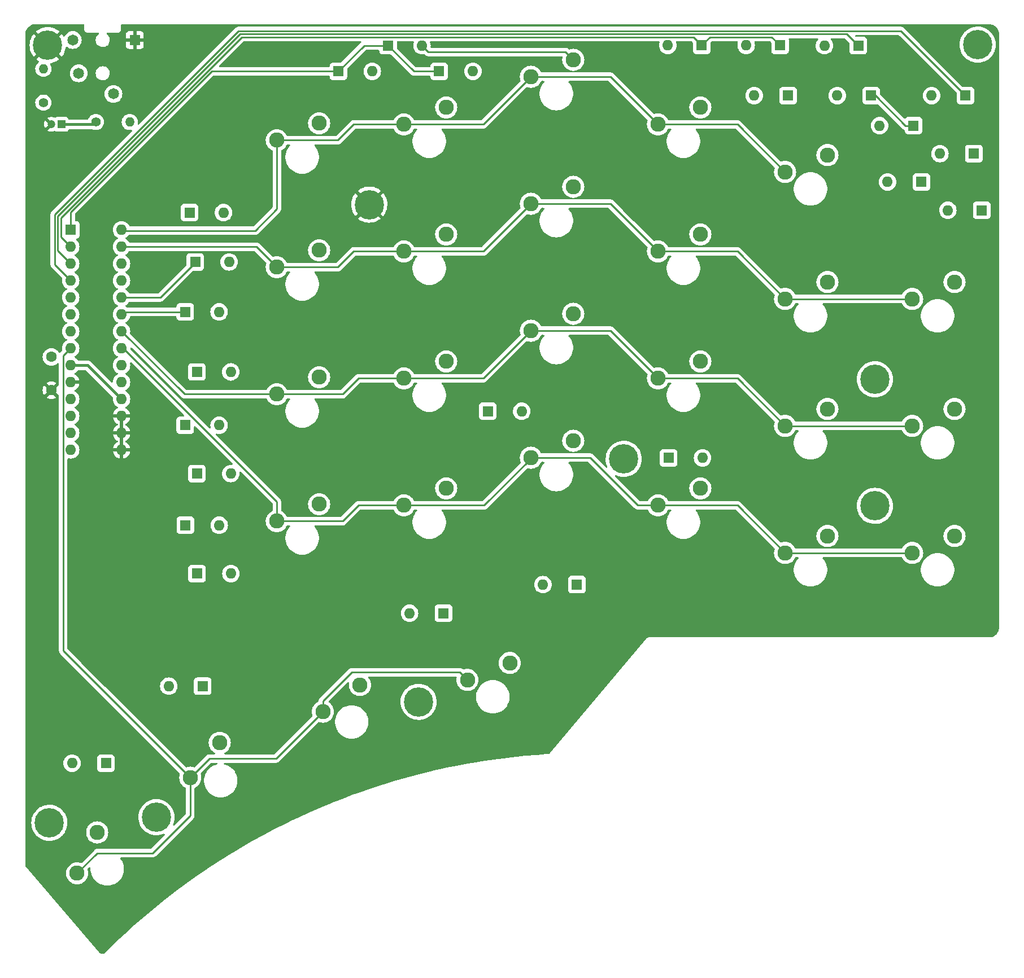
<source format=gbr>
%TF.GenerationSoftware,KiCad,Pcbnew,(6.0.5)*%
%TF.CreationDate,2022-07-25T14:12:34-03:00*%
%TF.ProjectId,bluejay_right,626c7565-6a61-4795-9f72-696768742e6b,rev?*%
%TF.SameCoordinates,Original*%
%TF.FileFunction,Copper,L2,Bot*%
%TF.FilePolarity,Positive*%
%FSLAX46Y46*%
G04 Gerber Fmt 4.6, Leading zero omitted, Abs format (unit mm)*
G04 Created by KiCad (PCBNEW (6.0.5)) date 2022-07-25 14:12:34*
%MOMM*%
%LPD*%
G01*
G04 APERTURE LIST*
%TA.AperFunction,ComponentPad*%
%ADD10C,4.400000*%
%TD*%
%TA.AperFunction,ComponentPad*%
%ADD11C,2.286000*%
%TD*%
%TA.AperFunction,ComponentPad*%
%ADD12R,1.600000X1.600000*%
%TD*%
%TA.AperFunction,ComponentPad*%
%ADD13O,1.600000X1.600000*%
%TD*%
%TA.AperFunction,ComponentPad*%
%ADD14R,1.650000X1.650000*%
%TD*%
%TA.AperFunction,ComponentPad*%
%ADD15C,1.650000*%
%TD*%
%TA.AperFunction,ComponentPad*%
%ADD16R,1.200000X1.200000*%
%TD*%
%TA.AperFunction,ComponentPad*%
%ADD17C,1.200000*%
%TD*%
%TA.AperFunction,ComponentPad*%
%ADD18C,1.400000*%
%TD*%
%TA.AperFunction,ComponentPad*%
%ADD19O,1.400000X1.400000*%
%TD*%
%TA.AperFunction,ComponentPad*%
%ADD20C,1.600000*%
%TD*%
%TA.AperFunction,ViaPad*%
%ADD21C,0.800000*%
%TD*%
%TA.AperFunction,Conductor*%
%ADD22C,0.400000*%
%TD*%
%TA.AperFunction,Conductor*%
%ADD23C,0.250000*%
%TD*%
G04 APERTURE END LIST*
D10*
%TO.P,H5,1*%
%TO.N,N/C*%
X29150000Y-9550000D03*
%TD*%
D11*
%TO.P,SWd1,1,1*%
%TO.N,Net-(Dd1-Pad2)*%
X40640000Y43180000D03*
%TO.P,SWd1,2,2*%
%TO.N,/row1*%
X34290000Y40640000D03*
%TD*%
D10*
%TO.P,H3,1,1*%
%TO.N,GND*%
X-9000000Y28600000D03*
%TD*%
%TO.P,H4,1*%
%TO.N,N/C*%
X66800000Y2400000D03*
%TD*%
D12*
%TO.P,Dc4,1,K*%
%TO.N,/colC*%
X8770000Y-2400000D03*
D13*
%TO.P,Dc4,2,A*%
%TO.N,Net-(Dc4-Pad2)*%
X13850000Y-2400000D03*
%TD*%
D12*
%TO.P,Db2,1,K*%
%TO.N,/colB*%
X-34836300Y3500000D03*
D13*
%TO.P,Db2,2,A*%
%TO.N,Net-(Db2-Pad2)*%
X-29756300Y3500000D03*
%TD*%
D12*
%TO.P,Db3,1,K*%
%TO.N,/colB*%
X-34836300Y-11750000D03*
D13*
%TO.P,Db3,2,A*%
%TO.N,Net-(Db3-Pad2)*%
X-29756300Y-11750000D03*
%TD*%
D11*
%TO.P,SWb5,1,1*%
%TO.N,Net-(Db5-Pad2)*%
X-31413429Y-52148468D03*
%TO.P,SWb5,2,2*%
%TO.N,/row5*%
X-35827688Y-57372300D03*
%TD*%
D14*
%TO.P,J2,1*%
%TO.N,GND*%
X-44150000Y53300000D03*
D15*
%TO.P,J2,2*%
%TO.N,VCC*%
X-52550000Y48300000D03*
%TO.P,J2,3*%
%TO.N,/i2c_SCL*%
X-47350000Y45200000D03*
%TO.P,J2,4*%
%TO.N,/i2c_SDA*%
X-53450000Y53300000D03*
%TD*%
D11*
%TO.P,SWb1,1,1*%
%TO.N,Net-(Db1-Pad2)*%
X2540000Y43180000D03*
%TO.P,SWb1,2,2*%
%TO.N,/row1*%
X-3810000Y40640000D03*
%TD*%
%TO.P,SWd3,1,1*%
%TO.N,Net-(Dd3-Pad2)*%
X40640000Y5080000D03*
%TO.P,SWd3,2,2*%
%TO.N,/row3*%
X34290000Y2540000D03*
%TD*%
D16*
%TO.P,C6,1*%
%TO.N,VCC*%
X-55150000Y40650000D03*
D17*
%TO.P,C6,2*%
%TO.N,GND*%
X-56650000Y40650000D03*
%TD*%
D12*
%TO.P,Db1,1,K*%
%TO.N,/colB*%
X-35086300Y20000000D03*
D13*
%TO.P,Db1,2,A*%
%TO.N,Net-(Db1-Pad2)*%
X-30006300Y20000000D03*
%TD*%
D12*
%TO.P,Df4,1,K*%
%TO.N,/colF*%
X82817500Y27750000D03*
D13*
%TO.P,Df4,2,A*%
%TO.N,Net-(Df4-Pad2)*%
X77737500Y27750000D03*
%TD*%
D12*
%TO.P,Df3,1,K*%
%TO.N,/colF*%
X81630000Y36250000D03*
D13*
%TO.P,Df3,2,A*%
%TO.N,Net-(Df3-Pad2)*%
X76550000Y36250000D03*
%TD*%
D11*
%TO.P,SWf2,1,1*%
%TO.N,Net-(Df2-Pad2)*%
X78740000Y16986300D03*
%TO.P,SWf2,2,2*%
%TO.N,/row2*%
X72390000Y14446300D03*
%TD*%
D10*
%TO.P,H2,1,1*%
%TO.N,GND*%
X-57200000Y52500000D03*
%TD*%
D12*
%TO.P,De1,1,K*%
%TO.N,/colE*%
X64317500Y52450000D03*
D13*
%TO.P,De1,2,A*%
%TO.N,Net-(De1-Pad2)*%
X59237500Y52450000D03*
%TD*%
D10*
%TO.P,H1,1*%
%TO.N,N/C*%
X82200000Y52600000D03*
%TD*%
D11*
%TO.P,SWd4,1,1*%
%TO.N,Net-(Dd4-Pad2)*%
X40640000Y-13970000D03*
%TO.P,SWd4,2,2*%
%TO.N,/row4*%
X34290000Y-16510000D03*
%TD*%
D10*
%TO.P,H7,1*%
%TO.N,N/C*%
X-1600000Y-46000000D03*
%TD*%
D11*
%TO.P,SWf4,1,1*%
%TO.N,Net-(Df4-Pad2)*%
X78740000Y-21113800D03*
%TO.P,SWf4,2,2*%
%TO.N,/row4*%
X72390000Y-23653800D03*
%TD*%
%TO.P,SWa3,1,1*%
%TO.N,Net-(Da3-Pad2)*%
X-16510000Y2698700D03*
%TO.P,SWa3,2,2*%
%TO.N,/row3*%
X-22860000Y158700D03*
%TD*%
%TO.P,SWc3,1,1*%
%TO.N,Net-(Dc3-Pad2)*%
X21590000Y12223800D03*
%TO.P,SWc3,2,2*%
%TO.N,/row3*%
X15240000Y9683800D03*
%TD*%
D12*
%TO.P,Da2,1,K*%
%TO.N,/colA*%
X-36586300Y12500000D03*
D13*
%TO.P,Da2,2,A*%
%TO.N,Net-(Da2-Pad2)*%
X-31506300Y12500000D03*
%TD*%
D10*
%TO.P,H8,1*%
%TO.N,N/C*%
X-40900000Y-63300000D03*
%TD*%
D11*
%TO.P,SWd2,1,1*%
%TO.N,Net-(Dd2-Pad2)*%
X40640000Y24130000D03*
%TO.P,SWd2,2,2*%
%TO.N,/row2*%
X34290000Y21590000D03*
%TD*%
%TO.P,SWb2,1,1*%
%TO.N,Net-(Db2-Pad2)*%
X2540000Y24130000D03*
%TO.P,SWb2,2,2*%
%TO.N,/row2*%
X-3810000Y21590000D03*
%TD*%
D12*
%TO.P,Da3,1,K*%
%TO.N,/colA*%
X-36586300Y-4500000D03*
D13*
%TO.P,Da3,2,A*%
%TO.N,Net-(Da3-Pad2)*%
X-31506300Y-4500000D03*
%TD*%
D11*
%TO.P,SWf3,1,1*%
%TO.N,Net-(Df3-Pad2)*%
X78740000Y-2063800D03*
%TO.P,SWf3,2,2*%
%TO.N,/row3*%
X72390000Y-4603800D03*
%TD*%
D18*
%TO.P,R6,1*%
%TO.N,VCC*%
X-57850000Y43900000D03*
D19*
%TO.P,R6,2*%
%TO.N,/i2c_SDA*%
X-57850000Y48980000D03*
%TD*%
D11*
%TO.P,SWb3,1,1*%
%TO.N,Net-(Db3-Pad2)*%
X2540000Y5080000D03*
%TO.P,SWb3,2,2*%
%TO.N,/row3*%
X-3810000Y2540000D03*
%TD*%
D12*
%TO.P,Dd4,1,K*%
%TO.N,/colD*%
X35882500Y-9400000D03*
D13*
%TO.P,Dd4,2,A*%
%TO.N,Net-(Dd4-Pad2)*%
X40962500Y-9400000D03*
%TD*%
D11*
%TO.P,SWe4,1,1*%
%TO.N,Net-(De4-Pad2)*%
X59690000Y-21113800D03*
%TO.P,SWe4,2,2*%
%TO.N,/row4*%
X53340000Y-23653800D03*
%TD*%
%TO.P,SWa2,1,1*%
%TO.N,Net-(Da2-Pad2)*%
X-16510000Y21748800D03*
%TO.P,SWa2,2,2*%
%TO.N,/row2*%
X-22860000Y19208800D03*
%TD*%
%TO.P,SWb4,1,1*%
%TO.N,Net-(Db4-Pad2)*%
X2540000Y-13970000D03*
%TO.P,SWb4,2,2*%
%TO.N,/row4*%
X-3810000Y-16510000D03*
%TD*%
D12*
%TO.P,Dd1,1,K*%
%TO.N,/colD*%
X40830000Y52500000D03*
D13*
%TO.P,Dd1,2,A*%
%TO.N,Net-(Dd1-Pad2)*%
X35750000Y52500000D03*
%TD*%
D11*
%TO.P,SWa1,1,1*%
%TO.N,Net-(Da1-Pad2)*%
X-16510000Y40798800D03*
%TO.P,SWa1,2,2*%
%TO.N,/row1*%
X-22860000Y38258800D03*
%TD*%
%TO.P,SWe3,1,1*%
%TO.N,Net-(De3-Pad2)*%
X59690000Y-2063800D03*
%TO.P,SWe3,2,2*%
%TO.N,/row3*%
X53340000Y-4603800D03*
%TD*%
D12*
%TO.P,Dd3,1,K*%
%TO.N,/colD*%
X53780000Y44950000D03*
D13*
%TO.P,Dd3,2,A*%
%TO.N,Net-(Dd3-Pad2)*%
X48700000Y44950000D03*
%TD*%
D12*
%TO.P,Db4,1,K*%
%TO.N,/colB*%
X-34817500Y-26750000D03*
D13*
%TO.P,Db4,2,A*%
%TO.N,Net-(Db4-Pad2)*%
X-29737500Y-26750000D03*
%TD*%
D11*
%TO.P,SWc1,1,1*%
%TO.N,Net-(Dc1-Pad2)*%
X21590000Y50323800D03*
%TO.P,SWc1,2,2*%
%TO.N,/row1*%
X15240000Y47783800D03*
%TD*%
D12*
%TO.P,De3,1,K*%
%TO.N,/colE*%
X72580000Y40450000D03*
D13*
%TO.P,De3,2,A*%
%TO.N,Net-(De3-Pad2)*%
X67500000Y40450000D03*
%TD*%
D10*
%TO.P,H9,1*%
%TO.N,N/C*%
X-56950000Y-64150000D03*
%TD*%
D12*
%TO.P,Dc1,1,K*%
%TO.N,/colC*%
X-6180000Y52450000D03*
D13*
%TO.P,Dc1,2,A*%
%TO.N,Net-(Dc1-Pad2)*%
X-1100000Y52450000D03*
%TD*%
D18*
%TO.P,R5,1*%
%TO.N,VCC*%
X-49990000Y41000000D03*
D19*
%TO.P,R5,2*%
%TO.N,/i2c_SCL*%
X-44910000Y41000000D03*
%TD*%
D11*
%TO.P,SWc5,1,1*%
%TO.N,Net-(Dc5-Pad2)*%
X-10395612Y-43472716D03*
%TO.P,SWc5,2,2*%
%TO.N,/row5*%
X-15942508Y-47473471D03*
%TD*%
%TO.P,SWa4,1,1*%
%TO.N,Net-(Da4-Pad2)*%
X-16510000Y-16351300D03*
%TO.P,SWa4,2,2*%
%TO.N,/row4*%
X-22860000Y-18891300D03*
%TD*%
D12*
%TO.P,Dc3,1,K*%
%TO.N,/colC*%
X-13630000Y48600000D03*
D13*
%TO.P,Dc3,2,A*%
%TO.N,Net-(Dc3-Pad2)*%
X-8550000Y48600000D03*
%TD*%
D12*
%TO.P,Dd2,1,K*%
%TO.N,/colD*%
X52580000Y52500000D03*
D13*
%TO.P,Dd2,2,A*%
%TO.N,Net-(Dd2-Pad2)*%
X47500000Y52500000D03*
%TD*%
D20*
%TO.P,C7,1*%
%TO.N,VCC*%
X-56650000Y5750000D03*
%TO.P,C7,2*%
%TO.N,GND*%
X-56650000Y750000D03*
%TD*%
D11*
%TO.P,SWd5,1,1*%
%TO.N,Net-(Dd5-Pad2)*%
X12065000Y-40163800D03*
%TO.P,SWd5,2,2*%
%TO.N,/row5*%
X5715000Y-42703800D03*
%TD*%
D12*
%TO.P,Dd5,1,K*%
%TO.N,/colD*%
X22117500Y-28400000D03*
D13*
%TO.P,Dd5,2,A*%
%TO.N,Net-(Dd5-Pad2)*%
X17037500Y-28400000D03*
%TD*%
D12*
%TO.P,U2,1,GPB0*%
%TO.N,/colC*%
X-53750000Y24825000D03*
D13*
%TO.P,U2,2,GPB1*%
%TO.N,/colD*%
X-53750000Y22285000D03*
%TO.P,U2,3,GPB2*%
%TO.N,/colE*%
X-53750000Y19745000D03*
%TO.P,U2,4,GPB3*%
%TO.N,/colF*%
X-53750000Y17205000D03*
%TO.P,U2,5,GPB4*%
%TO.N,unconnected-(U2-Pad5)*%
X-53750000Y14665000D03*
%TO.P,U2,6,GPB5*%
%TO.N,unconnected-(U2-Pad6)*%
X-53750000Y12125000D03*
%TO.P,U2,7,GPB6*%
%TO.N,unconnected-(U2-Pad7)*%
X-53750000Y9585000D03*
%TO.P,U2,8,GPB7*%
%TO.N,/row5*%
X-53750000Y7045000D03*
%TO.P,U2,9,VDD*%
%TO.N,VCC*%
X-53750000Y4505000D03*
%TO.P,U2,10,VSS*%
%TO.N,GND*%
X-53750000Y1965000D03*
%TO.P,U2,11,NC*%
%TO.N,unconnected-(U2-Pad11)*%
X-53750000Y-575000D03*
%TO.P,U2,12,SCK*%
%TO.N,/i2c_SCL*%
X-53750000Y-3115000D03*
%TO.P,U2,13,SDA*%
%TO.N,/i2c_SDA*%
X-53750000Y-5655000D03*
%TO.P,U2,14,NC*%
%TO.N,unconnected-(U2-Pad14)*%
X-53750000Y-8195000D03*
%TO.P,U2,15,A0*%
%TO.N,GND*%
X-46130000Y-8195000D03*
%TO.P,U2,16,A1*%
X-46130000Y-5655000D03*
%TO.P,U2,17,A2*%
X-46130000Y-3115000D03*
%TO.P,U2,18,~{RESET}*%
%TO.N,VCC*%
X-46130000Y-575000D03*
%TO.P,U2,19,INTB*%
%TO.N,unconnected-(U2-Pad19)*%
X-46130000Y1965000D03*
%TO.P,U2,20,INTA*%
%TO.N,unconnected-(U2-Pad20)*%
X-46130000Y4505000D03*
%TO.P,U2,21,GPA0*%
%TO.N,/row4*%
X-46130000Y7045000D03*
%TO.P,U2,22,GPA1*%
%TO.N,/row3*%
X-46130000Y9585000D03*
%TO.P,U2,23,GPA2*%
%TO.N,/colA*%
X-46130000Y12125000D03*
%TO.P,U2,24,GPA3*%
%TO.N,/colB*%
X-46130000Y14665000D03*
%TO.P,U2,25,GPA4*%
%TO.N,unconnected-(U2-Pad25)*%
X-46130000Y17205000D03*
%TO.P,U2,26,GPA5*%
%TO.N,unconnected-(U2-Pad26)*%
X-46130000Y19745000D03*
%TO.P,U2,27,GPA6*%
%TO.N,/row2*%
X-46130000Y22285000D03*
%TO.P,U2,28,GPA7*%
%TO.N,/row1*%
X-46130000Y24825000D03*
%TD*%
D11*
%TO.P,SWc4,1,1*%
%TO.N,Net-(Dc4-Pad2)*%
X21590000Y-6826300D03*
%TO.P,SWc4,2,2*%
%TO.N,/row4*%
X15240000Y-9366300D03*
%TD*%
D12*
%TO.P,Dc2,1,K*%
%TO.N,/colC*%
X1470000Y48600000D03*
D13*
%TO.P,Dc2,2,A*%
%TO.N,Net-(Dc2-Pad2)*%
X6550000Y48600000D03*
%TD*%
D11*
%TO.P,SWe2,1,1*%
%TO.N,Net-(De2-Pad2)*%
X59690000Y16986300D03*
%TO.P,SWe2,2,2*%
%TO.N,/row2*%
X53340000Y14446300D03*
%TD*%
D12*
%TO.P,De2,1,K*%
%TO.N,/colE*%
X66230000Y44950000D03*
D13*
%TO.P,De2,2,A*%
%TO.N,Net-(De2-Pad2)*%
X61150000Y44950000D03*
%TD*%
D12*
%TO.P,Dc5,1,K*%
%TO.N,/colC*%
X2130000Y-32700000D03*
D13*
%TO.P,Dc5,2,A*%
%TO.N,Net-(Dc5-Pad2)*%
X-2950000Y-32700000D03*
%TD*%
D12*
%TO.P,Df2,1,K*%
%TO.N,/colF*%
X80380000Y44950000D03*
D13*
%TO.P,Df2,2,A*%
%TO.N,Net-(Df2-Pad2)*%
X75300000Y44950000D03*
%TD*%
D11*
%TO.P,SWc2,1,1*%
%TO.N,Net-(Dc2-Pad2)*%
X21590000Y31273800D03*
%TO.P,SWc2,2,2*%
%TO.N,/row2*%
X15240000Y28733800D03*
%TD*%
D12*
%TO.P,Da4,1,K*%
%TO.N,/colA*%
X-36567500Y-19500000D03*
D13*
%TO.P,Da4,2,A*%
%TO.N,Net-(Da4-Pad2)*%
X-31487500Y-19500000D03*
%TD*%
D12*
%TO.P,Db5,1,K*%
%TO.N,/colB*%
X-33970000Y-43650000D03*
D13*
%TO.P,Db5,2,A*%
%TO.N,Net-(Db5-Pad2)*%
X-39050000Y-43650000D03*
%TD*%
D11*
%TO.P,SWa5,1,1*%
%TO.N,Net-(Da5-Pad2)*%
X-49781596Y-65585233D03*
%TO.P,SWa5,2,2*%
%TO.N,/row5*%
X-52800974Y-71721800D03*
%TD*%
D12*
%TO.P,De4,1,K*%
%TO.N,/colE*%
X73780000Y32000000D03*
D13*
%TO.P,De4,2,A*%
%TO.N,Net-(De4-Pad2)*%
X68700000Y32000000D03*
%TD*%
D11*
%TO.P,SWe1,1,1*%
%TO.N,Net-(De1-Pad2)*%
X59690000Y36036300D03*
%TO.P,SWe1,2,2*%
%TO.N,/row1*%
X53340000Y33496300D03*
%TD*%
D12*
%TO.P,Da1,1,K*%
%TO.N,/colA*%
X-35930000Y27400000D03*
D13*
%TO.P,Da1,2,A*%
%TO.N,Net-(Da1-Pad2)*%
X-30850000Y27400000D03*
%TD*%
D10*
%TO.P,H6,1*%
%TO.N,N/C*%
X66800000Y-16600000D03*
%TD*%
D12*
%TO.P,Da5,1,K*%
%TO.N,/colA*%
X-48470000Y-55200000D03*
D13*
%TO.P,Da5,2,A*%
%TO.N,Net-(Da5-Pad2)*%
X-53550000Y-55200000D03*
%TD*%
D21*
%TO.N,GND*%
X77750000Y21750000D03*
X-20250000Y51250000D03*
X64750000Y12250000D03*
%TD*%
D22*
%TO.N,VCC*%
X-55150000Y40650000D02*
X-50340000Y40650000D01*
X-50340000Y40650000D02*
X-49990000Y41000000D01*
X-51210000Y4505000D02*
X-46130000Y-575000D01*
X-53750000Y4505000D02*
X-51210000Y4505000D01*
D23*
%TO.N,/colA*%
X-45755000Y12500000D02*
X-46130000Y12125000D01*
X-36586300Y12500000D02*
X-45755000Y12500000D01*
%TO.N,/colB*%
X-35086300Y20000000D02*
X-35086300Y19913700D01*
X-40335000Y14665000D02*
X-46130000Y14665000D01*
X-35086300Y19913700D02*
X-40335000Y14665000D01*
%TO.N,/colC*%
X-9780000Y52450000D02*
X-13630000Y48600000D01*
X-53750000Y27464282D02*
X-53750000Y24825000D01*
X-32614282Y48600000D02*
X-53750000Y27464282D01*
X-13630000Y48600000D02*
X-32614282Y48600000D01*
X-2330000Y48600000D02*
X-6180000Y52450000D01*
X-6180000Y52450000D02*
X-9780000Y52450000D01*
X1470000Y48600000D02*
X-2330000Y48600000D01*
%TO.N,Net-(Dc1-Pad2)*%
X20413800Y51500000D02*
X21590000Y50323800D01*
X-1100000Y52450000D02*
X-150000Y51500000D01*
X-150000Y51500000D02*
X20413800Y51500000D01*
%TO.N,/colD*%
X-55200000Y26650000D02*
X-55200000Y23735000D01*
X-28100000Y53750000D02*
X-55200000Y26650000D01*
X-55200000Y23735000D02*
X-53750000Y22285000D01*
X40830000Y52500000D02*
X39580000Y53750000D01*
X51330000Y53750000D02*
X42080000Y53750000D01*
X52580000Y52500000D02*
X51330000Y53750000D01*
X42080000Y53750000D02*
X40830000Y52500000D01*
X39580000Y53750000D02*
X-28100000Y53750000D01*
%TO.N,/colE*%
X62567980Y54199520D02*
X-28350480Y54199520D01*
X72580000Y40450000D02*
X71350000Y40450000D01*
X-55700480Y21695480D02*
X-53750000Y19745000D01*
X66850000Y44950000D02*
X66230000Y44950000D01*
X-28350480Y54199520D02*
X-55700480Y26849520D01*
X64317500Y52450000D02*
X62567980Y54199520D01*
X71350000Y40450000D02*
X66850000Y44950000D01*
X-55700480Y26849520D02*
X-55700480Y21695480D01*
%TO.N,/colF*%
X-28600960Y54649040D02*
X-56150000Y27100000D01*
X-56150000Y27100000D02*
X-56150000Y19605000D01*
X80380000Y44950000D02*
X70680960Y54649040D01*
X-56150000Y19605000D02*
X-53750000Y17205000D01*
X70680960Y54649040D02*
X-28600960Y54649040D01*
%TO.N,/row1*%
X53340000Y33496300D02*
X46196300Y40640000D01*
X-3810000Y40640000D02*
X-11310000Y40640000D01*
X-46005000Y24700000D02*
X-46130000Y24825000D01*
X15240000Y47783800D02*
X8096200Y40640000D01*
X-13691200Y38258800D02*
X-22860000Y38258800D01*
X-26100000Y24700000D02*
X-46005000Y24700000D01*
X8096200Y40640000D02*
X-3810000Y40640000D01*
X-22860000Y38258800D02*
X-22860000Y27940000D01*
X34290000Y40640000D02*
X27146200Y47783800D01*
X46196300Y40640000D02*
X34290000Y40640000D01*
X-22860000Y27940000D02*
X-26100000Y24700000D01*
X27146200Y47783800D02*
X15240000Y47783800D01*
X-11310000Y40640000D02*
X-13691200Y38258800D01*
%TO.N,/row2*%
X8140000Y21590000D02*
X-3810000Y21590000D01*
X15240000Y28733800D02*
X15240000Y28690000D01*
X27146200Y28733800D02*
X15240000Y28733800D01*
X15240000Y28690000D02*
X8140000Y21590000D01*
X34290000Y21590000D02*
X27146200Y28733800D01*
X-11310000Y21590000D02*
X-13691200Y19208800D01*
X-22860000Y19208800D02*
X-25936200Y22285000D01*
X53340000Y14446300D02*
X46196300Y21590000D01*
X46196300Y21590000D02*
X34290000Y21590000D01*
X-3810000Y21590000D02*
X-11310000Y21590000D01*
X-13691200Y19208800D02*
X-22860000Y19208800D01*
X72390000Y14446300D02*
X53340000Y14446300D01*
X-25936200Y22285000D02*
X-46130000Y22285000D01*
%TO.N,/row3*%
X15240000Y9683800D02*
X15233800Y9683800D01*
X8090000Y2540000D02*
X-3810000Y2540000D01*
X-3810000Y2540000D02*
X-10610000Y2540000D01*
X-36703700Y158700D02*
X-46130000Y9585000D01*
X-12991300Y158700D02*
X-22860000Y158700D01*
X46196200Y2540000D02*
X34290000Y2540000D01*
X27146200Y9683800D02*
X15240000Y9683800D01*
X53340000Y-4603800D02*
X46196200Y2540000D01*
X72390000Y-4603800D02*
X53340000Y-4603800D01*
X15233800Y9683800D02*
X8090000Y2540000D01*
X34290000Y2540000D02*
X27146200Y9683800D01*
X-22860000Y158700D02*
X-36703700Y158700D01*
X-10610000Y2540000D02*
X-12991300Y158700D01*
%TO.N,/row4*%
X72390000Y-23653800D02*
X53340000Y-23653800D01*
X24116300Y-9366300D02*
X15240000Y-9366300D01*
X8240000Y-16510000D02*
X-3810000Y-16510000D01*
X15240000Y-9510000D02*
X8240000Y-16510000D01*
X-12991300Y-18891300D02*
X-22860000Y-18891300D01*
X-3810000Y-16510000D02*
X-10610000Y-16510000D01*
X15240000Y-9366300D02*
X15240000Y-9510000D01*
X-22860000Y-18891300D02*
X-22860000Y-15977278D01*
X53340000Y-23653800D02*
X46196200Y-16510000D01*
X-10610000Y-16510000D02*
X-12991300Y-18891300D01*
X-45882278Y7045000D02*
X-46130000Y7045000D01*
X-22860000Y-15977278D02*
X-45882278Y7045000D01*
X34290000Y-16510000D02*
X31260000Y-16510000D01*
X46196200Y-16510000D02*
X34290000Y-16510000D01*
X31260000Y-16510000D02*
X24116300Y-9366300D01*
%TO.N,/row5*%
X-54874511Y-38325477D02*
X-35827688Y-57372300D01*
X-35827688Y-57372300D02*
X-35827688Y-63027688D01*
X-53750000Y7045000D02*
X-54874511Y5920489D01*
X4572000Y-41560800D02*
X-11610800Y-41560800D01*
X-41491579Y-68691579D02*
X-49770753Y-68691579D01*
X-15942508Y-47473471D02*
X-22969037Y-54500000D01*
X-54874511Y5920489D02*
X-54874511Y-38325477D01*
X5715000Y-42703800D02*
X4572000Y-41560800D01*
X-35827688Y-63027688D02*
X-41491579Y-68691579D01*
X-11610800Y-41560800D02*
X-15942508Y-45892508D01*
X-15942508Y-45892508D02*
X-15942508Y-47473471D01*
X-22969037Y-54500000D02*
X-32955388Y-54500000D01*
X-49770753Y-68691579D02*
X-52800974Y-71721800D01*
X-32955388Y-54500000D02*
X-35827688Y-57372300D01*
%TD*%
%TA.AperFunction,Conductor*%
%TO.N,GND*%
G36*
X-51766379Y55671498D02*
G01*
X-51719886Y55617842D01*
X-51708500Y55565500D01*
X-51708500Y54908623D01*
X-51708502Y54907853D01*
X-51708976Y54830279D01*
X-51706509Y54821648D01*
X-51700850Y54801847D01*
X-51697272Y54785085D01*
X-51693080Y54755813D01*
X-51689366Y54747645D01*
X-51689366Y54747644D01*
X-51682452Y54732438D01*
X-51676004Y54714914D01*
X-51668949Y54690229D01*
X-51664157Y54682635D01*
X-51664156Y54682632D01*
X-51653170Y54665220D01*
X-51645031Y54650137D01*
X-51632792Y54623218D01*
X-51626931Y54616416D01*
X-51616030Y54603765D01*
X-51604927Y54588761D01*
X-51591224Y54567042D01*
X-51584499Y54561103D01*
X-51584496Y54561099D01*
X-51569062Y54547468D01*
X-51557018Y54535276D01*
X-51543573Y54519673D01*
X-51543570Y54519671D01*
X-51537713Y54512873D01*
X-51530184Y54507993D01*
X-51530183Y54507992D01*
X-51516165Y54498906D01*
X-51501291Y54487615D01*
X-51488783Y54476569D01*
X-51482049Y54470622D01*
X-51455289Y54458058D01*
X-51440309Y54449737D01*
X-51423017Y54438529D01*
X-51423012Y54438527D01*
X-51415485Y54433648D01*
X-51406892Y54431078D01*
X-51406887Y54431076D01*
X-51390880Y54426289D01*
X-51373436Y54419628D01*
X-51358324Y54412533D01*
X-51358322Y54412532D01*
X-51350200Y54408719D01*
X-51341333Y54407338D01*
X-51341332Y54407338D01*
X-51338647Y54406920D01*
X-51320983Y54404170D01*
X-51304268Y54400387D01*
X-51284534Y54394485D01*
X-51284528Y54394484D01*
X-51275934Y54391914D01*
X-51266963Y54391859D01*
X-51266962Y54391859D01*
X-51256903Y54391798D01*
X-51241494Y54391704D01*
X-51240711Y54391671D01*
X-51239614Y54391500D01*
X-51208623Y54391500D01*
X-51207853Y54391498D01*
X-51134215Y54391048D01*
X-51134214Y54391048D01*
X-51130279Y54391024D01*
X-51128935Y54391408D01*
X-51127590Y54391500D01*
X-49640374Y54391500D01*
X-49572253Y54371498D01*
X-49525760Y54317842D01*
X-49515656Y54247568D01*
X-49545150Y54182988D01*
X-49560738Y54167857D01*
X-49694689Y54058610D01*
X-49694692Y54058607D01*
X-49699464Y54054715D01*
X-49703392Y54049967D01*
X-49703393Y54049966D01*
X-49774254Y53964310D01*
X-49831783Y53894770D01*
X-49834712Y53889353D01*
X-49834714Y53889350D01*
X-49927584Y53717590D01*
X-49927586Y53717585D01*
X-49930514Y53712170D01*
X-49991898Y53513871D01*
X-49992542Y53507746D01*
X-49992542Y53507745D01*
X-50009317Y53348134D01*
X-50013596Y53307425D01*
X-50010289Y53271093D01*
X-50001176Y53170959D01*
X-49994782Y53100697D01*
X-49993044Y53094791D01*
X-49993043Y53094787D01*
X-49971226Y53020659D01*
X-49936173Y52901560D01*
X-49840001Y52717600D01*
X-49709929Y52555823D01*
X-49705212Y52551865D01*
X-49705210Y52551863D01*
X-49692191Y52540939D01*
X-49550911Y52422391D01*
X-49545519Y52419427D01*
X-49545515Y52419424D01*
X-49374402Y52325354D01*
X-49369005Y52322387D01*
X-49171139Y52259621D01*
X-49165022Y52258935D01*
X-49165018Y52258934D01*
X-49088402Y52250341D01*
X-49009587Y52241500D01*
X-48897763Y52241500D01*
X-48894707Y52241800D01*
X-48894700Y52241800D01*
X-48749534Y52256034D01*
X-48749531Y52256035D01*
X-48743408Y52256635D01*
X-48592351Y52302241D01*
X-48550593Y52314848D01*
X-48550590Y52314849D01*
X-48544685Y52316632D01*
X-48537365Y52320524D01*
X-48366847Y52411191D01*
X-48366845Y52411192D01*
X-48361401Y52414087D01*
X-48341484Y52430331D01*
X-45482999Y52430331D01*
X-45482629Y52423510D01*
X-45477105Y52372648D01*
X-45473479Y52357396D01*
X-45428324Y52236946D01*
X-45419786Y52221351D01*
X-45343285Y52119276D01*
X-45330724Y52106715D01*
X-45228649Y52030214D01*
X-45213054Y52021676D01*
X-45092606Y51976522D01*
X-45077351Y51972895D01*
X-45026486Y51967369D01*
X-45019672Y51967000D01*
X-44422115Y51967000D01*
X-44406876Y51971475D01*
X-44405671Y51972865D01*
X-44404000Y51980548D01*
X-44404000Y51985116D01*
X-43896000Y51985116D01*
X-43891525Y51969877D01*
X-43890135Y51968672D01*
X-43882452Y51967001D01*
X-43280331Y51967001D01*
X-43273510Y51967371D01*
X-43222648Y51972895D01*
X-43207396Y51976521D01*
X-43086946Y52021676D01*
X-43071351Y52030214D01*
X-42969276Y52106715D01*
X-42956715Y52119276D01*
X-42880214Y52221351D01*
X-42871676Y52236946D01*
X-42826522Y52357394D01*
X-42822895Y52372649D01*
X-42817369Y52423514D01*
X-42817000Y52430328D01*
X-42817000Y53027885D01*
X-42821475Y53043124D01*
X-42822865Y53044329D01*
X-42830548Y53046000D01*
X-43877885Y53046000D01*
X-43893124Y53041525D01*
X-43894329Y53040135D01*
X-43896000Y53032452D01*
X-43896000Y51985116D01*
X-44404000Y51985116D01*
X-44404000Y53027885D01*
X-44408475Y53043124D01*
X-44409865Y53044329D01*
X-44417548Y53046000D01*
X-45464884Y53046000D01*
X-45480123Y53041525D01*
X-45481328Y53040135D01*
X-45482999Y53032452D01*
X-45482999Y52430331D01*
X-48341484Y52430331D01*
X-48301529Y52462917D01*
X-48205311Y52541390D01*
X-48205308Y52541393D01*
X-48200536Y52545285D01*
X-48129871Y52630703D01*
X-48072145Y52700482D01*
X-48068217Y52705230D01*
X-48064124Y52712799D01*
X-47972416Y52882410D01*
X-47972414Y52882415D01*
X-47969486Y52887830D01*
X-47908102Y53086129D01*
X-47906459Y53101762D01*
X-47887048Y53286446D01*
X-47887048Y53286448D01*
X-47886404Y53292575D01*
X-47904216Y53488297D01*
X-47904659Y53493164D01*
X-47904660Y53493167D01*
X-47905218Y53499303D01*
X-47907702Y53507745D01*
X-47926647Y53572115D01*
X-45483000Y53572115D01*
X-45478525Y53556876D01*
X-45477135Y53555671D01*
X-45469452Y53554000D01*
X-44422115Y53554000D01*
X-44406876Y53558475D01*
X-44405671Y53559865D01*
X-44404000Y53567548D01*
X-44404000Y53572115D01*
X-43896000Y53572115D01*
X-43891525Y53556876D01*
X-43890135Y53555671D01*
X-43882452Y53554000D01*
X-42835116Y53554000D01*
X-42819877Y53558475D01*
X-42818672Y53559865D01*
X-42817001Y53567548D01*
X-42817001Y54169669D01*
X-42817371Y54176490D01*
X-42822895Y54227352D01*
X-42826521Y54242604D01*
X-42871676Y54363054D01*
X-42880214Y54378649D01*
X-42956715Y54480724D01*
X-42969276Y54493285D01*
X-43071351Y54569786D01*
X-43086946Y54578324D01*
X-43207394Y54623478D01*
X-43222649Y54627105D01*
X-43273514Y54632631D01*
X-43280328Y54633000D01*
X-43877885Y54633000D01*
X-43893124Y54628525D01*
X-43894329Y54627135D01*
X-43896000Y54619452D01*
X-43896000Y53572115D01*
X-44404000Y53572115D01*
X-44404000Y54614884D01*
X-44408475Y54630123D01*
X-44409865Y54631328D01*
X-44417548Y54632999D01*
X-45019669Y54632999D01*
X-45026490Y54632629D01*
X-45077352Y54627105D01*
X-45092604Y54623479D01*
X-45213054Y54578324D01*
X-45228649Y54569786D01*
X-45330724Y54493285D01*
X-45343285Y54480724D01*
X-45419786Y54378649D01*
X-45428324Y54363054D01*
X-45473478Y54242606D01*
X-45477105Y54227351D01*
X-45482631Y54176486D01*
X-45483000Y54169672D01*
X-45483000Y53572115D01*
X-47926647Y53572115D01*
X-47962088Y53692531D01*
X-47963827Y53698440D01*
X-48059999Y53882400D01*
X-48190071Y54044177D01*
X-48202629Y54054715D01*
X-48338803Y54168978D01*
X-48378130Y54228088D01*
X-48379256Y54299076D01*
X-48341825Y54359403D01*
X-48277720Y54389917D01*
X-48257812Y54391500D01*
X-46708623Y54391500D01*
X-46707852Y54391498D01*
X-46630279Y54391024D01*
X-46601848Y54399150D01*
X-46585085Y54402728D01*
X-46584247Y54402848D01*
X-46555813Y54406920D01*
X-46532436Y54417549D01*
X-46514913Y54423996D01*
X-46490229Y54431051D01*
X-46482635Y54435843D01*
X-46482632Y54435844D01*
X-46465220Y54446830D01*
X-46450135Y54454970D01*
X-46423218Y54467208D01*
X-46403765Y54483970D01*
X-46388761Y54495073D01*
X-46367042Y54508776D01*
X-46361103Y54515501D01*
X-46361099Y54515504D01*
X-46347468Y54530938D01*
X-46335276Y54542982D01*
X-46319673Y54556427D01*
X-46319671Y54556430D01*
X-46312873Y54562287D01*
X-46298906Y54583835D01*
X-46287615Y54598709D01*
X-46276569Y54611217D01*
X-46276568Y54611218D01*
X-46270622Y54617951D01*
X-46258057Y54644713D01*
X-46249737Y54659691D01*
X-46238529Y54676983D01*
X-46238527Y54676988D01*
X-46233648Y54684515D01*
X-46231078Y54693108D01*
X-46231076Y54693113D01*
X-46226289Y54709120D01*
X-46219628Y54726564D01*
X-46212533Y54741676D01*
X-46212532Y54741678D01*
X-46208719Y54749800D01*
X-46204170Y54779017D01*
X-46200387Y54795732D01*
X-46194485Y54815466D01*
X-46194484Y54815472D01*
X-46191914Y54824066D01*
X-46191704Y54858506D01*
X-46191671Y54859289D01*
X-46191500Y54860386D01*
X-46191500Y54891377D01*
X-46191498Y54892147D01*
X-46191048Y54965785D01*
X-46191048Y54965786D01*
X-46191024Y54969721D01*
X-46191408Y54971065D01*
X-46191500Y54972410D01*
X-46191500Y55565500D01*
X-46171498Y55633621D01*
X-46117842Y55680114D01*
X-46065500Y55691500D01*
X-40598229Y55691500D01*
X83882105Y55661511D01*
X83900021Y55660226D01*
X83918618Y55657550D01*
X83918619Y55657550D01*
X83927507Y55656271D01*
X83942594Y55658421D01*
X83968010Y55659449D01*
X84033708Y55655456D01*
X84136350Y55649216D01*
X84154372Y55646805D01*
X84344191Y55607286D01*
X84361678Y55602304D01*
X84543815Y55535858D01*
X84560403Y55528410D01*
X84672647Y55467911D01*
X84731069Y55436422D01*
X84746423Y55426653D01*
X84902056Y55311042D01*
X84915842Y55299164D01*
X85053198Y55162341D01*
X85065129Y55148603D01*
X85181347Y54993419D01*
X85191168Y54978115D01*
X85197876Y54965785D01*
X85283819Y54807810D01*
X85291337Y54791241D01*
X85357809Y54611217D01*
X85358490Y54609372D01*
X85363544Y54591890D01*
X85403799Y54402243D01*
X85406282Y54384217D01*
X85415124Y54247568D01*
X85416704Y54223147D01*
X85415835Y54205340D01*
X85415665Y54196818D01*
X85414217Y54187962D01*
X85415312Y54179058D01*
X85415312Y54179055D01*
X85418404Y54153916D01*
X85419346Y54138537D01*
X85419764Y18015512D01*
X85420365Y-33945229D01*
X85420374Y-34761645D01*
X85418935Y-34780636D01*
X85415167Y-34805351D01*
X85417217Y-34820655D01*
X85418043Y-34845931D01*
X85406411Y-35016939D01*
X85403931Y-35034664D01*
X85362884Y-35227169D01*
X85357919Y-35244357D01*
X85302820Y-35394255D01*
X85290011Y-35429100D01*
X85282659Y-35445417D01*
X85189259Y-35618679D01*
X85179669Y-35633790D01*
X85062665Y-35792066D01*
X85051030Y-35805667D01*
X84912778Y-35945771D01*
X84899346Y-35957576D01*
X84742624Y-36076688D01*
X84727647Y-36086474D01*
X84555645Y-36182169D01*
X84539426Y-36189738D01*
X84355600Y-36260098D01*
X84338473Y-36265292D01*
X84146541Y-36308894D01*
X84128850Y-36311610D01*
X83965387Y-36324915D01*
X83945726Y-36324295D01*
X83938834Y-36324281D01*
X83929946Y-36322989D01*
X83901691Y-36326975D01*
X83884078Y-36328211D01*
X56437776Y-36324596D01*
X32966155Y-36321505D01*
X32948908Y-36320317D01*
X32928595Y-36317507D01*
X32928592Y-36317507D01*
X32919700Y-36316277D01*
X32849254Y-36326710D01*
X32848934Y-36326757D01*
X32778034Y-36336901D01*
X32776870Y-36337430D01*
X32775614Y-36337616D01*
X32710651Y-36367528D01*
X32645431Y-36397172D01*
X32644467Y-36398002D01*
X32643308Y-36398536D01*
X32589411Y-36445428D01*
X32589065Y-36445727D01*
X32541874Y-36486377D01*
X32541872Y-36486379D01*
X32535073Y-36492236D01*
X32530189Y-36499769D01*
X32516896Y-36520271D01*
X32507520Y-36532923D01*
X18098614Y-53628235D01*
X17961557Y-53790845D01*
X17902361Y-53830042D01*
X17873480Y-53835371D01*
X17540624Y-53857252D01*
X16186190Y-53946289D01*
X16186155Y-53946292D01*
X16185602Y-53946328D01*
X14230634Y-54112425D01*
X14230036Y-54112487D01*
X14230029Y-54112488D01*
X13838585Y-54153295D01*
X12279197Y-54315857D01*
X12278598Y-54315931D01*
X12278572Y-54315934D01*
X11160402Y-54454152D01*
X10332004Y-54556551D01*
X8389768Y-54834417D01*
X8389155Y-54834517D01*
X8389153Y-54834517D01*
X6453843Y-55149251D01*
X6453832Y-55149253D01*
X6453198Y-55149356D01*
X6452598Y-55149465D01*
X6452577Y-55149469D01*
X5750995Y-55277375D01*
X4523000Y-55501250D01*
X4186487Y-55569270D01*
X2600534Y-55889841D01*
X2600513Y-55889845D01*
X2599882Y-55889973D01*
X1607822Y-56110316D01*
X685124Y-56315253D01*
X685107Y-56315257D01*
X684544Y-56315382D01*
X683963Y-56315523D01*
X683949Y-56315526D01*
X516541Y-56356081D01*
X-1222313Y-56777321D01*
X-3119992Y-57275623D01*
X-3120492Y-57275764D01*
X-3120523Y-57275773D01*
X-5007230Y-57809942D01*
X-5007261Y-57809951D01*
X-5007801Y-57810104D01*
X-5008392Y-57810283D01*
X-5008407Y-57810288D01*
X-5566156Y-57979779D01*
X-6885049Y-58380569D01*
X-6885664Y-58380769D01*
X-6885671Y-58380771D01*
X-8750501Y-58986631D01*
X-8750531Y-58986641D01*
X-8751051Y-58986810D01*
X-8751565Y-58986988D01*
X-8751601Y-58987000D01*
X-10604549Y-59628407D01*
X-10604606Y-59628427D01*
X-10605125Y-59628607D01*
X-10605646Y-59628799D01*
X-10605678Y-59628810D01*
X-11493956Y-59955434D01*
X-12446593Y-60305723D01*
X-12447104Y-60305922D01*
X-12447125Y-60305930D01*
X-13973071Y-60900377D01*
X-14274783Y-61017912D01*
X-14275326Y-61018136D01*
X-14275357Y-61018148D01*
X-14857669Y-61257911D01*
X-16089026Y-61764913D01*
X-17888661Y-62546454D01*
X-19673029Y-63362249D01*
X-20626273Y-63820289D01*
X-21435360Y-64209061D01*
X-21441479Y-64212001D01*
X-21441988Y-64212258D01*
X-21442009Y-64212268D01*
X-23192859Y-65095142D01*
X-23192887Y-65095156D01*
X-23193364Y-65095397D01*
X-24928044Y-66012117D01*
X-26644886Y-66961824D01*
X-28343263Y-67944172D01*
X-28343781Y-67944485D01*
X-28343820Y-67944508D01*
X-28880817Y-68268963D01*
X-30022554Y-68958803D01*
X-30023044Y-68959112D01*
X-30574932Y-69307134D01*
X-31682144Y-70005344D01*
X-31682557Y-70005616D01*
X-31682584Y-70005633D01*
X-33320957Y-71083104D01*
X-33320997Y-71083131D01*
X-33321429Y-71083415D01*
X-33451841Y-71172797D01*
X-34939315Y-72192282D01*
X-34939344Y-72192302D01*
X-34939809Y-72192621D01*
X-36536693Y-73332556D01*
X-38111498Y-74502805D01*
X-39663647Y-75702940D01*
X-41192574Y-76932522D01*
X-41193057Y-76932926D01*
X-42697297Y-78190748D01*
X-42697324Y-78190771D01*
X-42697721Y-78191103D01*
X-44178537Y-79478221D01*
X-45634482Y-80793408D01*
X-45634867Y-80793770D01*
X-45634909Y-80793808D01*
X-46399467Y-81511459D01*
X-47065024Y-82136182D01*
X-47065463Y-82136610D01*
X-47065466Y-82136613D01*
X-48455802Y-83492558D01*
X-48459307Y-83495713D01*
X-48461017Y-83496923D01*
X-48470027Y-83505663D01*
X-48485957Y-83526787D01*
X-48498052Y-83540603D01*
X-48516882Y-83559185D01*
X-48521241Y-83567022D01*
X-48521967Y-83567978D01*
X-48539252Y-83591693D01*
X-48601359Y-83658080D01*
X-48623309Y-83676725D01*
X-48714565Y-83737776D01*
X-48740175Y-83750949D01*
X-48842915Y-83789686D01*
X-48870845Y-83796699D01*
X-48940375Y-83805895D01*
X-48979691Y-83811094D01*
X-49008486Y-83811583D01*
X-49117765Y-83800885D01*
X-49145921Y-83794821D01*
X-49249908Y-83759590D01*
X-49275948Y-83747293D01*
X-49291273Y-83737776D01*
X-49369228Y-83689365D01*
X-49391791Y-83671479D01*
X-49418424Y-83644879D01*
X-49451724Y-83611618D01*
X-49462276Y-83599650D01*
X-49467331Y-83593126D01*
X-49471765Y-83585329D01*
X-49478211Y-83579087D01*
X-49503188Y-83554901D01*
X-49511214Y-83546372D01*
X-59003416Y-72469312D01*
X-60539021Y-70677316D01*
X-60568158Y-70612574D01*
X-60569344Y-70595328D01*
X-60569344Y-64121585D01*
X-59663302Y-64121585D01*
X-59656997Y-64248228D01*
X-59648001Y-64428930D01*
X-59647064Y-64447759D01*
X-59646423Y-64451490D01*
X-59646422Y-64451498D01*
X-59619575Y-64607736D01*
X-59591759Y-64769619D01*
X-59590671Y-64773258D01*
X-59590670Y-64773261D01*
X-59502302Y-65068740D01*
X-59498186Y-65082504D01*
X-59496673Y-65085975D01*
X-59496671Y-65085981D01*
X-59474578Y-65136670D01*
X-59367703Y-65381881D01*
X-59365780Y-65385152D01*
X-59365778Y-65385156D01*
X-59323416Y-65457215D01*
X-59202198Y-65663414D01*
X-59199897Y-65666429D01*
X-59006369Y-65920012D01*
X-59006364Y-65920017D01*
X-59004069Y-65923025D01*
X-58942069Y-65986670D01*
X-58839128Y-66092341D01*
X-58776186Y-66156953D01*
X-58703365Y-66215607D01*
X-58524804Y-66359431D01*
X-58524799Y-66359435D01*
X-58521851Y-66361809D01*
X-58244747Y-66534627D01*
X-57948888Y-66672903D01*
X-57638560Y-66774634D01*
X-57318258Y-66838346D01*
X-57314486Y-66838633D01*
X-57314478Y-66838634D01*
X-56996398Y-66862829D01*
X-56996393Y-66862829D01*
X-56992621Y-66863116D01*
X-56666367Y-66848586D01*
X-56606575Y-66838634D01*
X-56347963Y-66795590D01*
X-56347958Y-66795589D01*
X-56344222Y-66794967D01*
X-56030851Y-66703034D01*
X-56027384Y-66701544D01*
X-56027380Y-66701543D01*
X-55734279Y-66575616D01*
X-55734277Y-66575615D01*
X-55730795Y-66574119D01*
X-55448399Y-66410091D01*
X-55187755Y-66213324D01*
X-55062254Y-66092341D01*
X-54955368Y-65989303D01*
X-54955365Y-65989300D01*
X-54952637Y-65986670D01*
X-54789741Y-65786584D01*
X-54748845Y-65736351D01*
X-54748842Y-65736347D01*
X-54746451Y-65733410D01*
X-54652958Y-65585233D01*
X-51438203Y-65585233D01*
X-51417807Y-65844383D01*
X-51416653Y-65849190D01*
X-51416652Y-65849196D01*
X-51380936Y-65997962D01*
X-51357123Y-66097153D01*
X-51355230Y-66101724D01*
X-51355229Y-66101726D01*
X-51309003Y-66213324D01*
X-51257644Y-66337317D01*
X-51121819Y-66558962D01*
X-51118602Y-66562729D01*
X-51118601Y-66562730D01*
X-51108874Y-66574119D01*
X-50952994Y-66756631D01*
X-50949232Y-66759844D01*
X-50772467Y-66910815D01*
X-50755325Y-66925456D01*
X-50533680Y-67061281D01*
X-50529110Y-67063174D01*
X-50529108Y-67063175D01*
X-50298089Y-67158866D01*
X-50293516Y-67160760D01*
X-50207053Y-67181518D01*
X-50045559Y-67220289D01*
X-50045553Y-67220290D01*
X-50040746Y-67221444D01*
X-49781596Y-67241840D01*
X-49522446Y-67221444D01*
X-49517639Y-67220290D01*
X-49517633Y-67220289D01*
X-49356139Y-67181518D01*
X-49269676Y-67160760D01*
X-49265103Y-67158866D01*
X-49034084Y-67063175D01*
X-49034082Y-67063174D01*
X-49029512Y-67061281D01*
X-48807867Y-66925456D01*
X-48790724Y-66910815D01*
X-48613960Y-66759844D01*
X-48610198Y-66756631D01*
X-48454318Y-66574119D01*
X-48444591Y-66562730D01*
X-48444590Y-66562729D01*
X-48441373Y-66558962D01*
X-48305548Y-66337317D01*
X-48254188Y-66213324D01*
X-48207963Y-66101726D01*
X-48207962Y-66101724D01*
X-48206069Y-66097153D01*
X-48182256Y-65997962D01*
X-48146540Y-65849196D01*
X-48146539Y-65849190D01*
X-48145385Y-65844383D01*
X-48124989Y-65585233D01*
X-48145385Y-65326083D01*
X-48149405Y-65309335D01*
X-48200767Y-65095397D01*
X-48206069Y-65073313D01*
X-48305548Y-64833149D01*
X-48441373Y-64611504D01*
X-48610198Y-64413835D01*
X-48807867Y-64245010D01*
X-49029512Y-64109185D01*
X-49034082Y-64107292D01*
X-49034084Y-64107291D01*
X-49265103Y-64011600D01*
X-49265105Y-64011599D01*
X-49269676Y-64009706D01*
X-49356139Y-63988948D01*
X-49517633Y-63950177D01*
X-49517639Y-63950176D01*
X-49522446Y-63949022D01*
X-49781596Y-63928626D01*
X-50040746Y-63949022D01*
X-50045553Y-63950176D01*
X-50045559Y-63950177D01*
X-50207053Y-63988948D01*
X-50293516Y-64009706D01*
X-50298087Y-64011599D01*
X-50298089Y-64011600D01*
X-50529108Y-64107291D01*
X-50529110Y-64107292D01*
X-50533680Y-64109185D01*
X-50755325Y-64245010D01*
X-50952994Y-64413835D01*
X-51121819Y-64611504D01*
X-51257644Y-64833149D01*
X-51357123Y-65073313D01*
X-51362425Y-65095397D01*
X-51413786Y-65309335D01*
X-51417807Y-65326083D01*
X-51438203Y-65585233D01*
X-54652958Y-65585233D01*
X-54572185Y-65457215D01*
X-54432362Y-65162084D01*
X-54421196Y-65128616D01*
X-54330210Y-64855897D01*
X-54330208Y-64855891D01*
X-54329008Y-64852293D01*
X-54263619Y-64532329D01*
X-54257044Y-64451498D01*
X-54243691Y-64287322D01*
X-54237144Y-64206826D01*
X-54236549Y-64150000D01*
X-54238490Y-64117796D01*
X-54255974Y-63827793D01*
X-54255974Y-63827789D01*
X-54256202Y-63824015D01*
X-54261350Y-63795824D01*
X-54314195Y-63506473D01*
X-54314196Y-63506469D01*
X-54314875Y-63502751D01*
X-54322278Y-63478907D01*
X-54395489Y-63243130D01*
X-54411718Y-63190863D01*
X-54545330Y-62892869D01*
X-54713774Y-62613084D01*
X-54716101Y-62610100D01*
X-54716106Y-62610093D01*
X-54912274Y-62358558D01*
X-54912276Y-62358556D01*
X-54914610Y-62355563D01*
X-55144930Y-62124034D01*
X-55401397Y-61921852D01*
X-55680295Y-61751945D01*
X-55683739Y-61750379D01*
X-55683743Y-61750377D01*
X-55794333Y-61700095D01*
X-55977586Y-61616775D01*
X-56288963Y-61518300D01*
X-56506508Y-61477390D01*
X-56606191Y-61458645D01*
X-56606193Y-61458645D01*
X-56609914Y-61457945D01*
X-56935792Y-61436586D01*
X-56939572Y-61436794D01*
X-56939573Y-61436794D01*
X-57037103Y-61442162D01*
X-57261876Y-61454532D01*
X-57265603Y-61455193D01*
X-57265607Y-61455193D01*
X-57415065Y-61481681D01*
X-57583443Y-61511522D01*
X-57587059Y-61512624D01*
X-57587067Y-61512626D01*
X-57892211Y-61605627D01*
X-57895833Y-61606731D01*
X-58194523Y-61738781D01*
X-58303856Y-61803827D01*
X-58471926Y-61903817D01*
X-58471932Y-61903821D01*
X-58475186Y-61905757D01*
X-58478188Y-61908073D01*
X-58657404Y-62046338D01*
X-58733756Y-62105243D01*
X-58966487Y-62334347D01*
X-58968851Y-62337314D01*
X-58968854Y-62337317D01*
X-59167644Y-62586783D01*
X-59170009Y-62589751D01*
X-59341374Y-62867757D01*
X-59478098Y-63164336D01*
X-59479259Y-63167940D01*
X-59479259Y-63167941D01*
X-59487804Y-63194477D01*
X-59578203Y-63475192D01*
X-59578921Y-63478903D01*
X-59578922Y-63478907D01*
X-59639518Y-63792105D01*
X-59639519Y-63792114D01*
X-59640237Y-63795824D01*
X-59640504Y-63799600D01*
X-59640505Y-63799605D01*
X-59663034Y-64117796D01*
X-59663302Y-64121585D01*
X-60569344Y-64121585D01*
X-60569344Y-55200000D01*
X-54863498Y-55200000D01*
X-54843543Y-55428087D01*
X-54842119Y-55433400D01*
X-54842119Y-55433402D01*
X-54823906Y-55501371D01*
X-54784284Y-55649243D01*
X-54781961Y-55654224D01*
X-54781961Y-55654225D01*
X-54689849Y-55851762D01*
X-54689846Y-55851767D01*
X-54687523Y-55856749D01*
X-54556198Y-56044300D01*
X-54394300Y-56206198D01*
X-54389792Y-56209355D01*
X-54389789Y-56209357D01*
X-54363084Y-56228056D01*
X-54206749Y-56337523D01*
X-54201767Y-56339846D01*
X-54201762Y-56339849D01*
X-54004225Y-56431961D01*
X-53999243Y-56434284D01*
X-53993935Y-56435706D01*
X-53993933Y-56435707D01*
X-53783402Y-56492119D01*
X-53783400Y-56492119D01*
X-53778087Y-56493543D01*
X-53550000Y-56513498D01*
X-53321913Y-56493543D01*
X-53316600Y-56492119D01*
X-53316598Y-56492119D01*
X-53106067Y-56435707D01*
X-53106065Y-56435706D01*
X-53100757Y-56434284D01*
X-53095775Y-56431961D01*
X-52898238Y-56339849D01*
X-52898233Y-56339846D01*
X-52893251Y-56337523D01*
X-52736916Y-56228056D01*
X-52710211Y-56209357D01*
X-52710208Y-56209355D01*
X-52705700Y-56206198D01*
X-52547636Y-56048134D01*
X-49778500Y-56048134D01*
X-49771745Y-56110316D01*
X-49720615Y-56246705D01*
X-49633261Y-56363261D01*
X-49516705Y-56450615D01*
X-49380316Y-56501745D01*
X-49318134Y-56508500D01*
X-47621866Y-56508500D01*
X-47559684Y-56501745D01*
X-47423295Y-56450615D01*
X-47306739Y-56363261D01*
X-47219385Y-56246705D01*
X-47168255Y-56110316D01*
X-47161500Y-56048134D01*
X-47161500Y-54351866D01*
X-47168255Y-54289684D01*
X-47219385Y-54153295D01*
X-47306739Y-54036739D01*
X-47423295Y-53949385D01*
X-47559684Y-53898255D01*
X-47621866Y-53891500D01*
X-49318134Y-53891500D01*
X-49380316Y-53898255D01*
X-49516705Y-53949385D01*
X-49633261Y-54036739D01*
X-49720615Y-54153295D01*
X-49771745Y-54289684D01*
X-49778500Y-54351866D01*
X-49778500Y-56048134D01*
X-52547636Y-56048134D01*
X-52543802Y-56044300D01*
X-52412477Y-55856749D01*
X-52410154Y-55851767D01*
X-52410151Y-55851762D01*
X-52318039Y-55654225D01*
X-52318039Y-55654224D01*
X-52315716Y-55649243D01*
X-52276093Y-55501371D01*
X-52257881Y-55433402D01*
X-52257881Y-55433400D01*
X-52256457Y-55428087D01*
X-52236502Y-55200000D01*
X-52256457Y-54971913D01*
X-52269666Y-54922616D01*
X-52314293Y-54756067D01*
X-52314294Y-54756065D01*
X-52315716Y-54750757D01*
X-52362508Y-54650410D01*
X-52410151Y-54548238D01*
X-52410154Y-54548233D01*
X-52412477Y-54543251D01*
X-52543802Y-54355700D01*
X-52705700Y-54193802D01*
X-52710208Y-54190645D01*
X-52710211Y-54190643D01*
X-52821918Y-54112425D01*
X-52893251Y-54062477D01*
X-52898233Y-54060154D01*
X-52898238Y-54060151D01*
X-53095775Y-53968039D01*
X-53095776Y-53968039D01*
X-53100757Y-53965716D01*
X-53106065Y-53964294D01*
X-53106067Y-53964293D01*
X-53316598Y-53907881D01*
X-53316600Y-53907881D01*
X-53321913Y-53906457D01*
X-53550000Y-53886502D01*
X-53778087Y-53906457D01*
X-53783400Y-53907881D01*
X-53783402Y-53907881D01*
X-53993933Y-53964293D01*
X-53993935Y-53964294D01*
X-53999243Y-53965716D01*
X-54004224Y-53968039D01*
X-54004225Y-53968039D01*
X-54201762Y-54060151D01*
X-54201767Y-54060154D01*
X-54206749Y-54062477D01*
X-54278082Y-54112425D01*
X-54389789Y-54190643D01*
X-54389792Y-54190645D01*
X-54394300Y-54193802D01*
X-54556198Y-54355700D01*
X-54687523Y-54543251D01*
X-54689846Y-54548233D01*
X-54689849Y-54548238D01*
X-54737492Y-54650410D01*
X-54784284Y-54750757D01*
X-54785706Y-54756065D01*
X-54785707Y-54756067D01*
X-54830334Y-54922616D01*
X-54843543Y-54971913D01*
X-54863498Y-55200000D01*
X-60569344Y-55200000D01*
X-60569343Y-8243919D01*
X-60569343Y-336062D01*
X-57371507Y-336062D01*
X-57362211Y-348077D01*
X-57311006Y-383931D01*
X-57301511Y-389414D01*
X-57104053Y-481490D01*
X-57093761Y-485236D01*
X-56883312Y-541625D01*
X-56872519Y-543528D01*
X-56655475Y-562517D01*
X-56644525Y-562517D01*
X-56427481Y-543528D01*
X-56416688Y-541625D01*
X-56206239Y-485236D01*
X-56195947Y-481490D01*
X-55998489Y-389414D01*
X-55988994Y-383931D01*
X-55936952Y-347491D01*
X-55928576Y-337012D01*
X-55935644Y-323566D01*
X-56637188Y377978D01*
X-56651132Y385592D01*
X-56652965Y385461D01*
X-56659580Y381210D01*
X-57365077Y-324287D01*
X-57371507Y-336062D01*
X-60569343Y-336062D01*
X-60569343Y744525D01*
X-57962517Y744525D01*
X-57943528Y527481D01*
X-57941625Y516688D01*
X-57885236Y306239D01*
X-57881490Y295947D01*
X-57789414Y98489D01*
X-57783931Y88994D01*
X-57747491Y36952D01*
X-57737012Y28576D01*
X-57723566Y35644D01*
X-57022022Y737188D01*
X-57014408Y751132D01*
X-57014539Y752965D01*
X-57018790Y759580D01*
X-57724287Y1465077D01*
X-57736062Y1471507D01*
X-57748077Y1462211D01*
X-57783931Y1411006D01*
X-57789414Y1401511D01*
X-57881490Y1204053D01*
X-57885236Y1193761D01*
X-57941625Y983312D01*
X-57943528Y972519D01*
X-57962517Y755475D01*
X-57962517Y744525D01*
X-60569343Y744525D01*
X-60569343Y1837012D01*
X-57371424Y1837012D01*
X-57364356Y1823566D01*
X-56662812Y1122022D01*
X-56648868Y1114408D01*
X-56647035Y1114539D01*
X-56640420Y1118790D01*
X-55934923Y1824287D01*
X-55928493Y1836062D01*
X-55937789Y1848077D01*
X-55988994Y1883931D01*
X-55998489Y1889414D01*
X-56195947Y1981490D01*
X-56206239Y1985236D01*
X-56416688Y2041625D01*
X-56427481Y2043528D01*
X-56644525Y2062517D01*
X-56655475Y2062517D01*
X-56872519Y2043528D01*
X-56883312Y2041625D01*
X-57093761Y1985236D01*
X-57104053Y1981490D01*
X-57301511Y1889414D01*
X-57311006Y1883931D01*
X-57363048Y1847491D01*
X-57371424Y1837012D01*
X-60569343Y1837012D01*
X-60569343Y5750000D01*
X-57963498Y5750000D01*
X-57943543Y5521913D01*
X-57942119Y5516600D01*
X-57942119Y5516598D01*
X-57893249Y5334216D01*
X-57884284Y5300757D01*
X-57881961Y5295776D01*
X-57881961Y5295775D01*
X-57789849Y5098238D01*
X-57789846Y5098233D01*
X-57787523Y5093251D01*
X-57744915Y5032401D01*
X-57673567Y4930506D01*
X-57656198Y4905700D01*
X-57494300Y4743802D01*
X-57489792Y4740645D01*
X-57489789Y4740643D01*
X-57411611Y4685902D01*
X-57306749Y4612477D01*
X-57301767Y4610154D01*
X-57301762Y4610151D01*
X-57104225Y4518039D01*
X-57099243Y4515716D01*
X-57093935Y4514294D01*
X-57093933Y4514293D01*
X-56883402Y4457881D01*
X-56883400Y4457881D01*
X-56878087Y4456457D01*
X-56650000Y4436502D01*
X-56421913Y4456457D01*
X-56416600Y4457881D01*
X-56416598Y4457881D01*
X-56206067Y4514293D01*
X-56206065Y4514294D01*
X-56200757Y4515716D01*
X-56195775Y4518039D01*
X-55998238Y4610151D01*
X-55998233Y4610154D01*
X-55993251Y4612477D01*
X-55888389Y4685902D01*
X-55810211Y4740643D01*
X-55810208Y4740645D01*
X-55805700Y4743802D01*
X-55723106Y4826396D01*
X-55660794Y4860422D01*
X-55589979Y4855357D01*
X-55533143Y4812810D01*
X-55508332Y4746290D01*
X-55508011Y4737301D01*
X-55508011Y1576437D01*
X-55528013Y1508316D01*
X-55575389Y1464905D01*
X-55576435Y1464355D01*
X-56277978Y762812D01*
X-56285592Y748868D01*
X-56285461Y747035D01*
X-56281210Y740420D01*
X-55575710Y34920D01*
X-55573624Y33781D01*
X-55523422Y-16422D01*
X-55508011Y-76805D01*
X-55508011Y-38246710D01*
X-55508538Y-38257893D01*
X-55510213Y-38265386D01*
X-55509964Y-38273312D01*
X-55509964Y-38273313D01*
X-55508073Y-38333463D01*
X-55508011Y-38337422D01*
X-55508011Y-38365333D01*
X-55507514Y-38369267D01*
X-55507514Y-38369268D01*
X-55507506Y-38369333D01*
X-55506573Y-38381170D01*
X-55505184Y-38425366D01*
X-55499533Y-38444816D01*
X-55495524Y-38464177D01*
X-55492985Y-38484274D01*
X-55490066Y-38491645D01*
X-55490066Y-38491647D01*
X-55476707Y-38525389D01*
X-55472862Y-38536619D01*
X-55460529Y-38579070D01*
X-55456496Y-38585889D01*
X-55456494Y-38585894D01*
X-55450218Y-38596505D01*
X-55441523Y-38614253D01*
X-55434063Y-38633094D01*
X-55429401Y-38639510D01*
X-55429401Y-38639511D01*
X-55408075Y-38668864D01*
X-55401559Y-38678784D01*
X-55379053Y-38716839D01*
X-55364732Y-38731160D01*
X-55351892Y-38746193D01*
X-55339983Y-38762584D01*
X-55333877Y-38767635D01*
X-55305906Y-38790775D01*
X-55297127Y-38798765D01*
X-37413628Y-56682264D01*
X-37379602Y-56744576D01*
X-37386314Y-56819577D01*
X-37403215Y-56860380D01*
X-37404370Y-56865192D01*
X-37449095Y-57051487D01*
X-37463899Y-57113150D01*
X-37484295Y-57372300D01*
X-37463899Y-57631450D01*
X-37462745Y-57636257D01*
X-37462744Y-57636263D01*
X-37453967Y-57672821D01*
X-37403215Y-57884220D01*
X-37401322Y-57888791D01*
X-37401321Y-57888793D01*
X-37361993Y-57983738D01*
X-37303736Y-58124384D01*
X-37167911Y-58346029D01*
X-36999086Y-58543698D01*
X-36801417Y-58712523D01*
X-36579772Y-58848348D01*
X-36575204Y-58850240D01*
X-36538969Y-58865249D01*
X-36483689Y-58909798D01*
X-36461188Y-58981658D01*
X-36461188Y-62713093D01*
X-36481190Y-62781214D01*
X-36498093Y-62802188D01*
X-38204941Y-64509036D01*
X-38267253Y-64543062D01*
X-38338068Y-64537997D01*
X-38394904Y-64495450D01*
X-38419715Y-64428930D01*
X-38407905Y-64365998D01*
X-38382362Y-64312084D01*
X-38381160Y-64308482D01*
X-38280210Y-64005897D01*
X-38280208Y-64005891D01*
X-38279008Y-64002293D01*
X-38213619Y-63682329D01*
X-38207044Y-63601498D01*
X-38193522Y-63435241D01*
X-38187144Y-63356826D01*
X-38186549Y-63300000D01*
X-38188490Y-63267796D01*
X-38205974Y-62977793D01*
X-38205974Y-62977789D01*
X-38206202Y-62974015D01*
X-38211350Y-62945824D01*
X-38264195Y-62656473D01*
X-38264196Y-62656469D01*
X-38264875Y-62652751D01*
X-38272278Y-62628907D01*
X-38357154Y-62355563D01*
X-38361718Y-62340863D01*
X-38495330Y-62042869D01*
X-38663774Y-61763084D01*
X-38666101Y-61760100D01*
X-38666106Y-61760093D01*
X-38862274Y-61508558D01*
X-38862276Y-61508556D01*
X-38864610Y-61505563D01*
X-39094930Y-61274034D01*
X-39351397Y-61071852D01*
X-39630295Y-60901945D01*
X-39633739Y-60900379D01*
X-39633743Y-60900377D01*
X-39744333Y-60850095D01*
X-39927586Y-60766775D01*
X-40238963Y-60668300D01*
X-40456508Y-60627390D01*
X-40556191Y-60608645D01*
X-40556193Y-60608645D01*
X-40559914Y-60607945D01*
X-40885792Y-60586586D01*
X-40889572Y-60586794D01*
X-40889573Y-60586794D01*
X-40963125Y-60590842D01*
X-41211876Y-60604532D01*
X-41215603Y-60605193D01*
X-41215607Y-60605193D01*
X-41372659Y-60633027D01*
X-41533443Y-60661522D01*
X-41537059Y-60662624D01*
X-41537067Y-60662626D01*
X-41842211Y-60755627D01*
X-41845833Y-60756731D01*
X-42144523Y-60888781D01*
X-42169959Y-60903914D01*
X-42421926Y-61053817D01*
X-42421932Y-61053821D01*
X-42425186Y-61055757D01*
X-42683756Y-61255243D01*
X-42700464Y-61271691D01*
X-42886871Y-61455193D01*
X-42916487Y-61484347D01*
X-42918851Y-61487314D01*
X-42918854Y-61487317D01*
X-43022014Y-61616775D01*
X-43120009Y-61739751D01*
X-43291374Y-62017757D01*
X-43428098Y-62314336D01*
X-43429259Y-62317940D01*
X-43429259Y-62317941D01*
X-43437804Y-62344477D01*
X-43528203Y-62625192D01*
X-43528921Y-62628903D01*
X-43528922Y-62628907D01*
X-43589518Y-62942105D01*
X-43589519Y-62942114D01*
X-43590237Y-62945824D01*
X-43590504Y-62949600D01*
X-43590505Y-62949605D01*
X-43613034Y-63267796D01*
X-43613302Y-63271585D01*
X-43611282Y-63312161D01*
X-43600370Y-63531345D01*
X-43597064Y-63597759D01*
X-43596423Y-63601490D01*
X-43596422Y-63601498D01*
X-43557537Y-63827793D01*
X-43541759Y-63919619D01*
X-43540671Y-63923258D01*
X-43540670Y-63923261D01*
X-43454400Y-64211725D01*
X-43448186Y-64232504D01*
X-43446673Y-64235975D01*
X-43446671Y-64235981D01*
X-43441333Y-64248228D01*
X-43317703Y-64531881D01*
X-43315780Y-64535152D01*
X-43315778Y-64535156D01*
X-43314108Y-64537997D01*
X-43152198Y-64813414D01*
X-43149897Y-64816429D01*
X-42956369Y-65070012D01*
X-42956364Y-65070017D01*
X-42954069Y-65073025D01*
X-42726186Y-65306953D01*
X-42595814Y-65411962D01*
X-42474804Y-65509431D01*
X-42474799Y-65509435D01*
X-42471851Y-65511809D01*
X-42194747Y-65684627D01*
X-41898888Y-65822903D01*
X-41895279Y-65824086D01*
X-41593468Y-65923025D01*
X-41588560Y-65924634D01*
X-41268258Y-65988346D01*
X-41264486Y-65988633D01*
X-41264478Y-65988634D01*
X-40946398Y-66012829D01*
X-40946393Y-66012829D01*
X-40942621Y-66013116D01*
X-40616367Y-65998586D01*
X-40610156Y-65997552D01*
X-40297963Y-65945590D01*
X-40297958Y-65945589D01*
X-40294222Y-65944967D01*
X-39980851Y-65853034D01*
X-39977384Y-65851544D01*
X-39977380Y-65851543D01*
X-39826185Y-65786584D01*
X-39755700Y-65778072D01*
X-39691803Y-65809017D01*
X-39654779Y-65869596D01*
X-39656384Y-65940574D01*
X-39687352Y-65991447D01*
X-41717079Y-68021174D01*
X-41779391Y-68055200D01*
X-41806174Y-68058079D01*
X-49691985Y-68058079D01*
X-49703168Y-68057552D01*
X-49710661Y-68055877D01*
X-49718587Y-68056126D01*
X-49718588Y-68056126D01*
X-49778751Y-68058017D01*
X-49782709Y-68058079D01*
X-49810609Y-68058079D01*
X-49814599Y-68058583D01*
X-49826433Y-68059515D01*
X-49870642Y-68060905D01*
X-49878258Y-68063118D01*
X-49878260Y-68063118D01*
X-49890101Y-68066558D01*
X-49909460Y-68070567D01*
X-49910770Y-68070733D01*
X-49929550Y-68073105D01*
X-49936916Y-68076021D01*
X-49936922Y-68076023D01*
X-49970655Y-68089379D01*
X-49981885Y-68093224D01*
X-50016736Y-68103349D01*
X-50024346Y-68105560D01*
X-50031169Y-68109595D01*
X-50041787Y-68115874D01*
X-50059540Y-68124571D01*
X-50067185Y-68127598D01*
X-50078370Y-68132027D01*
X-50084785Y-68136688D01*
X-50114141Y-68158016D01*
X-50124058Y-68164530D01*
X-50162115Y-68187037D01*
X-50176436Y-68201358D01*
X-50191469Y-68214198D01*
X-50207860Y-68226107D01*
X-50212911Y-68232213D01*
X-50236051Y-68260184D01*
X-50244041Y-68268963D01*
X-52110938Y-70135860D01*
X-52173250Y-70169886D01*
X-52248251Y-70163174D01*
X-52284481Y-70148167D01*
X-52284483Y-70148166D01*
X-52289054Y-70146273D01*
X-52375517Y-70125515D01*
X-52537011Y-70086744D01*
X-52537017Y-70086743D01*
X-52541824Y-70085589D01*
X-52800974Y-70065193D01*
X-53060124Y-70085589D01*
X-53064931Y-70086743D01*
X-53064937Y-70086744D01*
X-53226431Y-70125515D01*
X-53312894Y-70146273D01*
X-53317465Y-70148166D01*
X-53317467Y-70148167D01*
X-53548486Y-70243858D01*
X-53548488Y-70243859D01*
X-53553058Y-70245752D01*
X-53774703Y-70381577D01*
X-53972372Y-70550402D01*
X-54141197Y-70748071D01*
X-54277022Y-70969716D01*
X-54278915Y-70974286D01*
X-54278916Y-70974288D01*
X-54359600Y-71169077D01*
X-54376501Y-71209880D01*
X-54437185Y-71462650D01*
X-54457581Y-71721800D01*
X-54437185Y-71980950D01*
X-54376501Y-72233720D01*
X-54374608Y-72238291D01*
X-54374607Y-72238293D01*
X-54306174Y-72403504D01*
X-54277022Y-72473884D01*
X-54141197Y-72695529D01*
X-53972372Y-72893198D01*
X-53774703Y-73062023D01*
X-53553058Y-73197848D01*
X-53548488Y-73199741D01*
X-53548486Y-73199742D01*
X-53414883Y-73255082D01*
X-53312894Y-73297327D01*
X-53226431Y-73318085D01*
X-53064937Y-73356856D01*
X-53064931Y-73356857D01*
X-53060124Y-73358011D01*
X-52800974Y-73378407D01*
X-52541824Y-73358011D01*
X-52537017Y-73356857D01*
X-52537011Y-73356856D01*
X-52375517Y-73318085D01*
X-52289054Y-73297327D01*
X-52187065Y-73255082D01*
X-52053462Y-73199742D01*
X-52053460Y-73199741D01*
X-52048890Y-73197848D01*
X-51827245Y-73062023D01*
X-51629576Y-72893198D01*
X-51460751Y-72695529D01*
X-51324926Y-72473884D01*
X-51295773Y-72403504D01*
X-51227341Y-72238293D01*
X-51227340Y-72238291D01*
X-51225447Y-72233720D01*
X-51164763Y-71980950D01*
X-51144367Y-71721800D01*
X-51164763Y-71462650D01*
X-51225447Y-71209880D01*
X-51242348Y-71169077D01*
X-51249937Y-71098487D01*
X-51215034Y-71031764D01*
X-50986874Y-70803604D01*
X-50924562Y-70769578D01*
X-50853747Y-70774643D01*
X-50796911Y-70817190D01*
X-50772100Y-70883710D01*
X-50772032Y-70899650D01*
X-50772400Y-70902562D01*
X-50772400Y-71217438D01*
X-50732936Y-71529830D01*
X-50654630Y-71834813D01*
X-50538716Y-72127577D01*
X-50536814Y-72131036D01*
X-50536813Y-72131039D01*
X-50477849Y-72238293D01*
X-50387024Y-72403504D01*
X-50201945Y-72658244D01*
X-49986398Y-72887778D01*
X-49743782Y-73088487D01*
X-49477924Y-73257206D01*
X-49474345Y-73258890D01*
X-49474338Y-73258894D01*
X-49196606Y-73389584D01*
X-49196602Y-73389586D01*
X-49193016Y-73391273D01*
X-48893552Y-73488575D01*
X-48584254Y-73547577D01*
X-48490700Y-73553463D01*
X-48350642Y-73562275D01*
X-48350626Y-73562276D01*
X-48348647Y-73562400D01*
X-48191353Y-73562400D01*
X-48189374Y-73562276D01*
X-48189358Y-73562275D01*
X-48049300Y-73553463D01*
X-47955746Y-73547577D01*
X-47646448Y-73488575D01*
X-47346984Y-73391273D01*
X-47343398Y-73389586D01*
X-47343394Y-73389584D01*
X-47065662Y-73258894D01*
X-47065655Y-73258890D01*
X-47062076Y-73257206D01*
X-46796218Y-73088487D01*
X-46553602Y-72887778D01*
X-46338055Y-72658244D01*
X-46152976Y-72403504D01*
X-46062150Y-72238293D01*
X-46003187Y-72131039D01*
X-46003186Y-72131036D01*
X-46001284Y-72127577D01*
X-45885370Y-71834813D01*
X-45807064Y-71529830D01*
X-45767600Y-71217438D01*
X-45767600Y-70902562D01*
X-45807064Y-70590170D01*
X-45885370Y-70285187D01*
X-46001284Y-69992423D01*
X-46003187Y-69988961D01*
X-46151067Y-69719968D01*
X-46151069Y-69719965D01*
X-46152976Y-69716496D01*
X-46292004Y-69525140D01*
X-46315863Y-69458272D01*
X-46299782Y-69389121D01*
X-46248868Y-69339640D01*
X-46190068Y-69325079D01*
X-41570346Y-69325079D01*
X-41559163Y-69325606D01*
X-41551670Y-69327281D01*
X-41543744Y-69327032D01*
X-41543743Y-69327032D01*
X-41483593Y-69325141D01*
X-41479634Y-69325079D01*
X-41451723Y-69325079D01*
X-41447788Y-69324582D01*
X-41447723Y-69324574D01*
X-41435886Y-69323641D01*
X-41403628Y-69322627D01*
X-41399609Y-69322501D01*
X-41391690Y-69322252D01*
X-41372236Y-69316600D01*
X-41352879Y-69312592D01*
X-41340649Y-69311047D01*
X-41340648Y-69311047D01*
X-41332782Y-69310053D01*
X-41325411Y-69307134D01*
X-41325409Y-69307134D01*
X-41291667Y-69293775D01*
X-41280437Y-69289930D01*
X-41245596Y-69279808D01*
X-41245595Y-69279808D01*
X-41237986Y-69277597D01*
X-41231167Y-69273564D01*
X-41231162Y-69273562D01*
X-41220551Y-69267286D01*
X-41202803Y-69258591D01*
X-41183962Y-69251131D01*
X-41148192Y-69225143D01*
X-41138272Y-69218627D01*
X-41107044Y-69200159D01*
X-41107041Y-69200157D01*
X-41100217Y-69196121D01*
X-41085896Y-69181800D01*
X-41070862Y-69168959D01*
X-41060885Y-69161710D01*
X-41054472Y-69157051D01*
X-41026281Y-69122974D01*
X-41018291Y-69114195D01*
X-35435441Y-63531345D01*
X-35427151Y-63523801D01*
X-35420670Y-63519688D01*
X-35374029Y-63470020D01*
X-35371275Y-63467179D01*
X-35351554Y-63447458D01*
X-35349076Y-63444263D01*
X-35341370Y-63435241D01*
X-35316530Y-63408789D01*
X-35311102Y-63403009D01*
X-35301342Y-63385256D01*
X-35290489Y-63368733D01*
X-35285460Y-63362249D01*
X-35278075Y-63352729D01*
X-35260512Y-63312145D01*
X-35255305Y-63301515D01*
X-35233993Y-63262748D01*
X-35232022Y-63255071D01*
X-35232020Y-63255066D01*
X-35228956Y-63243130D01*
X-35222550Y-63224418D01*
X-35217654Y-63213105D01*
X-35214507Y-63205833D01*
X-35207591Y-63162169D01*
X-35205184Y-63150548D01*
X-35196160Y-63115399D01*
X-35196160Y-63115398D01*
X-35194188Y-63107718D01*
X-35194188Y-63087457D01*
X-35192637Y-63067746D01*
X-35190709Y-63055573D01*
X-35189469Y-63047745D01*
X-35193629Y-63003734D01*
X-35194188Y-62991877D01*
X-35194188Y-58981658D01*
X-35174186Y-58913537D01*
X-35116407Y-58865249D01*
X-35080172Y-58850240D01*
X-35075604Y-58848348D01*
X-34853959Y-58712523D01*
X-34656290Y-58543698D01*
X-34487465Y-58346029D01*
X-34351640Y-58124384D01*
X-34293382Y-57983738D01*
X-34254055Y-57888793D01*
X-34254054Y-57888791D01*
X-34252161Y-57884220D01*
X-34201409Y-57672821D01*
X-34192632Y-57636263D01*
X-34192631Y-57636257D01*
X-34191477Y-57631450D01*
X-34171081Y-57372300D01*
X-34191477Y-57113150D01*
X-34206280Y-57051487D01*
X-34251006Y-56865192D01*
X-34252161Y-56860380D01*
X-34269062Y-56819577D01*
X-34276651Y-56748987D01*
X-34241748Y-56682264D01*
X-32729889Y-55170405D01*
X-32667577Y-55136379D01*
X-32640794Y-55133500D01*
X-31842576Y-55133500D01*
X-31774455Y-55153502D01*
X-31727962Y-55207158D01*
X-31717858Y-55277432D01*
X-31747352Y-55342012D01*
X-31807078Y-55380396D01*
X-31818966Y-55383268D01*
X-31894752Y-55397725D01*
X-32194216Y-55495027D01*
X-32197802Y-55496714D01*
X-32197806Y-55496716D01*
X-32475538Y-55627406D01*
X-32475545Y-55627410D01*
X-32479124Y-55629094D01*
X-32482470Y-55631218D01*
X-32482471Y-55631218D01*
X-32510874Y-55649243D01*
X-32744982Y-55797813D01*
X-32987598Y-55998522D01*
X-33203145Y-56228056D01*
X-33388224Y-56482796D01*
X-33390131Y-56486265D01*
X-33390133Y-56486268D01*
X-33532139Y-56744576D01*
X-33539916Y-56758723D01*
X-33655830Y-57051487D01*
X-33734136Y-57356470D01*
X-33773600Y-57668862D01*
X-33773600Y-57983738D01*
X-33734136Y-58296130D01*
X-33655830Y-58601113D01*
X-33539916Y-58893877D01*
X-33538014Y-58897336D01*
X-33538013Y-58897339D01*
X-33531163Y-58909798D01*
X-33388224Y-59169804D01*
X-33203145Y-59424544D01*
X-32987598Y-59654078D01*
X-32744982Y-59854787D01*
X-32479124Y-60023506D01*
X-32475545Y-60025190D01*
X-32475538Y-60025194D01*
X-32197806Y-60155884D01*
X-32197802Y-60155886D01*
X-32194216Y-60157573D01*
X-31894752Y-60254875D01*
X-31585454Y-60313877D01*
X-31491900Y-60319763D01*
X-31351842Y-60328575D01*
X-31351826Y-60328576D01*
X-31349847Y-60328700D01*
X-31192553Y-60328700D01*
X-31190574Y-60328576D01*
X-31190558Y-60328575D01*
X-31050500Y-60319763D01*
X-30956946Y-60313877D01*
X-30647648Y-60254875D01*
X-30348184Y-60157573D01*
X-30344598Y-60155886D01*
X-30344594Y-60155884D01*
X-30066862Y-60025194D01*
X-30066855Y-60025190D01*
X-30063276Y-60023506D01*
X-29797418Y-59854787D01*
X-29554802Y-59654078D01*
X-29339255Y-59424544D01*
X-29154176Y-59169804D01*
X-29011236Y-58909798D01*
X-29004387Y-58897339D01*
X-29004386Y-58897336D01*
X-29002484Y-58893877D01*
X-28886570Y-58601113D01*
X-28808264Y-58296130D01*
X-28768800Y-57983738D01*
X-28768800Y-57668862D01*
X-28808264Y-57356470D01*
X-28886570Y-57051487D01*
X-29002484Y-56758723D01*
X-29010261Y-56744576D01*
X-29152267Y-56486268D01*
X-29152269Y-56486265D01*
X-29154176Y-56482796D01*
X-29339255Y-56228056D01*
X-29554802Y-55998522D01*
X-29797418Y-55797813D01*
X-30031526Y-55649243D01*
X-30059929Y-55631218D01*
X-30059930Y-55631218D01*
X-30063276Y-55629094D01*
X-30066855Y-55627410D01*
X-30066862Y-55627406D01*
X-30344594Y-55496716D01*
X-30344598Y-55496714D01*
X-30348184Y-55495027D01*
X-30647648Y-55397725D01*
X-30723434Y-55383268D01*
X-30786600Y-55350856D01*
X-30822215Y-55289439D01*
X-30818972Y-55218516D01*
X-30777900Y-55160606D01*
X-30712040Y-55134094D01*
X-30699824Y-55133500D01*
X-23047804Y-55133500D01*
X-23036621Y-55134027D01*
X-23029128Y-55135702D01*
X-23021202Y-55135453D01*
X-23021201Y-55135453D01*
X-22961051Y-55133562D01*
X-22957092Y-55133500D01*
X-22929181Y-55133500D01*
X-22925246Y-55133003D01*
X-22925181Y-55132995D01*
X-22913344Y-55132062D01*
X-22881086Y-55131048D01*
X-22877067Y-55130922D01*
X-22869148Y-55130673D01*
X-22849694Y-55125021D01*
X-22830337Y-55121013D01*
X-22818107Y-55119468D01*
X-22818106Y-55119468D01*
X-22810240Y-55118474D01*
X-22802869Y-55115555D01*
X-22802867Y-55115555D01*
X-22769125Y-55102196D01*
X-22757895Y-55098351D01*
X-22723054Y-55088229D01*
X-22723053Y-55088229D01*
X-22715444Y-55086018D01*
X-22708625Y-55081985D01*
X-22708620Y-55081983D01*
X-22698009Y-55075707D01*
X-22680261Y-55067012D01*
X-22661420Y-55059552D01*
X-22625650Y-55033564D01*
X-22615730Y-55027048D01*
X-22584502Y-55008580D01*
X-22584499Y-55008578D01*
X-22577675Y-55004542D01*
X-22563354Y-54990221D01*
X-22548320Y-54977380D01*
X-22531930Y-54965472D01*
X-22503739Y-54931395D01*
X-22495749Y-54922616D01*
X-16746871Y-49173738D01*
X-14133600Y-49173738D01*
X-14094136Y-49486130D01*
X-14015830Y-49791113D01*
X-13899916Y-50083877D01*
X-13748224Y-50359804D01*
X-13745893Y-50363012D01*
X-13594210Y-50571786D01*
X-13563145Y-50614544D01*
X-13347598Y-50844078D01*
X-13104982Y-51044787D01*
X-12839124Y-51213506D01*
X-12835545Y-51215190D01*
X-12835538Y-51215194D01*
X-12557806Y-51345884D01*
X-12557802Y-51345886D01*
X-12554216Y-51347573D01*
X-12254752Y-51444875D01*
X-11945454Y-51503877D01*
X-11851900Y-51509763D01*
X-11711842Y-51518575D01*
X-11711826Y-51518576D01*
X-11709847Y-51518700D01*
X-11552553Y-51518700D01*
X-11550574Y-51518576D01*
X-11550558Y-51518575D01*
X-11410500Y-51509763D01*
X-11316946Y-51503877D01*
X-11007648Y-51444875D01*
X-10708184Y-51347573D01*
X-10704598Y-51345886D01*
X-10704594Y-51345884D01*
X-10426862Y-51215194D01*
X-10426855Y-51215190D01*
X-10423276Y-51213506D01*
X-10157418Y-51044787D01*
X-9914802Y-50844078D01*
X-9699255Y-50614544D01*
X-9668189Y-50571786D01*
X-9516507Y-50363012D01*
X-9514176Y-50359804D01*
X-9362484Y-50083877D01*
X-9246570Y-49791113D01*
X-9168264Y-49486130D01*
X-9128800Y-49173738D01*
X-9128800Y-48858862D01*
X-9168264Y-48546470D01*
X-9246570Y-48241487D01*
X-9362484Y-47948723D01*
X-9422638Y-47839303D01*
X-9512267Y-47676268D01*
X-9512269Y-47676265D01*
X-9514176Y-47672796D01*
X-9699255Y-47418056D01*
X-9914802Y-47188522D01*
X-10157418Y-46987813D01*
X-10423276Y-46819094D01*
X-10426855Y-46817410D01*
X-10426862Y-46817406D01*
X-10704594Y-46686716D01*
X-10704598Y-46686714D01*
X-10708184Y-46685027D01*
X-11007648Y-46587725D01*
X-11316946Y-46528723D01*
X-11410500Y-46522837D01*
X-11550558Y-46514025D01*
X-11550574Y-46514024D01*
X-11552553Y-46513900D01*
X-11709847Y-46513900D01*
X-11711826Y-46514024D01*
X-11711842Y-46514025D01*
X-11851900Y-46522837D01*
X-11945454Y-46528723D01*
X-12254752Y-46587725D01*
X-12554216Y-46685027D01*
X-12557802Y-46686714D01*
X-12557806Y-46686716D01*
X-12835538Y-46817406D01*
X-12835545Y-46817410D01*
X-12839124Y-46819094D01*
X-13104982Y-46987813D01*
X-13347598Y-47188522D01*
X-13563145Y-47418056D01*
X-13748224Y-47672796D01*
X-13750131Y-47676265D01*
X-13750133Y-47676268D01*
X-13839762Y-47839303D01*
X-13899916Y-47948723D01*
X-14015830Y-48241487D01*
X-14094136Y-48546470D01*
X-14133600Y-48858862D01*
X-14133600Y-49173738D01*
X-16746871Y-49173738D01*
X-16632544Y-49059411D01*
X-16570232Y-49025385D01*
X-16495231Y-49032097D01*
X-16454428Y-49048998D01*
X-16411054Y-49059411D01*
X-16206471Y-49108527D01*
X-16206465Y-49108528D01*
X-16201658Y-49109682D01*
X-15942508Y-49130078D01*
X-15683358Y-49109682D01*
X-15678551Y-49108528D01*
X-15678545Y-49108527D01*
X-15473962Y-49059411D01*
X-15430588Y-49048998D01*
X-15312004Y-48999879D01*
X-15194996Y-48951413D01*
X-15194994Y-48951412D01*
X-15190424Y-48949519D01*
X-14968779Y-48813694D01*
X-14834202Y-48698755D01*
X-14774872Y-48648082D01*
X-14771110Y-48644869D01*
X-14733258Y-48600550D01*
X-14605503Y-48450968D01*
X-14605502Y-48450967D01*
X-14602285Y-48447200D01*
X-14466460Y-48225555D01*
X-14366981Y-47985391D01*
X-14331909Y-47839303D01*
X-14307452Y-47737434D01*
X-14307451Y-47737428D01*
X-14306297Y-47732621D01*
X-14285901Y-47473471D01*
X-14306297Y-47214321D01*
X-14311797Y-47191409D01*
X-14355714Y-47008482D01*
X-14366981Y-46961551D01*
X-14377572Y-46935981D01*
X-14464566Y-46725959D01*
X-14464567Y-46725957D01*
X-14466460Y-46721387D01*
X-14602285Y-46499742D01*
X-14705804Y-46378536D01*
X-14767897Y-46305835D01*
X-14771110Y-46302073D01*
X-14968779Y-46133248D01*
X-15030025Y-46095716D01*
X-15077657Y-46043069D01*
X-15089263Y-45973027D01*
X-15088641Y-45971585D01*
X-4313302Y-45971585D01*
X-4297064Y-46297759D01*
X-4296423Y-46301490D01*
X-4296422Y-46301498D01*
X-4246760Y-46590512D01*
X-4241759Y-46619619D01*
X-4240671Y-46623258D01*
X-4240670Y-46623261D01*
X-4174376Y-46844930D01*
X-4148186Y-46932504D01*
X-4017703Y-47231881D01*
X-4015780Y-47235152D01*
X-4015778Y-47235156D01*
X-3973416Y-47307215D01*
X-3852198Y-47513414D01*
X-3849897Y-47516429D01*
X-3656369Y-47770012D01*
X-3656364Y-47770017D01*
X-3654069Y-47773025D01*
X-3592069Y-47836670D01*
X-3451878Y-47980579D01*
X-3426186Y-48006953D01*
X-3353365Y-48065607D01*
X-3174804Y-48209431D01*
X-3174799Y-48209435D01*
X-3171851Y-48211809D01*
X-2894747Y-48384627D01*
X-2598888Y-48522903D01*
X-2288560Y-48624634D01*
X-1968258Y-48688346D01*
X-1964486Y-48688633D01*
X-1964478Y-48688634D01*
X-1646398Y-48712829D01*
X-1646393Y-48712829D01*
X-1642621Y-48713116D01*
X-1316367Y-48698586D01*
X-1256575Y-48688634D01*
X-997963Y-48645590D01*
X-997958Y-48645589D01*
X-994222Y-48644967D01*
X-680851Y-48553034D01*
X-677384Y-48551544D01*
X-677380Y-48551543D01*
X-384279Y-48425616D01*
X-384277Y-48425615D01*
X-380795Y-48424119D01*
X-98399Y-48260091D01*
X162245Y-48063324D01*
X397363Y-47836670D01*
X527951Y-47676268D01*
X601155Y-47586351D01*
X601158Y-47586347D01*
X603549Y-47583410D01*
X693399Y-47441006D01*
X775788Y-47310428D01*
X775790Y-47310425D01*
X777815Y-47307215D01*
X793358Y-47274409D01*
X889452Y-47071578D01*
X917638Y-47012084D01*
X924894Y-46990336D01*
X1019790Y-46705897D01*
X1019792Y-46705891D01*
X1020992Y-46702293D01*
X1086381Y-46382329D01*
X1091871Y-46314839D01*
X1112674Y-46059061D01*
X1112856Y-46056826D01*
X1113451Y-46000000D01*
X1111510Y-45967796D01*
X1094026Y-45677793D01*
X1094026Y-45677789D01*
X1093798Y-45674015D01*
X1092175Y-45665124D01*
X1043981Y-45401238D01*
X7022600Y-45401238D01*
X7062064Y-45713630D01*
X7140370Y-46018613D01*
X7256284Y-46311377D01*
X7258186Y-46314836D01*
X7258187Y-46314839D01*
X7367691Y-46514025D01*
X7407976Y-46587304D01*
X7593055Y-46842044D01*
X7808602Y-47071578D01*
X8051218Y-47272287D01*
X8317076Y-47441006D01*
X8320655Y-47442690D01*
X8320662Y-47442694D01*
X8598394Y-47573384D01*
X8598398Y-47573386D01*
X8601984Y-47575073D01*
X8605756Y-47576299D01*
X8605757Y-47576299D01*
X8636694Y-47586351D01*
X8901448Y-47672375D01*
X9210746Y-47731377D01*
X9304300Y-47737263D01*
X9444358Y-47746075D01*
X9444374Y-47746076D01*
X9446353Y-47746200D01*
X9603647Y-47746200D01*
X9605626Y-47746076D01*
X9605642Y-47746075D01*
X9745700Y-47737263D01*
X9839254Y-47731377D01*
X10148552Y-47672375D01*
X10413306Y-47586351D01*
X10444243Y-47576299D01*
X10444244Y-47576299D01*
X10448016Y-47575073D01*
X10451602Y-47573386D01*
X10451606Y-47573384D01*
X10729338Y-47442694D01*
X10729345Y-47442690D01*
X10732924Y-47441006D01*
X10998782Y-47272287D01*
X11241398Y-47071578D01*
X11456945Y-46842044D01*
X11642024Y-46587304D01*
X11682310Y-46514025D01*
X11791813Y-46314839D01*
X11791814Y-46314836D01*
X11793716Y-46311377D01*
X11909630Y-46018613D01*
X11987936Y-45713630D01*
X12027400Y-45401238D01*
X12027400Y-45086362D01*
X11987936Y-44773970D01*
X11909630Y-44468987D01*
X11896880Y-44436783D01*
X11858718Y-44340399D01*
X11793716Y-44176223D01*
X11721039Y-44044023D01*
X11643933Y-43903768D01*
X11643931Y-43903765D01*
X11642024Y-43900296D01*
X11456945Y-43645556D01*
X11241398Y-43416022D01*
X10998782Y-43215313D01*
X10797437Y-43087535D01*
X10736271Y-43048718D01*
X10736270Y-43048718D01*
X10732924Y-43046594D01*
X10729345Y-43044910D01*
X10729338Y-43044906D01*
X10451606Y-42914216D01*
X10451602Y-42914214D01*
X10448016Y-42912527D01*
X10148552Y-42815225D01*
X9839254Y-42756223D01*
X9745700Y-42750337D01*
X9605642Y-42741525D01*
X9605626Y-42741524D01*
X9603647Y-42741400D01*
X9446353Y-42741400D01*
X9444374Y-42741524D01*
X9444358Y-42741525D01*
X9304300Y-42750337D01*
X9210746Y-42756223D01*
X8901448Y-42815225D01*
X8601984Y-42912527D01*
X8598398Y-42914214D01*
X8598394Y-42914216D01*
X8320662Y-43044906D01*
X8320655Y-43044910D01*
X8317076Y-43046594D01*
X8313730Y-43048718D01*
X8313729Y-43048718D01*
X8252563Y-43087535D01*
X8051218Y-43215313D01*
X7808602Y-43416022D01*
X7593055Y-43645556D01*
X7407976Y-43900296D01*
X7406069Y-43903765D01*
X7406067Y-43903768D01*
X7328961Y-44044023D01*
X7256284Y-44176223D01*
X7191282Y-44340399D01*
X7153121Y-44436783D01*
X7140370Y-44468987D01*
X7062064Y-44773970D01*
X7022600Y-45086362D01*
X7022600Y-45401238D01*
X1043981Y-45401238D01*
X1035805Y-45356473D01*
X1035804Y-45356469D01*
X1035125Y-45352751D01*
X1027722Y-45328907D01*
X940932Y-45049398D01*
X938282Y-45040863D01*
X804670Y-44742869D01*
X636226Y-44463084D01*
X633899Y-44460100D01*
X633894Y-44460093D01*
X437726Y-44208558D01*
X437724Y-44208556D01*
X435390Y-44205563D01*
X205070Y-43974034D01*
X-51397Y-43771852D01*
X-330295Y-43601945D01*
X-333739Y-43600379D01*
X-333743Y-43600377D01*
X-444333Y-43550095D01*
X-627586Y-43466775D01*
X-938963Y-43368300D01*
X-1156508Y-43327390D01*
X-1256191Y-43308645D01*
X-1256193Y-43308645D01*
X-1259914Y-43307945D01*
X-1585792Y-43286586D01*
X-1589572Y-43286794D01*
X-1589573Y-43286794D01*
X-1687103Y-43292162D01*
X-1911876Y-43304532D01*
X-1915603Y-43305193D01*
X-1915607Y-43305193D01*
X-2072659Y-43333027D01*
X-2233443Y-43361522D01*
X-2237059Y-43362624D01*
X-2237067Y-43362626D01*
X-2528053Y-43451312D01*
X-2545833Y-43456731D01*
X-2844523Y-43588781D01*
X-2869959Y-43603914D01*
X-3121926Y-43753817D01*
X-3121932Y-43753821D01*
X-3125186Y-43755757D01*
X-3383756Y-43955243D01*
X-3473941Y-44044023D01*
X-3608234Y-44176223D01*
X-3616487Y-44184347D01*
X-3618851Y-44187314D01*
X-3618854Y-44187317D01*
X-3710051Y-44301762D01*
X-3820009Y-44439751D01*
X-3991374Y-44717757D01*
X-3992963Y-44721204D01*
X-4104661Y-44963498D01*
X-4128098Y-45014336D01*
X-4129259Y-45017940D01*
X-4129259Y-45017941D01*
X-4137804Y-45044477D01*
X-4228203Y-45325192D01*
X-4228921Y-45328903D01*
X-4228922Y-45328907D01*
X-4289518Y-45642105D01*
X-4289519Y-45642114D01*
X-4290237Y-45645824D01*
X-4290504Y-45649600D01*
X-4290505Y-45649605D01*
X-4310854Y-45937010D01*
X-4313302Y-45971585D01*
X-15088641Y-45971585D01*
X-15061159Y-45907830D01*
X-15053285Y-45899189D01*
X-12241631Y-43087535D01*
X-12179319Y-43053509D01*
X-12108504Y-43058574D01*
X-12051668Y-43101121D01*
X-12026857Y-43167641D01*
X-12030018Y-43206046D01*
X-12030667Y-43208748D01*
X-12030668Y-43208753D01*
X-12031823Y-43213566D01*
X-12052219Y-43472716D01*
X-12031823Y-43731866D01*
X-12030669Y-43736673D01*
X-12030668Y-43736679D01*
X-11996719Y-43878087D01*
X-11971139Y-43984636D01*
X-11969246Y-43989207D01*
X-11969245Y-43989209D01*
X-11889520Y-44181681D01*
X-11871660Y-44224800D01*
X-11735835Y-44446445D01*
X-11732618Y-44450212D01*
X-11732617Y-44450213D01*
X-11691635Y-44498197D01*
X-11567010Y-44644114D01*
X-11563248Y-44647327D01*
X-11399099Y-44787523D01*
X-11369341Y-44812939D01*
X-11147696Y-44948764D01*
X-11143126Y-44950657D01*
X-11143124Y-44950658D01*
X-11112125Y-44963498D01*
X-10907532Y-45048243D01*
X-10821069Y-45069001D01*
X-10659575Y-45107772D01*
X-10659569Y-45107773D01*
X-10654762Y-45108927D01*
X-10395612Y-45129323D01*
X-10136462Y-45108927D01*
X-10131655Y-45107773D01*
X-10131649Y-45107772D01*
X-9970155Y-45069001D01*
X-9883692Y-45048243D01*
X-9679099Y-44963498D01*
X-9648100Y-44950658D01*
X-9648098Y-44950657D01*
X-9643528Y-44948764D01*
X-9421883Y-44812939D01*
X-9392124Y-44787523D01*
X-9227976Y-44647327D01*
X-9224214Y-44644114D01*
X-9099589Y-44498197D01*
X-9058607Y-44450213D01*
X-9058606Y-44450212D01*
X-9055389Y-44446445D01*
X-8919564Y-44224800D01*
X-8901703Y-44181681D01*
X-8821979Y-43989209D01*
X-8821978Y-43989207D01*
X-8820085Y-43984636D01*
X-8794505Y-43878087D01*
X-8760556Y-43736679D01*
X-8760555Y-43736673D01*
X-8759401Y-43731866D01*
X-8739005Y-43472716D01*
X-8759401Y-43213566D01*
X-8760557Y-43208748D01*
X-8813376Y-42988743D01*
X-8820085Y-42960796D01*
X-8839379Y-42914216D01*
X-8917670Y-42725204D01*
X-8917671Y-42725202D01*
X-8919564Y-42720632D01*
X-9055389Y-42498987D01*
X-9138114Y-42402128D01*
X-9167144Y-42337341D01*
X-9156539Y-42267141D01*
X-9109664Y-42213819D01*
X-9042302Y-42194300D01*
X3979062Y-42194300D01*
X4047183Y-42214302D01*
X4093676Y-42267958D01*
X4103780Y-42338232D01*
X4101581Y-42349714D01*
X4085178Y-42418039D01*
X4078789Y-42444650D01*
X4058393Y-42703800D01*
X4078789Y-42962950D01*
X4079943Y-42967757D01*
X4079944Y-42967763D01*
X4118715Y-43129257D01*
X4139473Y-43215720D01*
X4141366Y-43220291D01*
X4141367Y-43220293D01*
X4227151Y-43427393D01*
X4238952Y-43455884D01*
X4374777Y-43677529D01*
X4543602Y-43875198D01*
X4547364Y-43878411D01*
X4666104Y-43979824D01*
X4741271Y-44044023D01*
X4962916Y-44179848D01*
X4967486Y-44181741D01*
X4967488Y-44181742D01*
X5081635Y-44229023D01*
X5203080Y-44279327D01*
X5289543Y-44300085D01*
X5451037Y-44338856D01*
X5451043Y-44338857D01*
X5455850Y-44340011D01*
X5715000Y-44360407D01*
X5974150Y-44340011D01*
X5978957Y-44338857D01*
X5978963Y-44338856D01*
X6140457Y-44300085D01*
X6226920Y-44279327D01*
X6348365Y-44229023D01*
X6462512Y-44181742D01*
X6462514Y-44181741D01*
X6467084Y-44179848D01*
X6688729Y-44044023D01*
X6763897Y-43979824D01*
X6882636Y-43878411D01*
X6886398Y-43875198D01*
X7055223Y-43677529D01*
X7191048Y-43455884D01*
X7202850Y-43427393D01*
X7288633Y-43220293D01*
X7288634Y-43220291D01*
X7290527Y-43215720D01*
X7311285Y-43129257D01*
X7350056Y-42967763D01*
X7350057Y-42967757D01*
X7351211Y-42962950D01*
X7371607Y-42703800D01*
X7351211Y-42444650D01*
X7344823Y-42418039D01*
X7291682Y-42196692D01*
X7290527Y-42191880D01*
X7191048Y-41951716D01*
X7055223Y-41730071D01*
X6886398Y-41532402D01*
X6688729Y-41363577D01*
X6467084Y-41227752D01*
X6462514Y-41225859D01*
X6462512Y-41225858D01*
X6231493Y-41130167D01*
X6231491Y-41130166D01*
X6226920Y-41128273D01*
X6089693Y-41095328D01*
X5978963Y-41068744D01*
X5978957Y-41068743D01*
X5974150Y-41067589D01*
X5715000Y-41047193D01*
X5455850Y-41067589D01*
X5451043Y-41068743D01*
X5451037Y-41068744D01*
X5340307Y-41095328D01*
X5203080Y-41128273D01*
X5162883Y-41144923D01*
X5092295Y-41152512D01*
X5028413Y-41120364D01*
X5014349Y-41107157D01*
X5011507Y-41104402D01*
X4991770Y-41084665D01*
X4988573Y-41082185D01*
X4979551Y-41074480D01*
X4966116Y-41061864D01*
X4947321Y-41044214D01*
X4940375Y-41040395D01*
X4940372Y-41040393D01*
X4929566Y-41034452D01*
X4913047Y-41023601D01*
X4912583Y-41023241D01*
X4897041Y-41011186D01*
X4889772Y-41008041D01*
X4889768Y-41008038D01*
X4856463Y-40993626D01*
X4845813Y-40988409D01*
X4807060Y-40967105D01*
X4787437Y-40962067D01*
X4768734Y-40955663D01*
X4757420Y-40950767D01*
X4757419Y-40950767D01*
X4750145Y-40947619D01*
X4742322Y-40946380D01*
X4742312Y-40946377D01*
X4706476Y-40940701D01*
X4694856Y-40938295D01*
X4659711Y-40929272D01*
X4659710Y-40929272D01*
X4652030Y-40927300D01*
X4631776Y-40927300D01*
X4612065Y-40925749D01*
X4599886Y-40923820D01*
X4592057Y-40922580D01*
X4562786Y-40925347D01*
X4548039Y-40926741D01*
X4536181Y-40927300D01*
X-11532033Y-40927300D01*
X-11543216Y-40926773D01*
X-11550709Y-40925098D01*
X-11558635Y-40925347D01*
X-11558636Y-40925347D01*
X-11618786Y-40927238D01*
X-11622745Y-40927300D01*
X-11650656Y-40927300D01*
X-11654590Y-40927797D01*
X-11654591Y-40927797D01*
X-11654656Y-40927805D01*
X-11666493Y-40928738D01*
X-11698310Y-40929738D01*
X-11702771Y-40929878D01*
X-11710690Y-40930127D01*
X-11728346Y-40935256D01*
X-11730142Y-40935778D01*
X-11749494Y-40939786D01*
X-11756565Y-40940680D01*
X-11769597Y-40942326D01*
X-11776966Y-40945243D01*
X-11776968Y-40945244D01*
X-11810703Y-40958600D01*
X-11821931Y-40962445D01*
X-11864393Y-40974782D01*
X-11871215Y-40978816D01*
X-11871221Y-40978819D01*
X-11881832Y-40985094D01*
X-11899582Y-40993790D01*
X-11911044Y-40998328D01*
X-11911049Y-40998331D01*
X-11918417Y-41001248D01*
X-11935830Y-41013899D01*
X-11954175Y-41027227D01*
X-11964093Y-41033743D01*
X-11975337Y-41040393D01*
X-12002163Y-41056258D01*
X-12016487Y-41070582D01*
X-12031519Y-41083421D01*
X-12047907Y-41095328D01*
X-12076088Y-41129393D01*
X-12084078Y-41138173D01*
X-16334761Y-45388856D01*
X-16343047Y-45396396D01*
X-16349526Y-45400508D01*
X-16354951Y-45406285D01*
X-16396151Y-45450159D01*
X-16398906Y-45453001D01*
X-16418643Y-45472738D01*
X-16421123Y-45475935D01*
X-16428826Y-45484955D01*
X-16459094Y-45517187D01*
X-16462913Y-45524133D01*
X-16462915Y-45524136D01*
X-16468856Y-45534942D01*
X-16479707Y-45551461D01*
X-16492122Y-45567467D01*
X-16495267Y-45574736D01*
X-16495270Y-45574740D01*
X-16509682Y-45608045D01*
X-16514899Y-45618695D01*
X-16536203Y-45657448D01*
X-16538174Y-45665123D01*
X-16538174Y-45665124D01*
X-16541241Y-45677070D01*
X-16547645Y-45695774D01*
X-16555689Y-45714363D01*
X-16556928Y-45722186D01*
X-16556931Y-45722196D01*
X-16562607Y-45758032D01*
X-16565013Y-45769652D01*
X-16576008Y-45812478D01*
X-16576008Y-45832732D01*
X-16577559Y-45852442D01*
X-16580728Y-45872451D01*
X-16580698Y-45872768D01*
X-16601776Y-45937010D01*
X-16657362Y-45982002D01*
X-16694592Y-45997423D01*
X-16916237Y-46133248D01*
X-17113906Y-46302073D01*
X-17117119Y-46305835D01*
X-17179211Y-46378536D01*
X-17282731Y-46499742D01*
X-17418556Y-46721387D01*
X-17420449Y-46725957D01*
X-17420450Y-46725959D01*
X-17507444Y-46935981D01*
X-17518035Y-46961551D01*
X-17529302Y-47008482D01*
X-17573218Y-47191409D01*
X-17578719Y-47214321D01*
X-17599115Y-47473471D01*
X-17578719Y-47732621D01*
X-17577565Y-47737428D01*
X-17577564Y-47737434D01*
X-17553107Y-47839303D01*
X-17518035Y-47985391D01*
X-17516142Y-47989962D01*
X-17516141Y-47989964D01*
X-17501134Y-48026194D01*
X-17493545Y-48096784D01*
X-17528448Y-48163507D01*
X-23194537Y-53829595D01*
X-23256849Y-53863621D01*
X-23283632Y-53866500D01*
X-30612293Y-53866500D01*
X-30680414Y-53846498D01*
X-30726907Y-53792842D01*
X-30737011Y-53722568D01*
X-30707517Y-53657988D01*
X-30669499Y-53628235D01*
X-30665918Y-53626410D01*
X-30661345Y-53624516D01*
X-30439700Y-53488691D01*
X-30242031Y-53319866D01*
X-30073206Y-53122197D01*
X-29937381Y-52900552D01*
X-29837902Y-52660388D01*
X-29777218Y-52407618D01*
X-29756822Y-52148468D01*
X-29777218Y-51889318D01*
X-29837902Y-51636548D01*
X-29917295Y-51444875D01*
X-29935487Y-51400956D01*
X-29935488Y-51400954D01*
X-29937381Y-51396384D01*
X-30073206Y-51174739D01*
X-30242031Y-50977070D01*
X-30439700Y-50808245D01*
X-30661345Y-50672420D01*
X-30665915Y-50670527D01*
X-30665917Y-50670526D01*
X-30896936Y-50574835D01*
X-30896938Y-50574834D01*
X-30901509Y-50572941D01*
X-30987972Y-50552183D01*
X-31149466Y-50513412D01*
X-31149472Y-50513411D01*
X-31154279Y-50512257D01*
X-31413429Y-50491861D01*
X-31672579Y-50512257D01*
X-31677386Y-50513411D01*
X-31677392Y-50513412D01*
X-31838886Y-50552183D01*
X-31925349Y-50572941D01*
X-31929920Y-50574834D01*
X-31929922Y-50574835D01*
X-32160941Y-50670526D01*
X-32160943Y-50670527D01*
X-32165513Y-50672420D01*
X-32387158Y-50808245D01*
X-32584827Y-50977070D01*
X-32753652Y-51174739D01*
X-32889477Y-51396384D01*
X-32891370Y-51400954D01*
X-32891371Y-51400956D01*
X-32909563Y-51444875D01*
X-32988956Y-51636548D01*
X-33049640Y-51889318D01*
X-33070036Y-52148468D01*
X-33049640Y-52407618D01*
X-32988956Y-52660388D01*
X-32889477Y-52900552D01*
X-32753652Y-53122197D01*
X-32584827Y-53319866D01*
X-32387158Y-53488691D01*
X-32165513Y-53624516D01*
X-32160940Y-53626410D01*
X-32157359Y-53628235D01*
X-32105745Y-53676985D01*
X-32088681Y-53745900D01*
X-32111584Y-53813101D01*
X-32167183Y-53857252D01*
X-32214565Y-53866500D01*
X-32876620Y-53866500D01*
X-32887803Y-53865973D01*
X-32895296Y-53864298D01*
X-32903222Y-53864547D01*
X-32903223Y-53864547D01*
X-32963386Y-53866438D01*
X-32967344Y-53866500D01*
X-32995244Y-53866500D01*
X-32999234Y-53867004D01*
X-33011068Y-53867936D01*
X-33055277Y-53869326D01*
X-33062893Y-53871539D01*
X-33062895Y-53871539D01*
X-33074736Y-53874979D01*
X-33094095Y-53878988D01*
X-33095405Y-53879154D01*
X-33114185Y-53881526D01*
X-33121551Y-53884442D01*
X-33121557Y-53884444D01*
X-33155290Y-53897800D01*
X-33166520Y-53901645D01*
X-33201371Y-53911770D01*
X-33208981Y-53913981D01*
X-33215804Y-53918016D01*
X-33226422Y-53924295D01*
X-33244175Y-53932992D01*
X-33251820Y-53936019D01*
X-33263005Y-53940448D01*
X-33269420Y-53945109D01*
X-33298776Y-53966437D01*
X-33308693Y-53972951D01*
X-33346750Y-53995458D01*
X-33361071Y-54009779D01*
X-33376104Y-54022619D01*
X-33392495Y-54034528D01*
X-33397546Y-54040634D01*
X-33420686Y-54068605D01*
X-33428676Y-54077384D01*
X-35137652Y-55786360D01*
X-35199964Y-55820386D01*
X-35274965Y-55813674D01*
X-35311195Y-55798667D01*
X-35311197Y-55798666D01*
X-35315768Y-55796773D01*
X-35402231Y-55776015D01*
X-35563725Y-55737244D01*
X-35563731Y-55737243D01*
X-35568538Y-55736089D01*
X-35827688Y-55715693D01*
X-36086838Y-55736089D01*
X-36091645Y-55737243D01*
X-36091651Y-55737244D01*
X-36253145Y-55776015D01*
X-36339608Y-55796773D01*
X-36380411Y-55813674D01*
X-36450999Y-55821263D01*
X-36517723Y-55786360D01*
X-48654083Y-43650000D01*
X-40363498Y-43650000D01*
X-40343543Y-43878087D01*
X-40342119Y-43883400D01*
X-40342119Y-43883402D01*
X-40316282Y-43979824D01*
X-40284284Y-44099243D01*
X-40281961Y-44104224D01*
X-40281961Y-44104225D01*
X-40189849Y-44301762D01*
X-40189846Y-44301767D01*
X-40187523Y-44306749D01*
X-40163961Y-44340399D01*
X-40073922Y-44468987D01*
X-40056198Y-44494300D01*
X-39894300Y-44656198D01*
X-39889792Y-44659355D01*
X-39889789Y-44659357D01*
X-39848458Y-44688297D01*
X-39706749Y-44787523D01*
X-39701767Y-44789846D01*
X-39701762Y-44789849D01*
X-39504225Y-44881961D01*
X-39499243Y-44884284D01*
X-39493935Y-44885706D01*
X-39493933Y-44885707D01*
X-39283402Y-44942119D01*
X-39283400Y-44942119D01*
X-39278087Y-44943543D01*
X-39050000Y-44963498D01*
X-38821913Y-44943543D01*
X-38816600Y-44942119D01*
X-38816598Y-44942119D01*
X-38606067Y-44885707D01*
X-38606065Y-44885706D01*
X-38600757Y-44884284D01*
X-38595775Y-44881961D01*
X-38398238Y-44789849D01*
X-38398233Y-44789846D01*
X-38393251Y-44787523D01*
X-38251542Y-44688297D01*
X-38210211Y-44659357D01*
X-38210208Y-44659355D01*
X-38205700Y-44656198D01*
X-38047636Y-44498134D01*
X-35278500Y-44498134D01*
X-35271745Y-44560316D01*
X-35220615Y-44696705D01*
X-35133261Y-44813261D01*
X-35016705Y-44900615D01*
X-34880316Y-44951745D01*
X-34818134Y-44958500D01*
X-33121866Y-44958500D01*
X-33059684Y-44951745D01*
X-32923295Y-44900615D01*
X-32806739Y-44813261D01*
X-32719385Y-44696705D01*
X-32668255Y-44560316D01*
X-32661500Y-44498134D01*
X-32661500Y-42801866D01*
X-32668255Y-42739684D01*
X-32719385Y-42603295D01*
X-32806739Y-42486739D01*
X-32923295Y-42399385D01*
X-33059684Y-42348255D01*
X-33121866Y-42341500D01*
X-34818134Y-42341500D01*
X-34880316Y-42348255D01*
X-35016705Y-42399385D01*
X-35133261Y-42486739D01*
X-35220615Y-42603295D01*
X-35271745Y-42739684D01*
X-35278500Y-42801866D01*
X-35278500Y-44498134D01*
X-38047636Y-44498134D01*
X-38043802Y-44494300D01*
X-38026077Y-44468987D01*
X-37936039Y-44340399D01*
X-37912477Y-44306749D01*
X-37910154Y-44301767D01*
X-37910151Y-44301762D01*
X-37818039Y-44104225D01*
X-37818039Y-44104224D01*
X-37815716Y-44099243D01*
X-37783717Y-43979824D01*
X-37757881Y-43883402D01*
X-37757881Y-43883400D01*
X-37756457Y-43878087D01*
X-37736502Y-43650000D01*
X-37756457Y-43421913D01*
X-37757881Y-43416598D01*
X-37814293Y-43206067D01*
X-37814294Y-43206065D01*
X-37815716Y-43200757D01*
X-37831158Y-43167641D01*
X-37910151Y-42998238D01*
X-37910154Y-42998233D01*
X-37912477Y-42993251D01*
X-38036273Y-42816452D01*
X-38040643Y-42810211D01*
X-38040645Y-42810208D01*
X-38043802Y-42805700D01*
X-38205700Y-42643802D01*
X-38210208Y-42640645D01*
X-38210211Y-42640643D01*
X-38288389Y-42585902D01*
X-38393251Y-42512477D01*
X-38398233Y-42510154D01*
X-38398238Y-42510151D01*
X-38595775Y-42418039D01*
X-38595776Y-42418039D01*
X-38600757Y-42415716D01*
X-38606065Y-42414294D01*
X-38606067Y-42414293D01*
X-38816598Y-42357881D01*
X-38816600Y-42357881D01*
X-38821913Y-42356457D01*
X-39050000Y-42336502D01*
X-39278087Y-42356457D01*
X-39283400Y-42357881D01*
X-39283402Y-42357881D01*
X-39493933Y-42414293D01*
X-39493935Y-42414294D01*
X-39499243Y-42415716D01*
X-39504224Y-42418039D01*
X-39504225Y-42418039D01*
X-39701762Y-42510151D01*
X-39701767Y-42510154D01*
X-39706749Y-42512477D01*
X-39811611Y-42585902D01*
X-39889789Y-42640643D01*
X-39889792Y-42640645D01*
X-39894300Y-42643802D01*
X-40056198Y-42805700D01*
X-40059355Y-42810208D01*
X-40059357Y-42810211D01*
X-40063727Y-42816452D01*
X-40187523Y-42993251D01*
X-40189846Y-42998233D01*
X-40189849Y-42998238D01*
X-40268842Y-43167641D01*
X-40284284Y-43200757D01*
X-40285706Y-43206065D01*
X-40285707Y-43206067D01*
X-40342119Y-43416598D01*
X-40343543Y-43421913D01*
X-40363498Y-43650000D01*
X-48654083Y-43650000D01*
X-52140283Y-40163800D01*
X10408393Y-40163800D01*
X10428789Y-40422950D01*
X10489473Y-40675720D01*
X10588952Y-40915884D01*
X10724777Y-41137529D01*
X10893602Y-41335198D01*
X11091271Y-41504023D01*
X11312916Y-41639848D01*
X11317486Y-41641741D01*
X11317488Y-41641742D01*
X11521637Y-41726303D01*
X11553080Y-41739327D01*
X11639543Y-41760085D01*
X11801037Y-41798856D01*
X11801043Y-41798857D01*
X11805850Y-41800011D01*
X12065000Y-41820407D01*
X12324150Y-41800011D01*
X12328957Y-41798857D01*
X12328963Y-41798856D01*
X12490457Y-41760085D01*
X12576920Y-41739327D01*
X12608363Y-41726303D01*
X12812512Y-41641742D01*
X12812514Y-41641741D01*
X12817084Y-41639848D01*
X13038729Y-41504023D01*
X13236398Y-41335198D01*
X13405223Y-41137529D01*
X13541048Y-40915884D01*
X13640527Y-40675720D01*
X13701211Y-40422950D01*
X13721607Y-40163800D01*
X13701211Y-39904650D01*
X13640527Y-39651880D01*
X13541048Y-39411716D01*
X13405223Y-39190071D01*
X13236398Y-38992402D01*
X13038729Y-38823577D01*
X12817084Y-38687752D01*
X12812514Y-38685859D01*
X12812512Y-38685858D01*
X12581493Y-38590167D01*
X12581491Y-38590166D01*
X12576920Y-38588273D01*
X12490457Y-38567515D01*
X12328963Y-38528744D01*
X12328957Y-38528743D01*
X12324150Y-38527589D01*
X12065000Y-38507193D01*
X11805850Y-38527589D01*
X11801043Y-38528743D01*
X11801037Y-38528744D01*
X11639543Y-38567515D01*
X11553080Y-38588273D01*
X11548509Y-38590166D01*
X11548507Y-38590167D01*
X11317488Y-38685858D01*
X11317486Y-38685859D01*
X11312916Y-38687752D01*
X11091271Y-38823577D01*
X10893602Y-38992402D01*
X10724777Y-39190071D01*
X10588952Y-39411716D01*
X10489473Y-39651880D01*
X10428789Y-39904650D01*
X10408393Y-40163800D01*
X-52140283Y-40163800D01*
X-54204106Y-38099977D01*
X-54238132Y-38037665D01*
X-54241011Y-38010882D01*
X-54241011Y-32700000D01*
X-4263498Y-32700000D01*
X-4243543Y-32928087D01*
X-4184284Y-33149243D01*
X-4181961Y-33154224D01*
X-4181961Y-33154225D01*
X-4089849Y-33351762D01*
X-4089846Y-33351767D01*
X-4087523Y-33356749D01*
X-3956198Y-33544300D01*
X-3794300Y-33706198D01*
X-3789792Y-33709355D01*
X-3789789Y-33709357D01*
X-3748458Y-33738297D01*
X-3606749Y-33837523D01*
X-3601767Y-33839846D01*
X-3601762Y-33839849D01*
X-3404225Y-33931961D01*
X-3399243Y-33934284D01*
X-3393935Y-33935706D01*
X-3393933Y-33935707D01*
X-3183402Y-33992119D01*
X-3183400Y-33992119D01*
X-3178087Y-33993543D01*
X-2950000Y-34013498D01*
X-2721913Y-33993543D01*
X-2716600Y-33992119D01*
X-2716598Y-33992119D01*
X-2506067Y-33935707D01*
X-2506065Y-33935706D01*
X-2500757Y-33934284D01*
X-2495775Y-33931961D01*
X-2298238Y-33839849D01*
X-2298233Y-33839846D01*
X-2293251Y-33837523D01*
X-2151542Y-33738297D01*
X-2110211Y-33709357D01*
X-2110208Y-33709355D01*
X-2105700Y-33706198D01*
X-1947636Y-33548134D01*
X821500Y-33548134D01*
X828255Y-33610316D01*
X879385Y-33746705D01*
X966739Y-33863261D01*
X1083295Y-33950615D01*
X1219684Y-34001745D01*
X1281866Y-34008500D01*
X2978134Y-34008500D01*
X3040316Y-34001745D01*
X3176705Y-33950615D01*
X3293261Y-33863261D01*
X3380615Y-33746705D01*
X3431745Y-33610316D01*
X3438500Y-33548134D01*
X3438500Y-31851866D01*
X3431745Y-31789684D01*
X3380615Y-31653295D01*
X3293261Y-31536739D01*
X3176705Y-31449385D01*
X3040316Y-31398255D01*
X2978134Y-31391500D01*
X1281866Y-31391500D01*
X1219684Y-31398255D01*
X1083295Y-31449385D01*
X966739Y-31536739D01*
X879385Y-31653295D01*
X828255Y-31789684D01*
X821500Y-31851866D01*
X821500Y-33548134D01*
X-1947636Y-33548134D01*
X-1943802Y-33544300D01*
X-1812477Y-33356749D01*
X-1810154Y-33351767D01*
X-1810151Y-33351762D01*
X-1718039Y-33154225D01*
X-1718039Y-33154224D01*
X-1715716Y-33149243D01*
X-1656457Y-32928087D01*
X-1636502Y-32700000D01*
X-1656457Y-32471913D01*
X-1715716Y-32250757D01*
X-1718039Y-32245775D01*
X-1810151Y-32048238D01*
X-1810154Y-32048233D01*
X-1812477Y-32043251D01*
X-1943802Y-31855700D01*
X-2105700Y-31693802D01*
X-2110208Y-31690645D01*
X-2110211Y-31690643D01*
X-2188389Y-31635902D01*
X-2293251Y-31562477D01*
X-2298233Y-31560154D01*
X-2298238Y-31560151D01*
X-2495775Y-31468039D01*
X-2495776Y-31468039D01*
X-2500757Y-31465716D01*
X-2506065Y-31464294D01*
X-2506067Y-31464293D01*
X-2716598Y-31407881D01*
X-2716600Y-31407881D01*
X-2721913Y-31406457D01*
X-2950000Y-31386502D01*
X-3178087Y-31406457D01*
X-3183400Y-31407881D01*
X-3183402Y-31407881D01*
X-3393933Y-31464293D01*
X-3393935Y-31464294D01*
X-3399243Y-31465716D01*
X-3404224Y-31468039D01*
X-3404225Y-31468039D01*
X-3601762Y-31560151D01*
X-3601767Y-31560154D01*
X-3606749Y-31562477D01*
X-3711611Y-31635902D01*
X-3789789Y-31690643D01*
X-3789792Y-31690645D01*
X-3794300Y-31693802D01*
X-3956198Y-31855700D01*
X-4087523Y-32043251D01*
X-4089846Y-32048233D01*
X-4089849Y-32048238D01*
X-4181961Y-32245775D01*
X-4184284Y-32250757D01*
X-4243543Y-32471913D01*
X-4263498Y-32700000D01*
X-54241011Y-32700000D01*
X-54241011Y-28400000D01*
X15724002Y-28400000D01*
X15743957Y-28628087D01*
X15803216Y-28849243D01*
X15805539Y-28854224D01*
X15805539Y-28854225D01*
X15897651Y-29051762D01*
X15897654Y-29051767D01*
X15899977Y-29056749D01*
X16031302Y-29244300D01*
X16193200Y-29406198D01*
X16197708Y-29409355D01*
X16197711Y-29409357D01*
X16239042Y-29438297D01*
X16380751Y-29537523D01*
X16385733Y-29539846D01*
X16385738Y-29539849D01*
X16583275Y-29631961D01*
X16588257Y-29634284D01*
X16593565Y-29635706D01*
X16593567Y-29635707D01*
X16804098Y-29692119D01*
X16804100Y-29692119D01*
X16809413Y-29693543D01*
X17037500Y-29713498D01*
X17265587Y-29693543D01*
X17270900Y-29692119D01*
X17270902Y-29692119D01*
X17481433Y-29635707D01*
X17481435Y-29635706D01*
X17486743Y-29634284D01*
X17491725Y-29631961D01*
X17689262Y-29539849D01*
X17689267Y-29539846D01*
X17694249Y-29537523D01*
X17835958Y-29438297D01*
X17877289Y-29409357D01*
X17877292Y-29409355D01*
X17881800Y-29406198D01*
X18039864Y-29248134D01*
X20809000Y-29248134D01*
X20815755Y-29310316D01*
X20866885Y-29446705D01*
X20954239Y-29563261D01*
X21070795Y-29650615D01*
X21207184Y-29701745D01*
X21269366Y-29708500D01*
X22965634Y-29708500D01*
X23027816Y-29701745D01*
X23164205Y-29650615D01*
X23280761Y-29563261D01*
X23368115Y-29446705D01*
X23419245Y-29310316D01*
X23426000Y-29248134D01*
X23426000Y-27551866D01*
X23419245Y-27489684D01*
X23368115Y-27353295D01*
X23280761Y-27236739D01*
X23164205Y-27149385D01*
X23027816Y-27098255D01*
X22965634Y-27091500D01*
X21269366Y-27091500D01*
X21207184Y-27098255D01*
X21070795Y-27149385D01*
X20954239Y-27236739D01*
X20866885Y-27353295D01*
X20815755Y-27489684D01*
X20809000Y-27551866D01*
X20809000Y-29248134D01*
X18039864Y-29248134D01*
X18043698Y-29244300D01*
X18175023Y-29056749D01*
X18177346Y-29051767D01*
X18177349Y-29051762D01*
X18269461Y-28854225D01*
X18269461Y-28854224D01*
X18271784Y-28849243D01*
X18331043Y-28628087D01*
X18350998Y-28400000D01*
X18331043Y-28171913D01*
X18300555Y-28058131D01*
X18273207Y-27956067D01*
X18273206Y-27956065D01*
X18271784Y-27950757D01*
X18256809Y-27918642D01*
X18177349Y-27748238D01*
X18177346Y-27748233D01*
X18175023Y-27743251D01*
X18070726Y-27594300D01*
X18046857Y-27560211D01*
X18046855Y-27560208D01*
X18043698Y-27555700D01*
X17881800Y-27393802D01*
X17877292Y-27390645D01*
X17877289Y-27390643D01*
X17799111Y-27335902D01*
X17694249Y-27262477D01*
X17689267Y-27260154D01*
X17689262Y-27260151D01*
X17491725Y-27168039D01*
X17491724Y-27168039D01*
X17486743Y-27165716D01*
X17481435Y-27164294D01*
X17481433Y-27164293D01*
X17270902Y-27107881D01*
X17270900Y-27107881D01*
X17265587Y-27106457D01*
X17037500Y-27086502D01*
X16809413Y-27106457D01*
X16804100Y-27107881D01*
X16804098Y-27107881D01*
X16593567Y-27164293D01*
X16593565Y-27164294D01*
X16588257Y-27165716D01*
X16583276Y-27168039D01*
X16583275Y-27168039D01*
X16385738Y-27260151D01*
X16385733Y-27260154D01*
X16380751Y-27262477D01*
X16275889Y-27335902D01*
X16197711Y-27390643D01*
X16197708Y-27390645D01*
X16193200Y-27393802D01*
X16031302Y-27555700D01*
X16028145Y-27560208D01*
X16028143Y-27560211D01*
X16004274Y-27594300D01*
X15899977Y-27743251D01*
X15897654Y-27748233D01*
X15897651Y-27748238D01*
X15818191Y-27918642D01*
X15803216Y-27950757D01*
X15801794Y-27956065D01*
X15801793Y-27956067D01*
X15774445Y-28058131D01*
X15743957Y-28171913D01*
X15724002Y-28400000D01*
X-54241011Y-28400000D01*
X-54241011Y-27598134D01*
X-36126000Y-27598134D01*
X-36119245Y-27660316D01*
X-36068115Y-27796705D01*
X-35980761Y-27913261D01*
X-35864205Y-28000615D01*
X-35727816Y-28051745D01*
X-35665634Y-28058500D01*
X-33969366Y-28058500D01*
X-33907184Y-28051745D01*
X-33770795Y-28000615D01*
X-33654239Y-27913261D01*
X-33566885Y-27796705D01*
X-33515755Y-27660316D01*
X-33509000Y-27598134D01*
X-33509000Y-26750000D01*
X-31050998Y-26750000D01*
X-31031043Y-26978087D01*
X-31029619Y-26983400D01*
X-31029619Y-26983402D01*
X-30996774Y-27105978D01*
X-30971784Y-27199243D01*
X-30969461Y-27204224D01*
X-30969461Y-27204225D01*
X-30877349Y-27401762D01*
X-30877346Y-27401767D01*
X-30875023Y-27406749D01*
X-30871866Y-27411257D01*
X-30767567Y-27560211D01*
X-30743698Y-27594300D01*
X-30581800Y-27756198D01*
X-30577292Y-27759355D01*
X-30577289Y-27759357D01*
X-30535958Y-27788297D01*
X-30394249Y-27887523D01*
X-30389267Y-27889846D01*
X-30389262Y-27889849D01*
X-30247255Y-27956067D01*
X-30186743Y-27984284D01*
X-30181435Y-27985706D01*
X-30181433Y-27985707D01*
X-29970902Y-28042119D01*
X-29970900Y-28042119D01*
X-29965587Y-28043543D01*
X-29737500Y-28063498D01*
X-29509413Y-28043543D01*
X-29504100Y-28042119D01*
X-29504098Y-28042119D01*
X-29293567Y-27985707D01*
X-29293565Y-27985706D01*
X-29288257Y-27984284D01*
X-29227745Y-27956067D01*
X-29085738Y-27889849D01*
X-29085733Y-27889846D01*
X-29080751Y-27887523D01*
X-28939042Y-27788297D01*
X-28897711Y-27759357D01*
X-28897708Y-27759355D01*
X-28893200Y-27756198D01*
X-28731302Y-27594300D01*
X-28707432Y-27560211D01*
X-28603134Y-27411257D01*
X-28599977Y-27406749D01*
X-28597654Y-27401767D01*
X-28597651Y-27401762D01*
X-28505539Y-27204225D01*
X-28505539Y-27204224D01*
X-28503216Y-27199243D01*
X-28478225Y-27105978D01*
X-28445381Y-26983402D01*
X-28445381Y-26983400D01*
X-28443957Y-26978087D01*
X-28424002Y-26750000D01*
X-28443957Y-26521913D01*
X-28488636Y-26355169D01*
X-28501793Y-26306067D01*
X-28501794Y-26306065D01*
X-28503216Y-26300757D01*
X-28505539Y-26295775D01*
X-28597651Y-26098238D01*
X-28597654Y-26098233D01*
X-28599977Y-26093251D01*
X-28731302Y-25905700D01*
X-28893200Y-25743802D01*
X-28897708Y-25740645D01*
X-28897711Y-25740643D01*
X-28975889Y-25685902D01*
X-29080751Y-25612477D01*
X-29085733Y-25610154D01*
X-29085738Y-25610151D01*
X-29283275Y-25518039D01*
X-29283276Y-25518039D01*
X-29288257Y-25515716D01*
X-29293565Y-25514294D01*
X-29293567Y-25514293D01*
X-29504098Y-25457881D01*
X-29504100Y-25457881D01*
X-29509413Y-25456457D01*
X-29737500Y-25436502D01*
X-29965587Y-25456457D01*
X-29970900Y-25457881D01*
X-29970902Y-25457881D01*
X-30181433Y-25514293D01*
X-30181435Y-25514294D01*
X-30186743Y-25515716D01*
X-30191724Y-25518039D01*
X-30191725Y-25518039D01*
X-30389262Y-25610151D01*
X-30389267Y-25610154D01*
X-30394249Y-25612477D01*
X-30499111Y-25685902D01*
X-30577289Y-25740643D01*
X-30577292Y-25740645D01*
X-30581800Y-25743802D01*
X-30743698Y-25905700D01*
X-30875023Y-26093251D01*
X-30877346Y-26098233D01*
X-30877349Y-26098238D01*
X-30969461Y-26295775D01*
X-30971784Y-26300757D01*
X-30973206Y-26306065D01*
X-30973207Y-26306067D01*
X-30986364Y-26355169D01*
X-31031043Y-26521913D01*
X-31050998Y-26750000D01*
X-33509000Y-26750000D01*
X-33509000Y-25901866D01*
X-33515755Y-25839684D01*
X-33566885Y-25703295D01*
X-33654239Y-25586739D01*
X-33770795Y-25499385D01*
X-33907184Y-25448255D01*
X-33969366Y-25441500D01*
X-35665634Y-25441500D01*
X-35727816Y-25448255D01*
X-35864205Y-25499385D01*
X-35980761Y-25586739D01*
X-36068115Y-25703295D01*
X-36119245Y-25839684D01*
X-36126000Y-25901866D01*
X-36126000Y-27598134D01*
X-54241011Y-27598134D01*
X-54241011Y-20348134D01*
X-37876000Y-20348134D01*
X-37869245Y-20410316D01*
X-37818115Y-20546705D01*
X-37730761Y-20663261D01*
X-37614205Y-20750615D01*
X-37477816Y-20801745D01*
X-37415634Y-20808500D01*
X-35719366Y-20808500D01*
X-35657184Y-20801745D01*
X-35520795Y-20750615D01*
X-35404239Y-20663261D01*
X-35316885Y-20546705D01*
X-35265755Y-20410316D01*
X-35259000Y-20348134D01*
X-35259000Y-19500000D01*
X-32800998Y-19500000D01*
X-32781043Y-19728087D01*
X-32779619Y-19733400D01*
X-32779619Y-19733402D01*
X-32745481Y-19860804D01*
X-32721784Y-19949243D01*
X-32719461Y-19954224D01*
X-32719461Y-19954225D01*
X-32627349Y-20151762D01*
X-32627346Y-20151767D01*
X-32625023Y-20156749D01*
X-32493698Y-20344300D01*
X-32331800Y-20506198D01*
X-32327292Y-20509355D01*
X-32327289Y-20509357D01*
X-32301362Y-20527511D01*
X-32144249Y-20637523D01*
X-32139267Y-20639846D01*
X-32139262Y-20639849D01*
X-31941725Y-20731961D01*
X-31936743Y-20734284D01*
X-31931435Y-20735706D01*
X-31931433Y-20735707D01*
X-31720902Y-20792119D01*
X-31720900Y-20792119D01*
X-31715587Y-20793543D01*
X-31487500Y-20813498D01*
X-31259413Y-20793543D01*
X-31254100Y-20792119D01*
X-31254098Y-20792119D01*
X-31043567Y-20735707D01*
X-31043565Y-20735706D01*
X-31038257Y-20734284D01*
X-31033275Y-20731961D01*
X-30835738Y-20639849D01*
X-30835733Y-20639846D01*
X-30830751Y-20637523D01*
X-30673638Y-20527511D01*
X-30647711Y-20509357D01*
X-30647708Y-20509355D01*
X-30643200Y-20506198D01*
X-30481302Y-20344300D01*
X-30349977Y-20156749D01*
X-30347654Y-20151767D01*
X-30347651Y-20151762D01*
X-30255539Y-19954225D01*
X-30255539Y-19954224D01*
X-30253216Y-19949243D01*
X-30229518Y-19860804D01*
X-30195381Y-19733402D01*
X-30195381Y-19733400D01*
X-30193957Y-19728087D01*
X-30174002Y-19500000D01*
X-30193957Y-19271913D01*
X-30253216Y-19050757D01*
X-30265637Y-19024119D01*
X-30347651Y-18848238D01*
X-30347654Y-18848233D01*
X-30349977Y-18843251D01*
X-30474365Y-18665607D01*
X-30478143Y-18660211D01*
X-30478145Y-18660208D01*
X-30481302Y-18655700D01*
X-30643200Y-18493802D01*
X-30647708Y-18490645D01*
X-30647711Y-18490643D01*
X-30799739Y-18384192D01*
X-30830751Y-18362477D01*
X-30835733Y-18360154D01*
X-30835738Y-18360151D01*
X-31033275Y-18268039D01*
X-31033276Y-18268039D01*
X-31038257Y-18265716D01*
X-31043565Y-18264294D01*
X-31043567Y-18264293D01*
X-31254098Y-18207881D01*
X-31254100Y-18207881D01*
X-31259413Y-18206457D01*
X-31487500Y-18186502D01*
X-31715587Y-18206457D01*
X-31720900Y-18207881D01*
X-31720902Y-18207881D01*
X-31931433Y-18264293D01*
X-31931435Y-18264294D01*
X-31936743Y-18265716D01*
X-31941724Y-18268039D01*
X-31941725Y-18268039D01*
X-32139262Y-18360151D01*
X-32139267Y-18360154D01*
X-32144249Y-18362477D01*
X-32175261Y-18384192D01*
X-32327289Y-18490643D01*
X-32327292Y-18490645D01*
X-32331800Y-18493802D01*
X-32493698Y-18655700D01*
X-32496855Y-18660208D01*
X-32496857Y-18660211D01*
X-32500635Y-18665607D01*
X-32625023Y-18843251D01*
X-32627346Y-18848233D01*
X-32627349Y-18848238D01*
X-32709363Y-19024119D01*
X-32721784Y-19050757D01*
X-32781043Y-19271913D01*
X-32800998Y-19500000D01*
X-35259000Y-19500000D01*
X-35259000Y-18651866D01*
X-35265755Y-18589684D01*
X-35316885Y-18453295D01*
X-35404239Y-18336739D01*
X-35520795Y-18249385D01*
X-35657184Y-18198255D01*
X-35719366Y-18191500D01*
X-37415634Y-18191500D01*
X-37477816Y-18198255D01*
X-37614205Y-18249385D01*
X-37730761Y-18336739D01*
X-37818115Y-18453295D01*
X-37869245Y-18589684D01*
X-37876000Y-18651866D01*
X-37876000Y-20348134D01*
X-54241011Y-20348134D01*
X-54241011Y-12598134D01*
X-36144800Y-12598134D01*
X-36138045Y-12660316D01*
X-36086915Y-12796705D01*
X-35999561Y-12913261D01*
X-35883005Y-13000615D01*
X-35746616Y-13051745D01*
X-35684434Y-13058500D01*
X-33988166Y-13058500D01*
X-33925984Y-13051745D01*
X-33789595Y-13000615D01*
X-33673039Y-12913261D01*
X-33585685Y-12796705D01*
X-33534555Y-12660316D01*
X-33527800Y-12598134D01*
X-33527800Y-10901866D01*
X-33534555Y-10839684D01*
X-33585685Y-10703295D01*
X-33673039Y-10586739D01*
X-33789595Y-10499385D01*
X-33925984Y-10448255D01*
X-33988166Y-10441500D01*
X-35684434Y-10441500D01*
X-35746616Y-10448255D01*
X-35883005Y-10499385D01*
X-35999561Y-10586739D01*
X-36086915Y-10703295D01*
X-36138045Y-10839684D01*
X-36144800Y-10901866D01*
X-36144800Y-12598134D01*
X-54241011Y-12598134D01*
X-54241011Y-9582299D01*
X-54221009Y-9514178D01*
X-54167353Y-9467685D01*
X-54097079Y-9457581D01*
X-54082407Y-9460590D01*
X-53978087Y-9488543D01*
X-53750000Y-9508498D01*
X-53521913Y-9488543D01*
X-53516600Y-9487119D01*
X-53516598Y-9487119D01*
X-53306067Y-9430707D01*
X-53306065Y-9430706D01*
X-53300757Y-9429284D01*
X-53249698Y-9405475D01*
X-53098238Y-9334849D01*
X-53098233Y-9334846D01*
X-53093251Y-9332523D01*
X-52938286Y-9224015D01*
X-52910211Y-9204357D01*
X-52910208Y-9204355D01*
X-52905700Y-9201198D01*
X-52743802Y-9039300D01*
X-52612477Y-8851749D01*
X-52610154Y-8846767D01*
X-52610151Y-8846762D01*
X-52518039Y-8649225D01*
X-52518039Y-8649224D01*
X-52515716Y-8644243D01*
X-52506538Y-8609993D01*
X-52466755Y-8461522D01*
X-47412727Y-8461522D01*
X-47365236Y-8638761D01*
X-47361490Y-8649053D01*
X-47269414Y-8846511D01*
X-47263931Y-8856007D01*
X-47138972Y-9034467D01*
X-47131916Y-9042875D01*
X-46977875Y-9196916D01*
X-46969467Y-9203972D01*
X-46791007Y-9328931D01*
X-46781511Y-9334414D01*
X-46584053Y-9426490D01*
X-46573761Y-9430236D01*
X-46401497Y-9476394D01*
X-46387401Y-9476058D01*
X-46384000Y-9468116D01*
X-46384000Y-9462967D01*
X-45876000Y-9462967D01*
X-45872027Y-9476498D01*
X-45863478Y-9477727D01*
X-45686239Y-9430236D01*
X-45675947Y-9426490D01*
X-45478489Y-9334414D01*
X-45468993Y-9328931D01*
X-45290533Y-9203972D01*
X-45282125Y-9196916D01*
X-45128084Y-9042875D01*
X-45121028Y-9034467D01*
X-44996069Y-8856007D01*
X-44990586Y-8846511D01*
X-44898510Y-8649053D01*
X-44894764Y-8638761D01*
X-44848606Y-8466497D01*
X-44848942Y-8452401D01*
X-44856884Y-8449000D01*
X-45857885Y-8449000D01*
X-45873124Y-8453475D01*
X-45874329Y-8454865D01*
X-45876000Y-8462548D01*
X-45876000Y-9462967D01*
X-46384000Y-9462967D01*
X-46384000Y-8467115D01*
X-46388475Y-8451876D01*
X-46389865Y-8450671D01*
X-46397548Y-8449000D01*
X-47397967Y-8449000D01*
X-47411498Y-8452973D01*
X-47412727Y-8461522D01*
X-52466755Y-8461522D01*
X-52457881Y-8428402D01*
X-52457881Y-8428400D01*
X-52456457Y-8423087D01*
X-52436502Y-8195000D01*
X-52456457Y-7966913D01*
X-52466756Y-7928478D01*
X-52514293Y-7751067D01*
X-52514294Y-7751065D01*
X-52515716Y-7745757D01*
X-52518039Y-7740775D01*
X-52610151Y-7543238D01*
X-52610154Y-7543233D01*
X-52612477Y-7538251D01*
X-52743802Y-7350700D01*
X-52905700Y-7188802D01*
X-52910208Y-7185645D01*
X-52910211Y-7185643D01*
X-53060348Y-7080516D01*
X-53093251Y-7057477D01*
X-53098233Y-7055154D01*
X-53098238Y-7055151D01*
X-53132457Y-7039195D01*
X-53185742Y-6992278D01*
X-53205203Y-6924001D01*
X-53184661Y-6856041D01*
X-53132457Y-6810805D01*
X-53098238Y-6794849D01*
X-53098233Y-6794846D01*
X-53093251Y-6792523D01*
X-52918463Y-6670135D01*
X-52910211Y-6664357D01*
X-52910208Y-6664355D01*
X-52905700Y-6661198D01*
X-52743802Y-6499300D01*
X-52612477Y-6311749D01*
X-52610154Y-6306767D01*
X-52610151Y-6306762D01*
X-52518039Y-6109225D01*
X-52518039Y-6109224D01*
X-52515716Y-6104243D01*
X-52506538Y-6069993D01*
X-52466755Y-5921522D01*
X-47412727Y-5921522D01*
X-47365236Y-6098761D01*
X-47361490Y-6109053D01*
X-47269414Y-6306511D01*
X-47263931Y-6316007D01*
X-47138972Y-6494467D01*
X-47131916Y-6502875D01*
X-46977875Y-6656916D01*
X-46969467Y-6663972D01*
X-46791007Y-6788931D01*
X-46781511Y-6794414D01*
X-46746359Y-6810805D01*
X-46693074Y-6857722D01*
X-46673613Y-6925999D01*
X-46694155Y-6993959D01*
X-46746359Y-7039195D01*
X-46781511Y-7055586D01*
X-46791007Y-7061069D01*
X-46969467Y-7186028D01*
X-46977875Y-7193084D01*
X-47131916Y-7347125D01*
X-47138972Y-7355533D01*
X-47263931Y-7533993D01*
X-47269414Y-7543489D01*
X-47361490Y-7740947D01*
X-47365236Y-7751239D01*
X-47411394Y-7923503D01*
X-47411058Y-7937599D01*
X-47403116Y-7941000D01*
X-46402115Y-7941000D01*
X-46386876Y-7936525D01*
X-46385671Y-7935135D01*
X-46384000Y-7927452D01*
X-46384000Y-7922885D01*
X-45876000Y-7922885D01*
X-45871525Y-7938124D01*
X-45870135Y-7939329D01*
X-45862452Y-7941000D01*
X-44862033Y-7941000D01*
X-44848502Y-7937027D01*
X-44847273Y-7928478D01*
X-44894764Y-7751239D01*
X-44898510Y-7740947D01*
X-44990586Y-7543489D01*
X-44996069Y-7533993D01*
X-45121028Y-7355533D01*
X-45128084Y-7347125D01*
X-45282125Y-7193084D01*
X-45290533Y-7186028D01*
X-45468993Y-7061069D01*
X-45478489Y-7055586D01*
X-45513641Y-7039195D01*
X-45566926Y-6992278D01*
X-45586387Y-6924001D01*
X-45565845Y-6856041D01*
X-45513641Y-6810805D01*
X-45478489Y-6794414D01*
X-45468993Y-6788931D01*
X-45290533Y-6663972D01*
X-45282125Y-6656916D01*
X-45128084Y-6502875D01*
X-45121028Y-6494467D01*
X-44996069Y-6316007D01*
X-44990586Y-6306511D01*
X-44898510Y-6109053D01*
X-44894764Y-6098761D01*
X-44848606Y-5926497D01*
X-44848942Y-5912401D01*
X-44856884Y-5909000D01*
X-45857885Y-5909000D01*
X-45873124Y-5913475D01*
X-45874329Y-5914865D01*
X-45876000Y-5922548D01*
X-45876000Y-7922885D01*
X-46384000Y-7922885D01*
X-46384000Y-5927115D01*
X-46388475Y-5911876D01*
X-46389865Y-5910671D01*
X-46397548Y-5909000D01*
X-47397967Y-5909000D01*
X-47411498Y-5912973D01*
X-47412727Y-5921522D01*
X-52466755Y-5921522D01*
X-52457881Y-5888402D01*
X-52457881Y-5888400D01*
X-52456457Y-5883087D01*
X-52436502Y-5655000D01*
X-52456457Y-5426913D01*
X-52457881Y-5421598D01*
X-52514293Y-5211067D01*
X-52514294Y-5211065D01*
X-52515716Y-5205757D01*
X-52532533Y-5169693D01*
X-52610151Y-5003238D01*
X-52610154Y-5003233D01*
X-52612477Y-4998251D01*
X-52692774Y-4883575D01*
X-52740643Y-4815211D01*
X-52740645Y-4815208D01*
X-52743802Y-4810700D01*
X-52905700Y-4648802D01*
X-52910208Y-4645645D01*
X-52910211Y-4645643D01*
X-53009126Y-4576382D01*
X-53093251Y-4517477D01*
X-53098233Y-4515154D01*
X-53098238Y-4515151D01*
X-53132457Y-4499195D01*
X-53185742Y-4452278D01*
X-53205203Y-4384001D01*
X-53184661Y-4316041D01*
X-53132457Y-4270805D01*
X-53098238Y-4254849D01*
X-53098233Y-4254846D01*
X-53093251Y-4252523D01*
X-52988389Y-4179098D01*
X-52910211Y-4124357D01*
X-52910208Y-4124355D01*
X-52905700Y-4121198D01*
X-52743802Y-3959300D01*
X-52737498Y-3950298D01*
X-52665514Y-3847493D01*
X-52612477Y-3771749D01*
X-52610154Y-3766767D01*
X-52610151Y-3766762D01*
X-52518039Y-3569225D01*
X-52518039Y-3569224D01*
X-52515716Y-3564243D01*
X-52484803Y-3448877D01*
X-52466755Y-3381522D01*
X-47412727Y-3381522D01*
X-47365236Y-3558761D01*
X-47361490Y-3569053D01*
X-47269414Y-3766511D01*
X-47263931Y-3776007D01*
X-47138972Y-3954467D01*
X-47131916Y-3962875D01*
X-46977875Y-4116916D01*
X-46969467Y-4123972D01*
X-46791007Y-4248931D01*
X-46781511Y-4254414D01*
X-46746359Y-4270805D01*
X-46693074Y-4317722D01*
X-46673613Y-4385999D01*
X-46694155Y-4453959D01*
X-46746359Y-4499195D01*
X-46781511Y-4515586D01*
X-46791007Y-4521069D01*
X-46969467Y-4646028D01*
X-46977875Y-4653084D01*
X-47131916Y-4807125D01*
X-47138972Y-4815533D01*
X-47263931Y-4993993D01*
X-47269414Y-5003489D01*
X-47361490Y-5200947D01*
X-47365236Y-5211239D01*
X-47411394Y-5383503D01*
X-47411058Y-5397599D01*
X-47403116Y-5401000D01*
X-46402115Y-5401000D01*
X-46386876Y-5396525D01*
X-46385671Y-5395135D01*
X-46384000Y-5387452D01*
X-46384000Y-5382885D01*
X-45876000Y-5382885D01*
X-45871525Y-5398124D01*
X-45870135Y-5399329D01*
X-45862452Y-5401000D01*
X-44862033Y-5401000D01*
X-44848502Y-5397027D01*
X-44847273Y-5388478D01*
X-44894764Y-5211239D01*
X-44898510Y-5200947D01*
X-44990586Y-5003489D01*
X-44996069Y-4993993D01*
X-45121028Y-4815533D01*
X-45128084Y-4807125D01*
X-45282125Y-4653084D01*
X-45290533Y-4646028D01*
X-45468993Y-4521069D01*
X-45478489Y-4515586D01*
X-45513641Y-4499195D01*
X-45566926Y-4452278D01*
X-45586387Y-4384001D01*
X-45565845Y-4316041D01*
X-45513641Y-4270805D01*
X-45478489Y-4254414D01*
X-45468993Y-4248931D01*
X-45290533Y-4123972D01*
X-45282125Y-4116916D01*
X-45128084Y-3962875D01*
X-45121028Y-3954467D01*
X-44996069Y-3776007D01*
X-44990586Y-3766511D01*
X-44898510Y-3569053D01*
X-44894764Y-3558761D01*
X-44848606Y-3386497D01*
X-44848942Y-3372401D01*
X-44856884Y-3369000D01*
X-45857885Y-3369000D01*
X-45873124Y-3373475D01*
X-45874329Y-3374865D01*
X-45876000Y-3382548D01*
X-45876000Y-5382885D01*
X-46384000Y-5382885D01*
X-46384000Y-3387115D01*
X-46388475Y-3371876D01*
X-46389865Y-3370671D01*
X-46397548Y-3369000D01*
X-47397967Y-3369000D01*
X-47411498Y-3372973D01*
X-47412727Y-3381522D01*
X-52466755Y-3381522D01*
X-52457881Y-3348402D01*
X-52457881Y-3348400D01*
X-52456457Y-3343087D01*
X-52436502Y-3115000D01*
X-52456457Y-2886913D01*
X-52464465Y-2857027D01*
X-52514293Y-2671067D01*
X-52514294Y-2671065D01*
X-52515716Y-2665757D01*
X-52530803Y-2633402D01*
X-52610151Y-2463238D01*
X-52610154Y-2463233D01*
X-52612477Y-2458251D01*
X-52743802Y-2270700D01*
X-52905700Y-2108802D01*
X-52910208Y-2105645D01*
X-52910211Y-2105643D01*
X-53017371Y-2030609D01*
X-53093251Y-1977477D01*
X-53098233Y-1975154D01*
X-53098238Y-1975151D01*
X-53132457Y-1959195D01*
X-53185742Y-1912278D01*
X-53205203Y-1844001D01*
X-53184661Y-1776041D01*
X-53132457Y-1730805D01*
X-53098238Y-1714849D01*
X-53098233Y-1714846D01*
X-53093251Y-1712523D01*
X-52936575Y-1602817D01*
X-52910211Y-1584357D01*
X-52910208Y-1584355D01*
X-52905700Y-1581198D01*
X-52743802Y-1419300D01*
X-52728676Y-1397699D01*
X-52685902Y-1336611D01*
X-52612477Y-1231749D01*
X-52610154Y-1226767D01*
X-52610151Y-1226762D01*
X-52518039Y-1029225D01*
X-52518039Y-1029224D01*
X-52515716Y-1024243D01*
X-52512622Y-1012698D01*
X-52457881Y-808402D01*
X-52457881Y-808400D01*
X-52456457Y-803087D01*
X-52436502Y-575000D01*
X-52456457Y-346913D01*
X-52459110Y-337012D01*
X-52514293Y-131067D01*
X-52514294Y-131065D01*
X-52515716Y-125757D01*
X-52518039Y-120775D01*
X-52610151Y76762D01*
X-52610154Y76767D01*
X-52612477Y81749D01*
X-52743802Y269300D01*
X-52905700Y431198D01*
X-52910208Y434355D01*
X-52910211Y434357D01*
X-53043206Y527481D01*
X-53093251Y562523D01*
X-53098233Y564846D01*
X-53098238Y564849D01*
X-53133049Y581081D01*
X-53186334Y627998D01*
X-53205795Y696275D01*
X-53185253Y764235D01*
X-53133049Y809471D01*
X-53098489Y825586D01*
X-53088993Y831069D01*
X-52910533Y956028D01*
X-52902125Y963084D01*
X-52748084Y1117125D01*
X-52741028Y1125533D01*
X-52616069Y1303993D01*
X-52610586Y1313489D01*
X-52518510Y1510947D01*
X-52514764Y1521239D01*
X-52468606Y1693503D01*
X-52468942Y1707599D01*
X-52476884Y1711000D01*
X-53878000Y1711000D01*
X-53946121Y1731002D01*
X-53992614Y1784658D01*
X-54004000Y1837000D01*
X-54004000Y2093000D01*
X-53983998Y2161121D01*
X-53930342Y2207614D01*
X-53878000Y2219000D01*
X-52482033Y2219000D01*
X-52468502Y2222973D01*
X-52467273Y2231522D01*
X-52514764Y2408761D01*
X-52518510Y2419053D01*
X-52610586Y2616511D01*
X-52616069Y2626007D01*
X-52741028Y2804467D01*
X-52748084Y2812875D01*
X-52902125Y2966916D01*
X-52910533Y2973972D01*
X-53088993Y3098931D01*
X-53098489Y3104414D01*
X-53133049Y3120529D01*
X-53186334Y3167446D01*
X-53205795Y3235723D01*
X-53185253Y3303683D01*
X-53133049Y3348919D01*
X-53098238Y3365151D01*
X-53098233Y3365154D01*
X-53093251Y3367477D01*
X-52974277Y3450784D01*
X-52910211Y3495643D01*
X-52910208Y3495645D01*
X-52905700Y3498802D01*
X-52743802Y3660700D01*
X-52740643Y3665211D01*
X-52686335Y3742771D01*
X-52630878Y3787099D01*
X-52583122Y3796500D01*
X-51555660Y3796500D01*
X-51487539Y3776498D01*
X-51466565Y3759595D01*
X-47459982Y-246988D01*
X-47425956Y-309300D01*
X-47423556Y-347063D01*
X-47443498Y-575000D01*
X-47423543Y-803087D01*
X-47422119Y-808400D01*
X-47422119Y-808402D01*
X-47367377Y-1012698D01*
X-47364284Y-1024243D01*
X-47361961Y-1029224D01*
X-47361961Y-1029225D01*
X-47269849Y-1226762D01*
X-47269846Y-1226767D01*
X-47267523Y-1231749D01*
X-47194098Y-1336611D01*
X-47151323Y-1397699D01*
X-47136198Y-1419300D01*
X-46974300Y-1581198D01*
X-46969792Y-1584355D01*
X-46969789Y-1584357D01*
X-46943425Y-1602817D01*
X-46786749Y-1712523D01*
X-46781767Y-1714846D01*
X-46781762Y-1714849D01*
X-46746951Y-1731081D01*
X-46693666Y-1777998D01*
X-46674205Y-1846275D01*
X-46694747Y-1914235D01*
X-46746951Y-1959471D01*
X-46781511Y-1975586D01*
X-46791007Y-1981069D01*
X-46969467Y-2106028D01*
X-46977875Y-2113084D01*
X-47131916Y-2267125D01*
X-47138972Y-2275533D01*
X-47263931Y-2453993D01*
X-47269414Y-2463489D01*
X-47361490Y-2660947D01*
X-47365236Y-2671239D01*
X-47411394Y-2843503D01*
X-47411058Y-2857599D01*
X-47403116Y-2861000D01*
X-44862033Y-2861000D01*
X-44848502Y-2857027D01*
X-44847273Y-2848478D01*
X-44894764Y-2671239D01*
X-44898510Y-2660947D01*
X-44990586Y-2463489D01*
X-44996069Y-2453993D01*
X-45121028Y-2275533D01*
X-45128084Y-2267125D01*
X-45282125Y-2113084D01*
X-45290533Y-2106028D01*
X-45468993Y-1981069D01*
X-45478489Y-1975586D01*
X-45513049Y-1959471D01*
X-45566334Y-1912554D01*
X-45585795Y-1844277D01*
X-45565253Y-1776317D01*
X-45513049Y-1731081D01*
X-45478238Y-1714849D01*
X-45478233Y-1714846D01*
X-45473251Y-1712523D01*
X-45316575Y-1602817D01*
X-45290211Y-1584357D01*
X-45290208Y-1584355D01*
X-45285700Y-1581198D01*
X-45123802Y-1419300D01*
X-45108676Y-1397699D01*
X-45065902Y-1336611D01*
X-44992477Y-1231749D01*
X-44990154Y-1226767D01*
X-44990151Y-1226762D01*
X-44898039Y-1029225D01*
X-44898039Y-1029224D01*
X-44895716Y-1024243D01*
X-44892622Y-1012698D01*
X-44837881Y-808402D01*
X-44837881Y-808400D01*
X-44836457Y-803087D01*
X-44816502Y-575000D01*
X-44836457Y-346913D01*
X-44839110Y-337012D01*
X-44894293Y-131067D01*
X-44894294Y-131065D01*
X-44895716Y-125757D01*
X-44898039Y-120775D01*
X-44990151Y76762D01*
X-44990154Y76767D01*
X-44992477Y81749D01*
X-45123802Y269300D01*
X-45285700Y431198D01*
X-45290208Y434355D01*
X-45290211Y434357D01*
X-45423206Y527481D01*
X-45473251Y562523D01*
X-45478233Y564846D01*
X-45478238Y564849D01*
X-45512457Y580805D01*
X-45565742Y627722D01*
X-45585203Y695999D01*
X-45564661Y763959D01*
X-45512457Y809195D01*
X-45478238Y825151D01*
X-45478233Y825154D01*
X-45473251Y827477D01*
X-45354277Y910784D01*
X-45290211Y955643D01*
X-45290208Y955645D01*
X-45285700Y958802D01*
X-45123802Y1120700D01*
X-45118547Y1128204D01*
X-45065437Y1204053D01*
X-44992477Y1308251D01*
X-44990154Y1313233D01*
X-44990151Y1313238D01*
X-44898039Y1510775D01*
X-44898039Y1510776D01*
X-44895716Y1515757D01*
X-44892622Y1527302D01*
X-44837881Y1731598D01*
X-44837881Y1731600D01*
X-44836457Y1736913D01*
X-44816502Y1965000D01*
X-44836457Y2193087D01*
X-44839911Y2205978D01*
X-44894293Y2408933D01*
X-44894294Y2408935D01*
X-44895716Y2414243D01*
X-44907517Y2439550D01*
X-44990151Y2616762D01*
X-44990154Y2616767D01*
X-44992477Y2621749D01*
X-45123802Y2809300D01*
X-45285700Y2971198D01*
X-45290208Y2974355D01*
X-45290211Y2974357D01*
X-45369993Y3030221D01*
X-45473251Y3102523D01*
X-45478233Y3104846D01*
X-45478238Y3104849D01*
X-45512457Y3120805D01*
X-45565742Y3167722D01*
X-45585203Y3235999D01*
X-45564661Y3303959D01*
X-45512457Y3349195D01*
X-45478238Y3365151D01*
X-45478233Y3365154D01*
X-45473251Y3367477D01*
X-45354277Y3450784D01*
X-45290211Y3495643D01*
X-45290208Y3495645D01*
X-45285700Y3498802D01*
X-45123802Y3660700D01*
X-45118547Y3668204D01*
X-44995634Y3843743D01*
X-44992477Y3848251D01*
X-44990154Y3853233D01*
X-44990151Y3853238D01*
X-44898039Y4050775D01*
X-44898039Y4050776D01*
X-44895716Y4055757D01*
X-44881048Y4110496D01*
X-44837881Y4271598D01*
X-44837881Y4271600D01*
X-44836457Y4276913D01*
X-44816502Y4505000D01*
X-44836457Y4733087D01*
X-44838481Y4740643D01*
X-44850249Y4784559D01*
X-44848559Y4855535D01*
X-44808765Y4914331D01*
X-44743501Y4942279D01*
X-44673487Y4930506D01*
X-44639447Y4906265D01*
X-36756777Y-2976405D01*
X-36722751Y-3038717D01*
X-36727816Y-3109532D01*
X-36770363Y-3166368D01*
X-36836883Y-3191179D01*
X-36845872Y-3191500D01*
X-37434434Y-3191500D01*
X-37496616Y-3198255D01*
X-37633005Y-3249385D01*
X-37749561Y-3336739D01*
X-37836915Y-3453295D01*
X-37888045Y-3589684D01*
X-37894800Y-3651866D01*
X-37894800Y-5348134D01*
X-37888045Y-5410316D01*
X-37836915Y-5546705D01*
X-37749561Y-5663261D01*
X-37633005Y-5750615D01*
X-37496616Y-5801745D01*
X-37434434Y-5808500D01*
X-35738166Y-5808500D01*
X-35675984Y-5801745D01*
X-35539595Y-5750615D01*
X-35423039Y-5663261D01*
X-35335685Y-5546705D01*
X-35284555Y-5410316D01*
X-35277800Y-5348134D01*
X-35277800Y-4759572D01*
X-35257798Y-4691451D01*
X-35204142Y-4644958D01*
X-35133868Y-4634854D01*
X-35069288Y-4664348D01*
X-35062705Y-4670477D01*
X-29497402Y-10235781D01*
X-29463376Y-10298093D01*
X-29468441Y-10368908D01*
X-29510988Y-10425744D01*
X-29577508Y-10450555D01*
X-29597479Y-10450397D01*
X-29750825Y-10436981D01*
X-29756300Y-10436502D01*
X-29984387Y-10456457D01*
X-29989700Y-10457881D01*
X-29989702Y-10457881D01*
X-30200233Y-10514293D01*
X-30200235Y-10514294D01*
X-30205543Y-10515716D01*
X-30210524Y-10518039D01*
X-30210525Y-10518039D01*
X-30408062Y-10610151D01*
X-30408067Y-10610154D01*
X-30413049Y-10612477D01*
X-30472017Y-10653767D01*
X-30596089Y-10740643D01*
X-30596092Y-10740645D01*
X-30600600Y-10743802D01*
X-30762498Y-10905700D01*
X-30765655Y-10910208D01*
X-30765657Y-10910211D01*
X-30788603Y-10942982D01*
X-30893823Y-11093251D01*
X-30896146Y-11098233D01*
X-30896149Y-11098238D01*
X-30913921Y-11136351D01*
X-30990584Y-11300757D01*
X-30992006Y-11306065D01*
X-30992007Y-11306067D01*
X-31028003Y-11440406D01*
X-31049843Y-11521913D01*
X-31069798Y-11750000D01*
X-31049843Y-11978087D01*
X-31048419Y-11983400D01*
X-31048419Y-11983402D01*
X-30992015Y-12193901D01*
X-30990584Y-12199243D01*
X-30988261Y-12204224D01*
X-30988261Y-12204225D01*
X-30896149Y-12401762D01*
X-30896146Y-12401767D01*
X-30893823Y-12406749D01*
X-30762498Y-12594300D01*
X-30600600Y-12756198D01*
X-30596092Y-12759355D01*
X-30596089Y-12759357D01*
X-30554758Y-12788297D01*
X-30413049Y-12887523D01*
X-30408067Y-12889846D01*
X-30408062Y-12889849D01*
X-30235738Y-12970204D01*
X-30205543Y-12984284D01*
X-30200235Y-12985706D01*
X-30200233Y-12985707D01*
X-29989702Y-13042119D01*
X-29989700Y-13042119D01*
X-29984387Y-13043543D01*
X-29756300Y-13063498D01*
X-29528213Y-13043543D01*
X-29522900Y-13042119D01*
X-29522898Y-13042119D01*
X-29312367Y-12985707D01*
X-29312365Y-12985706D01*
X-29307057Y-12984284D01*
X-29276862Y-12970204D01*
X-29104538Y-12889849D01*
X-29104533Y-12889846D01*
X-29099551Y-12887523D01*
X-28957842Y-12788297D01*
X-28916511Y-12759357D01*
X-28916508Y-12759355D01*
X-28912000Y-12756198D01*
X-28750102Y-12594300D01*
X-28618777Y-12406749D01*
X-28616454Y-12401767D01*
X-28616451Y-12401762D01*
X-28524339Y-12204225D01*
X-28524339Y-12204224D01*
X-28522016Y-12199243D01*
X-28520584Y-12193901D01*
X-28464181Y-11983402D01*
X-28464181Y-11983400D01*
X-28462757Y-11978087D01*
X-28442802Y-11750000D01*
X-28454560Y-11615607D01*
X-28456697Y-11591178D01*
X-28442708Y-11521573D01*
X-28393308Y-11470580D01*
X-28324182Y-11454390D01*
X-28257277Y-11478143D01*
X-28242081Y-11491101D01*
X-25846597Y-13886586D01*
X-23530405Y-16202778D01*
X-23496379Y-16265090D01*
X-23493500Y-16291873D01*
X-23493500Y-17281942D01*
X-23513502Y-17350063D01*
X-23571281Y-17398351D01*
X-23612084Y-17415252D01*
X-23833729Y-17551077D01*
X-24031398Y-17719902D01*
X-24034611Y-17723664D01*
X-24142702Y-17850223D01*
X-24200223Y-17917571D01*
X-24336048Y-18139216D01*
X-24337940Y-18143784D01*
X-24337942Y-18143788D01*
X-24388446Y-18265716D01*
X-24435527Y-18379380D01*
X-24496211Y-18632150D01*
X-24516607Y-18891300D01*
X-24496211Y-19150450D01*
X-24495057Y-19155257D01*
X-24495056Y-19155263D01*
X-24463036Y-19288634D01*
X-24435527Y-19403220D01*
X-24433634Y-19407791D01*
X-24433633Y-19407793D01*
X-24339165Y-19635858D01*
X-24336048Y-19643384D01*
X-24200223Y-19865029D01*
X-24197006Y-19868796D01*
X-24197005Y-19868797D01*
X-24134140Y-19942402D01*
X-24031398Y-20062698D01*
X-24027636Y-20065911D01*
X-23945217Y-20136303D01*
X-23833729Y-20231523D01*
X-23612084Y-20367348D01*
X-23607514Y-20369241D01*
X-23607512Y-20369242D01*
X-23376493Y-20464933D01*
X-23371920Y-20466827D01*
X-23285457Y-20487585D01*
X-23123963Y-20526356D01*
X-23123957Y-20526357D01*
X-23119150Y-20527511D01*
X-22860000Y-20547907D01*
X-22600850Y-20527511D01*
X-22596043Y-20526357D01*
X-22596037Y-20526356D01*
X-22434543Y-20487585D01*
X-22348080Y-20466827D01*
X-22343507Y-20464933D01*
X-22112488Y-20369242D01*
X-22112486Y-20369241D01*
X-22107916Y-20367348D01*
X-21886271Y-20231523D01*
X-21774782Y-20136303D01*
X-21692364Y-20065911D01*
X-21688602Y-20062698D01*
X-21585860Y-19942402D01*
X-21522995Y-19868797D01*
X-21522994Y-19868796D01*
X-21519777Y-19865029D01*
X-21383952Y-19643384D01*
X-21367051Y-19602581D01*
X-21322502Y-19547301D01*
X-21250642Y-19524800D01*
X-20983642Y-19524800D01*
X-20915521Y-19544802D01*
X-20869028Y-19598458D01*
X-20858924Y-19668732D01*
X-20891792Y-19737053D01*
X-20981945Y-19833056D01*
X-21167024Y-20087796D01*
X-21168931Y-20091265D01*
X-21168933Y-20091268D01*
X-21315291Y-20357493D01*
X-21318716Y-20363723D01*
X-21434630Y-20656487D01*
X-21512936Y-20961470D01*
X-21552400Y-21273862D01*
X-21552400Y-21588738D01*
X-21512936Y-21901130D01*
X-21434630Y-22206113D01*
X-21318716Y-22498877D01*
X-21316814Y-22502336D01*
X-21316813Y-22502339D01*
X-21169441Y-22770407D01*
X-21167024Y-22774804D01*
X-21054351Y-22929885D01*
X-21003193Y-23000298D01*
X-20981945Y-23029544D01*
X-20766398Y-23259078D01*
X-20523782Y-23459787D01*
X-20257924Y-23628506D01*
X-20254345Y-23630190D01*
X-20254338Y-23630194D01*
X-19976606Y-23760884D01*
X-19976602Y-23760886D01*
X-19973016Y-23762573D01*
X-19673552Y-23859875D01*
X-19364254Y-23918877D01*
X-19270700Y-23924763D01*
X-19130642Y-23933575D01*
X-19130626Y-23933576D01*
X-19128647Y-23933700D01*
X-18971353Y-23933700D01*
X-18969374Y-23933576D01*
X-18969358Y-23933575D01*
X-18829300Y-23924763D01*
X-18735746Y-23918877D01*
X-18426448Y-23859875D01*
X-18126984Y-23762573D01*
X-18123398Y-23760886D01*
X-18123394Y-23760884D01*
X-17845662Y-23630194D01*
X-17845655Y-23630190D01*
X-17842076Y-23628506D01*
X-17576218Y-23459787D01*
X-17333602Y-23259078D01*
X-17118055Y-23029544D01*
X-17096806Y-23000298D01*
X-17045649Y-22929885D01*
X-16932976Y-22774804D01*
X-16930558Y-22770407D01*
X-16783187Y-22502339D01*
X-16783186Y-22502336D01*
X-16781284Y-22498877D01*
X-16665370Y-22206113D01*
X-16587064Y-21901130D01*
X-16547600Y-21588738D01*
X-16547600Y-21273862D01*
X-16587064Y-20961470D01*
X-16665370Y-20656487D01*
X-16781284Y-20363723D01*
X-16784709Y-20357493D01*
X-16931067Y-20091268D01*
X-16931069Y-20091265D01*
X-16932976Y-20087796D01*
X-17118055Y-19833056D01*
X-17208208Y-19737053D01*
X-17240259Y-19673703D01*
X-17232972Y-19603081D01*
X-17188661Y-19547610D01*
X-17116358Y-19524800D01*
X-13070067Y-19524800D01*
X-13058884Y-19525327D01*
X-13051391Y-19527002D01*
X-13043465Y-19526753D01*
X-13043464Y-19526753D01*
X-12983314Y-19524862D01*
X-12979355Y-19524800D01*
X-12951444Y-19524800D01*
X-12947509Y-19524303D01*
X-12947444Y-19524295D01*
X-12935607Y-19523362D01*
X-12903349Y-19522348D01*
X-12899330Y-19522222D01*
X-12891411Y-19521973D01*
X-12871957Y-19516321D01*
X-12852600Y-19512313D01*
X-12840370Y-19510768D01*
X-12840369Y-19510768D01*
X-12832503Y-19509774D01*
X-12825132Y-19506855D01*
X-12825130Y-19506855D01*
X-12791388Y-19493496D01*
X-12780158Y-19489651D01*
X-12745317Y-19479529D01*
X-12745316Y-19479529D01*
X-12737707Y-19477318D01*
X-12730888Y-19473285D01*
X-12730883Y-19473283D01*
X-12720272Y-19467007D01*
X-12702524Y-19458312D01*
X-12683683Y-19450852D01*
X-12647913Y-19424864D01*
X-12637993Y-19418348D01*
X-12606765Y-19399880D01*
X-12606762Y-19399878D01*
X-12599938Y-19395842D01*
X-12585617Y-19381521D01*
X-12570583Y-19368680D01*
X-12560606Y-19361431D01*
X-12554193Y-19356772D01*
X-12526002Y-19322695D01*
X-12518012Y-19313916D01*
X-10384500Y-17180405D01*
X-10322188Y-17146379D01*
X-10295405Y-17143500D01*
X-5419358Y-17143500D01*
X-5351237Y-17163502D01*
X-5302949Y-17221281D01*
X-5286048Y-17262084D01*
X-5150223Y-17483729D01*
X-5147006Y-17487496D01*
X-5147005Y-17487497D01*
X-5089954Y-17554295D01*
X-4981398Y-17681398D01*
X-4977636Y-17684611D01*
X-4809280Y-17828400D01*
X-4783729Y-17850223D01*
X-4562084Y-17986048D01*
X-4557514Y-17987941D01*
X-4557512Y-17987942D01*
X-4498786Y-18012267D01*
X-4321920Y-18085527D01*
X-4235457Y-18106285D01*
X-4073963Y-18145056D01*
X-4073957Y-18145057D01*
X-4069150Y-18146211D01*
X-3810000Y-18166607D01*
X-3550850Y-18146211D01*
X-3546043Y-18145057D01*
X-3546037Y-18145056D01*
X-3384543Y-18106285D01*
X-3298080Y-18085527D01*
X-3121214Y-18012267D01*
X-3062488Y-17987942D01*
X-3062486Y-17987941D01*
X-3057916Y-17986048D01*
X-2836271Y-17850223D01*
X-2810719Y-17828400D01*
X-2642364Y-17684611D01*
X-2638602Y-17681398D01*
X-2530046Y-17554295D01*
X-2472995Y-17487497D01*
X-2472994Y-17487496D01*
X-2469777Y-17483729D01*
X-2333952Y-17262084D01*
X-2317051Y-17221281D01*
X-2272502Y-17166001D01*
X-2200642Y-17143500D01*
X-1933642Y-17143500D01*
X-1865521Y-17163502D01*
X-1819028Y-17217158D01*
X-1808924Y-17287432D01*
X-1841792Y-17355753D01*
X-1931945Y-17451756D01*
X-2117024Y-17706496D01*
X-2118931Y-17709965D01*
X-2118933Y-17709968D01*
X-2235386Y-17921796D01*
X-2268716Y-17982423D01*
X-2384630Y-18275187D01*
X-2462936Y-18580170D01*
X-2502400Y-18892562D01*
X-2502400Y-19207438D01*
X-2462936Y-19519830D01*
X-2384630Y-19824813D01*
X-2268716Y-20117577D01*
X-2266814Y-20121036D01*
X-2266813Y-20121039D01*
X-2131403Y-20367348D01*
X-2117024Y-20393504D01*
X-1931945Y-20648244D01*
X-1716398Y-20877778D01*
X-1473782Y-21078487D01*
X-1207924Y-21247206D01*
X-1204345Y-21248890D01*
X-1204338Y-21248894D01*
X-926606Y-21379584D01*
X-926602Y-21379586D01*
X-923016Y-21381273D01*
X-623552Y-21478575D01*
X-314254Y-21537577D01*
X-220700Y-21543463D01*
X-80642Y-21552275D01*
X-80626Y-21552276D01*
X-78647Y-21552400D01*
X78647Y-21552400D01*
X80626Y-21552276D01*
X80642Y-21552275D01*
X220700Y-21543463D01*
X314254Y-21537577D01*
X623552Y-21478575D01*
X923016Y-21381273D01*
X926602Y-21379586D01*
X926606Y-21379584D01*
X1204338Y-21248894D01*
X1204345Y-21248890D01*
X1207924Y-21247206D01*
X1473782Y-21078487D01*
X1716398Y-20877778D01*
X1931945Y-20648244D01*
X2117024Y-20393504D01*
X2131404Y-20367348D01*
X2266813Y-20121039D01*
X2266814Y-20121036D01*
X2268716Y-20117577D01*
X2384630Y-19824813D01*
X2462936Y-19519830D01*
X2502400Y-19207438D01*
X2502400Y-18892562D01*
X2462936Y-18580170D01*
X2384630Y-18275187D01*
X2268716Y-17982423D01*
X2235386Y-17921796D01*
X2118933Y-17709968D01*
X2118931Y-17709965D01*
X2117024Y-17706496D01*
X1931945Y-17451756D01*
X1841792Y-17355753D01*
X1809741Y-17292403D01*
X1817028Y-17221781D01*
X1861339Y-17166310D01*
X1933642Y-17143500D01*
X8161233Y-17143500D01*
X8172416Y-17144027D01*
X8179909Y-17145702D01*
X8187835Y-17145453D01*
X8187836Y-17145453D01*
X8247986Y-17143562D01*
X8251945Y-17143500D01*
X8279856Y-17143500D01*
X8283791Y-17143003D01*
X8283856Y-17142995D01*
X8295693Y-17142062D01*
X8327951Y-17141048D01*
X8331970Y-17140922D01*
X8339889Y-17140673D01*
X8359343Y-17135021D01*
X8378700Y-17131013D01*
X8390930Y-17129468D01*
X8390931Y-17129468D01*
X8398797Y-17128474D01*
X8406168Y-17125555D01*
X8406170Y-17125555D01*
X8439912Y-17112196D01*
X8451142Y-17108351D01*
X8485983Y-17098229D01*
X8485984Y-17098229D01*
X8493593Y-17096018D01*
X8500412Y-17091985D01*
X8500417Y-17091983D01*
X8511028Y-17085707D01*
X8528776Y-17077012D01*
X8547617Y-17069552D01*
X8567987Y-17054753D01*
X8583387Y-17043564D01*
X8593307Y-17037048D01*
X8624535Y-17018580D01*
X8624538Y-17018578D01*
X8631362Y-17014542D01*
X8645683Y-17000221D01*
X8660717Y-16987380D01*
X8662534Y-16986060D01*
X8677107Y-16975472D01*
X8705298Y-16941395D01*
X8713288Y-16932616D01*
X14658828Y-10987077D01*
X14721140Y-10953051D01*
X14777336Y-10953653D01*
X14976034Y-11001355D01*
X14976037Y-11001355D01*
X14980850Y-11002511D01*
X15240000Y-11022907D01*
X15499150Y-11002511D01*
X15503957Y-11001357D01*
X15503963Y-11001356D01*
X15665457Y-10962585D01*
X15751920Y-10941827D01*
X15828248Y-10910211D01*
X15987512Y-10844242D01*
X15987514Y-10844241D01*
X15992084Y-10842348D01*
X16213729Y-10706523D01*
X16219324Y-10701745D01*
X16407636Y-10540911D01*
X16411398Y-10537698D01*
X16521011Y-10409357D01*
X16577005Y-10343797D01*
X16577006Y-10343796D01*
X16580223Y-10340029D01*
X16716048Y-10118384D01*
X16732949Y-10077581D01*
X16777498Y-10022301D01*
X16849358Y-9999800D01*
X17116358Y-9999800D01*
X17184479Y-10019802D01*
X17230972Y-10073458D01*
X17241076Y-10143732D01*
X17208208Y-10212053D01*
X17118055Y-10308056D01*
X17115728Y-10311258D01*
X17115727Y-10311260D01*
X17049582Y-10402301D01*
X16932976Y-10562796D01*
X16931069Y-10566265D01*
X16931067Y-10566268D01*
X16852538Y-10709112D01*
X16781284Y-10838723D01*
X16665370Y-11131487D01*
X16587064Y-11436470D01*
X16547600Y-11748862D01*
X16547600Y-12063738D01*
X16587064Y-12376130D01*
X16665370Y-12681113D01*
X16781284Y-12973877D01*
X16783186Y-12977336D01*
X16783187Y-12977339D01*
X16830554Y-13063498D01*
X16932976Y-13249804D01*
X16935307Y-13253012D01*
X17080975Y-13453507D01*
X17118055Y-13504544D01*
X17333602Y-13734078D01*
X17576218Y-13934787D01*
X17842076Y-14103506D01*
X17845655Y-14105190D01*
X17845662Y-14105194D01*
X18123394Y-14235884D01*
X18123398Y-14235886D01*
X18126984Y-14237573D01*
X18426448Y-14334875D01*
X18735746Y-14393877D01*
X18829300Y-14399763D01*
X18969358Y-14408575D01*
X18969374Y-14408576D01*
X18971353Y-14408700D01*
X19128647Y-14408700D01*
X19130626Y-14408576D01*
X19130642Y-14408575D01*
X19270700Y-14399763D01*
X19364254Y-14393877D01*
X19673552Y-14334875D01*
X19973016Y-14237573D01*
X19976602Y-14235886D01*
X19976606Y-14235884D01*
X20254338Y-14105194D01*
X20254345Y-14105190D01*
X20257924Y-14103506D01*
X20523782Y-13934787D01*
X20766398Y-13734078D01*
X20981945Y-13504544D01*
X21019026Y-13453507D01*
X21164693Y-13253012D01*
X21167024Y-13249804D01*
X21269447Y-13063498D01*
X21316813Y-12977339D01*
X21316814Y-12977336D01*
X21318716Y-12973877D01*
X21434630Y-12681113D01*
X21512936Y-12376130D01*
X21552400Y-12063738D01*
X21552400Y-11748862D01*
X21512936Y-11436470D01*
X21434630Y-11131487D01*
X21318716Y-10838723D01*
X21247462Y-10709112D01*
X21168933Y-10566268D01*
X21168931Y-10566265D01*
X21167024Y-10562796D01*
X21050418Y-10402301D01*
X20984273Y-10311260D01*
X20984272Y-10311258D01*
X20981945Y-10308056D01*
X20891792Y-10212053D01*
X20859741Y-10148703D01*
X20867028Y-10078081D01*
X20911339Y-10022610D01*
X20983642Y-9999800D01*
X23801706Y-9999800D01*
X23869827Y-10019802D01*
X23890801Y-10036705D01*
X30756343Y-16902247D01*
X30763887Y-16910537D01*
X30768000Y-16917018D01*
X30773777Y-16922443D01*
X30817667Y-16963658D01*
X30820509Y-16966413D01*
X30840230Y-16986134D01*
X30843425Y-16988612D01*
X30852447Y-16996318D01*
X30884679Y-17026586D01*
X30891628Y-17030406D01*
X30902432Y-17036346D01*
X30918956Y-17047199D01*
X30934959Y-17059613D01*
X30975543Y-17077176D01*
X30986173Y-17082383D01*
X31024940Y-17103695D01*
X31032617Y-17105666D01*
X31032622Y-17105668D01*
X31044558Y-17108732D01*
X31063266Y-17115137D01*
X31081855Y-17123181D01*
X31089680Y-17124420D01*
X31089682Y-17124421D01*
X31125519Y-17130097D01*
X31137140Y-17132504D01*
X31168959Y-17140673D01*
X31179970Y-17143500D01*
X31200231Y-17143500D01*
X31219940Y-17145051D01*
X31239943Y-17148219D01*
X31247835Y-17147473D01*
X31253062Y-17146979D01*
X31283954Y-17144059D01*
X31295811Y-17143500D01*
X32680642Y-17143500D01*
X32748763Y-17163502D01*
X32797051Y-17221281D01*
X32813952Y-17262084D01*
X32949777Y-17483729D01*
X32952994Y-17487496D01*
X32952995Y-17487497D01*
X33010046Y-17554295D01*
X33118602Y-17681398D01*
X33122364Y-17684611D01*
X33290720Y-17828400D01*
X33316271Y-17850223D01*
X33537916Y-17986048D01*
X33542486Y-17987941D01*
X33542488Y-17987942D01*
X33601214Y-18012267D01*
X33778080Y-18085527D01*
X33864543Y-18106285D01*
X34026037Y-18145056D01*
X34026043Y-18145057D01*
X34030850Y-18146211D01*
X34290000Y-18166607D01*
X34549150Y-18146211D01*
X34553957Y-18145057D01*
X34553963Y-18145056D01*
X34715457Y-18106285D01*
X34801920Y-18085527D01*
X34978786Y-18012267D01*
X35037512Y-17987942D01*
X35037514Y-17987941D01*
X35042084Y-17986048D01*
X35263729Y-17850223D01*
X35289281Y-17828400D01*
X35457636Y-17684611D01*
X35461398Y-17681398D01*
X35569954Y-17554295D01*
X35627005Y-17487497D01*
X35627006Y-17487496D01*
X35630223Y-17483729D01*
X35766048Y-17262084D01*
X35782949Y-17221281D01*
X35827498Y-17166001D01*
X35899358Y-17143500D01*
X36166358Y-17143500D01*
X36234479Y-17163502D01*
X36280972Y-17217158D01*
X36291076Y-17287432D01*
X36258208Y-17355753D01*
X36168055Y-17451756D01*
X35982976Y-17706496D01*
X35981069Y-17709965D01*
X35981067Y-17709968D01*
X35864614Y-17921796D01*
X35831284Y-17982423D01*
X35715370Y-18275187D01*
X35637064Y-18580170D01*
X35597600Y-18892562D01*
X35597600Y-19207438D01*
X35637064Y-19519830D01*
X35715370Y-19824813D01*
X35831284Y-20117577D01*
X35833186Y-20121036D01*
X35833187Y-20121039D01*
X35968597Y-20367348D01*
X35982976Y-20393504D01*
X36168055Y-20648244D01*
X36383602Y-20877778D01*
X36626218Y-21078487D01*
X36892076Y-21247206D01*
X36895655Y-21248890D01*
X36895662Y-21248894D01*
X37173394Y-21379584D01*
X37173398Y-21379586D01*
X37176984Y-21381273D01*
X37476448Y-21478575D01*
X37785746Y-21537577D01*
X37879300Y-21543463D01*
X38019358Y-21552275D01*
X38019374Y-21552276D01*
X38021353Y-21552400D01*
X38178647Y-21552400D01*
X38180626Y-21552276D01*
X38180642Y-21552275D01*
X38320700Y-21543463D01*
X38414254Y-21537577D01*
X38723552Y-21478575D01*
X39023016Y-21381273D01*
X39026602Y-21379586D01*
X39026606Y-21379584D01*
X39304338Y-21248894D01*
X39304345Y-21248890D01*
X39307924Y-21247206D01*
X39573782Y-21078487D01*
X39816398Y-20877778D01*
X40031945Y-20648244D01*
X40217024Y-20393504D01*
X40231404Y-20367348D01*
X40366813Y-20121039D01*
X40366814Y-20121036D01*
X40368716Y-20117577D01*
X40484630Y-19824813D01*
X40562936Y-19519830D01*
X40602400Y-19207438D01*
X40602400Y-18892562D01*
X40562936Y-18580170D01*
X40484630Y-18275187D01*
X40368716Y-17982423D01*
X40335386Y-17921796D01*
X40218933Y-17709968D01*
X40218931Y-17709965D01*
X40217024Y-17706496D01*
X40031945Y-17451756D01*
X39941792Y-17355753D01*
X39909741Y-17292403D01*
X39917028Y-17221781D01*
X39961339Y-17166310D01*
X40033642Y-17143500D01*
X45881606Y-17143500D01*
X45949727Y-17163502D01*
X45970701Y-17180405D01*
X51754060Y-22963765D01*
X51788086Y-23026077D01*
X51781374Y-23101077D01*
X51764473Y-23141880D01*
X51763318Y-23146692D01*
X51736337Y-23259078D01*
X51703789Y-23394650D01*
X51683393Y-23653800D01*
X51703789Y-23912950D01*
X51704943Y-23917757D01*
X51704944Y-23917763D01*
X51723870Y-23996594D01*
X51764473Y-24165720D01*
X51766366Y-24170291D01*
X51766367Y-24170293D01*
X51847441Y-24366022D01*
X51863952Y-24405884D01*
X51999777Y-24627529D01*
X52168602Y-24825198D01*
X52366271Y-24994023D01*
X52587916Y-25129848D01*
X52592486Y-25131741D01*
X52592488Y-25131742D01*
X52823507Y-25227433D01*
X52828080Y-25229327D01*
X52914543Y-25250085D01*
X53076037Y-25288856D01*
X53076043Y-25288857D01*
X53080850Y-25290011D01*
X53340000Y-25310407D01*
X53599150Y-25290011D01*
X53603957Y-25288857D01*
X53603963Y-25288856D01*
X53765457Y-25250085D01*
X53851920Y-25229327D01*
X53856493Y-25227433D01*
X54087512Y-25131742D01*
X54087514Y-25131741D01*
X54092084Y-25129848D01*
X54313729Y-24994023D01*
X54511398Y-24825198D01*
X54680223Y-24627529D01*
X54816048Y-24405884D01*
X54832949Y-24365081D01*
X54877498Y-24309801D01*
X54949358Y-24287300D01*
X55216358Y-24287300D01*
X55284479Y-24307302D01*
X55330972Y-24360958D01*
X55341076Y-24431232D01*
X55308208Y-24499553D01*
X55218055Y-24595556D01*
X55032976Y-24850296D01*
X55031069Y-24853765D01*
X55031067Y-24853768D01*
X54953961Y-24994023D01*
X54881284Y-25126223D01*
X54765370Y-25418987D01*
X54687064Y-25723970D01*
X54647600Y-26036362D01*
X54647600Y-26351238D01*
X54687064Y-26663630D01*
X54765370Y-26968613D01*
X54881284Y-27261377D01*
X54883186Y-27264836D01*
X54883187Y-27264839D01*
X55011116Y-27497540D01*
X55032976Y-27537304D01*
X55077217Y-27598197D01*
X55215333Y-27788297D01*
X55218055Y-27792044D01*
X55433602Y-28021578D01*
X55676218Y-28222287D01*
X55942076Y-28391006D01*
X55945655Y-28392690D01*
X55945662Y-28392694D01*
X56223394Y-28523384D01*
X56223398Y-28523386D01*
X56226984Y-28525073D01*
X56526448Y-28622375D01*
X56835746Y-28681377D01*
X56929300Y-28687263D01*
X57069358Y-28696075D01*
X57069374Y-28696076D01*
X57071353Y-28696200D01*
X57228647Y-28696200D01*
X57230626Y-28696076D01*
X57230642Y-28696075D01*
X57370700Y-28687263D01*
X57464254Y-28681377D01*
X57773552Y-28622375D01*
X58073016Y-28525073D01*
X58076602Y-28523386D01*
X58076606Y-28523384D01*
X58354338Y-28392694D01*
X58354345Y-28392690D01*
X58357924Y-28391006D01*
X58623782Y-28222287D01*
X58866398Y-28021578D01*
X59081945Y-27792044D01*
X59084668Y-27788297D01*
X59222783Y-27598197D01*
X59267024Y-27537304D01*
X59288885Y-27497540D01*
X59416813Y-27264839D01*
X59416814Y-27264836D01*
X59418716Y-27261377D01*
X59534630Y-26968613D01*
X59612936Y-26663630D01*
X59652400Y-26351238D01*
X73697600Y-26351238D01*
X73737064Y-26663630D01*
X73815370Y-26968613D01*
X73931284Y-27261377D01*
X73933186Y-27264836D01*
X73933187Y-27264839D01*
X74061116Y-27497540D01*
X74082976Y-27537304D01*
X74127217Y-27598197D01*
X74265333Y-27788297D01*
X74268055Y-27792044D01*
X74483602Y-28021578D01*
X74726218Y-28222287D01*
X74992076Y-28391006D01*
X74995655Y-28392690D01*
X74995662Y-28392694D01*
X75273394Y-28523384D01*
X75273398Y-28523386D01*
X75276984Y-28525073D01*
X75576448Y-28622375D01*
X75885746Y-28681377D01*
X75979300Y-28687263D01*
X76119358Y-28696075D01*
X76119374Y-28696076D01*
X76121353Y-28696200D01*
X76278647Y-28696200D01*
X76280626Y-28696076D01*
X76280642Y-28696075D01*
X76420700Y-28687263D01*
X76514254Y-28681377D01*
X76823552Y-28622375D01*
X77123016Y-28525073D01*
X77126602Y-28523386D01*
X77126606Y-28523384D01*
X77404338Y-28392694D01*
X77404345Y-28392690D01*
X77407924Y-28391006D01*
X77673782Y-28222287D01*
X77916398Y-28021578D01*
X78131945Y-27792044D01*
X78134668Y-27788297D01*
X78272783Y-27598197D01*
X78317024Y-27537304D01*
X78338885Y-27497540D01*
X78466813Y-27264839D01*
X78466814Y-27264836D01*
X78468716Y-27261377D01*
X78584630Y-26968613D01*
X78662936Y-26663630D01*
X78702400Y-26351238D01*
X78702400Y-26036362D01*
X78662936Y-25723970D01*
X78584630Y-25418987D01*
X78468716Y-25126223D01*
X78396039Y-24994023D01*
X78318933Y-24853768D01*
X78318931Y-24853765D01*
X78317024Y-24850296D01*
X78131945Y-24595556D01*
X77916398Y-24366022D01*
X77673782Y-24165313D01*
X77407924Y-23996594D01*
X77404345Y-23994910D01*
X77404338Y-23994906D01*
X77126606Y-23864216D01*
X77126602Y-23864214D01*
X77123016Y-23862527D01*
X76823552Y-23765225D01*
X76514254Y-23706223D01*
X76420700Y-23700337D01*
X76280642Y-23691525D01*
X76280626Y-23691524D01*
X76278647Y-23691400D01*
X76121353Y-23691400D01*
X76119374Y-23691524D01*
X76119358Y-23691525D01*
X75979300Y-23700337D01*
X75885746Y-23706223D01*
X75576448Y-23765225D01*
X75276984Y-23862527D01*
X75273398Y-23864214D01*
X75273394Y-23864216D01*
X74995662Y-23994906D01*
X74995655Y-23994910D01*
X74992076Y-23996594D01*
X74726218Y-24165313D01*
X74483602Y-24366022D01*
X74268055Y-24595556D01*
X74082976Y-24850296D01*
X74081069Y-24853765D01*
X74081067Y-24853768D01*
X74003961Y-24994023D01*
X73931284Y-25126223D01*
X73815370Y-25418987D01*
X73737064Y-25723970D01*
X73697600Y-26036362D01*
X73697600Y-26351238D01*
X59652400Y-26351238D01*
X59652400Y-26036362D01*
X59612936Y-25723970D01*
X59534630Y-25418987D01*
X59418716Y-25126223D01*
X59346039Y-24994023D01*
X59268933Y-24853768D01*
X59268931Y-24853765D01*
X59267024Y-24850296D01*
X59081945Y-24595556D01*
X58991792Y-24499553D01*
X58959741Y-24436203D01*
X58967028Y-24365581D01*
X59011339Y-24310110D01*
X59083642Y-24287300D01*
X70780642Y-24287300D01*
X70848763Y-24307302D01*
X70897051Y-24365081D01*
X70913952Y-24405884D01*
X71049777Y-24627529D01*
X71218602Y-24825198D01*
X71416271Y-24994023D01*
X71637916Y-25129848D01*
X71642486Y-25131741D01*
X71642488Y-25131742D01*
X71873507Y-25227433D01*
X71878080Y-25229327D01*
X71964543Y-25250085D01*
X72126037Y-25288856D01*
X72126043Y-25288857D01*
X72130850Y-25290011D01*
X72390000Y-25310407D01*
X72649150Y-25290011D01*
X72653957Y-25288857D01*
X72653963Y-25288856D01*
X72815457Y-25250085D01*
X72901920Y-25229327D01*
X72906493Y-25227433D01*
X73137512Y-25131742D01*
X73137514Y-25131741D01*
X73142084Y-25129848D01*
X73363729Y-24994023D01*
X73561398Y-24825198D01*
X73730223Y-24627529D01*
X73866048Y-24405884D01*
X73882560Y-24366022D01*
X73963633Y-24170293D01*
X73963634Y-24170291D01*
X73965527Y-24165720D01*
X74006130Y-23996594D01*
X74025056Y-23917763D01*
X74025057Y-23917757D01*
X74026211Y-23912950D01*
X74046607Y-23653800D01*
X74026211Y-23394650D01*
X73993664Y-23259078D01*
X73966682Y-23146692D01*
X73965527Y-23141880D01*
X73948627Y-23101079D01*
X73867942Y-22906288D01*
X73867940Y-22906284D01*
X73866048Y-22901716D01*
X73730223Y-22680071D01*
X73561398Y-22482402D01*
X73363729Y-22313577D01*
X73142084Y-22177752D01*
X73137514Y-22175859D01*
X73137512Y-22175858D01*
X72906493Y-22080167D01*
X72906491Y-22080166D01*
X72901920Y-22078273D01*
X72815457Y-22057515D01*
X72653963Y-22018744D01*
X72653957Y-22018743D01*
X72649150Y-22017589D01*
X72390000Y-21997193D01*
X72130850Y-22017589D01*
X72126043Y-22018743D01*
X72126037Y-22018744D01*
X71964543Y-22057515D01*
X71878080Y-22078273D01*
X71873509Y-22080166D01*
X71873507Y-22080167D01*
X71642488Y-22175858D01*
X71642486Y-22175859D01*
X71637916Y-22177752D01*
X71416271Y-22313577D01*
X71218602Y-22482402D01*
X71049777Y-22680071D01*
X70913952Y-22901716D01*
X70912060Y-22906284D01*
X70897051Y-22942519D01*
X70852502Y-22997799D01*
X70780642Y-23020300D01*
X59721727Y-23020300D01*
X59694213Y-23012221D01*
X59684176Y-23017609D01*
X59658273Y-23020300D01*
X54949358Y-23020300D01*
X54881237Y-23000298D01*
X54832949Y-22942519D01*
X54817940Y-22906284D01*
X54816048Y-22901716D01*
X54680223Y-22680071D01*
X54511398Y-22482402D01*
X54313729Y-22313577D01*
X54092084Y-22177752D01*
X54087514Y-22175859D01*
X54087512Y-22175858D01*
X53856493Y-22080167D01*
X53856491Y-22080166D01*
X53851920Y-22078273D01*
X53765457Y-22057515D01*
X53603963Y-22018744D01*
X53603957Y-22018743D01*
X53599150Y-22017589D01*
X53340000Y-21997193D01*
X53080850Y-22017589D01*
X53076043Y-22018743D01*
X53076037Y-22018744D01*
X52914543Y-22057515D01*
X52828080Y-22078273D01*
X52823509Y-22080166D01*
X52823507Y-22080167D01*
X52787277Y-22095174D01*
X52716687Y-22102763D01*
X52649964Y-22067860D01*
X51695904Y-21113800D01*
X58033393Y-21113800D01*
X58053789Y-21372950D01*
X58054943Y-21377757D01*
X58054944Y-21377763D01*
X58093133Y-21536833D01*
X58114473Y-21625720D01*
X58213952Y-21865884D01*
X58349777Y-22087529D01*
X58518602Y-22285198D01*
X58716271Y-22454023D01*
X58937916Y-22589848D01*
X58942486Y-22591741D01*
X58942488Y-22591742D01*
X59146637Y-22676303D01*
X59178080Y-22689327D01*
X59264543Y-22710085D01*
X59426037Y-22748856D01*
X59426043Y-22748857D01*
X59430850Y-22750011D01*
X59668159Y-22768688D01*
X59684108Y-22774767D01*
X59686229Y-22773404D01*
X59711841Y-22768688D01*
X59949150Y-22750011D01*
X59953957Y-22748857D01*
X59953963Y-22748856D01*
X60115457Y-22710085D01*
X60201920Y-22689327D01*
X60233363Y-22676303D01*
X60437512Y-22591742D01*
X60437514Y-22591741D01*
X60442084Y-22589848D01*
X60663729Y-22454023D01*
X60861398Y-22285198D01*
X61030223Y-22087529D01*
X61166048Y-21865884D01*
X61265527Y-21625720D01*
X61286867Y-21536833D01*
X61325056Y-21377763D01*
X61325057Y-21377757D01*
X61326211Y-21372950D01*
X61346607Y-21113800D01*
X77083393Y-21113800D01*
X77103789Y-21372950D01*
X77104943Y-21377757D01*
X77104944Y-21377763D01*
X77143133Y-21536833D01*
X77164473Y-21625720D01*
X77263952Y-21865884D01*
X77399777Y-22087529D01*
X77568602Y-22285198D01*
X77766271Y-22454023D01*
X77987916Y-22589848D01*
X77992486Y-22591741D01*
X77992488Y-22591742D01*
X78196637Y-22676303D01*
X78228080Y-22689327D01*
X78314543Y-22710085D01*
X78476037Y-22748856D01*
X78476043Y-22748857D01*
X78480850Y-22750011D01*
X78740000Y-22770407D01*
X78999150Y-22750011D01*
X79003957Y-22748857D01*
X79003963Y-22748856D01*
X79165457Y-22710085D01*
X79251920Y-22689327D01*
X79283363Y-22676303D01*
X79487512Y-22591742D01*
X79487514Y-22591741D01*
X79492084Y-22589848D01*
X79713729Y-22454023D01*
X79911398Y-22285198D01*
X80080223Y-22087529D01*
X80216048Y-21865884D01*
X80315527Y-21625720D01*
X80336867Y-21536833D01*
X80375056Y-21377763D01*
X80375057Y-21377757D01*
X80376211Y-21372950D01*
X80396607Y-21113800D01*
X80376211Y-20854650D01*
X80366332Y-20813498D01*
X80316682Y-20606692D01*
X80315527Y-20601880D01*
X80313633Y-20597307D01*
X80217942Y-20366288D01*
X80217941Y-20366286D01*
X80216048Y-20361716D01*
X80080223Y-20140071D01*
X80016885Y-20065911D01*
X79914611Y-19946164D01*
X79911398Y-19942402D01*
X79867079Y-19904550D01*
X79717497Y-19776795D01*
X79717496Y-19776794D01*
X79713729Y-19773577D01*
X79492084Y-19637752D01*
X79487514Y-19635859D01*
X79487512Y-19635858D01*
X79256493Y-19540167D01*
X79256491Y-19540166D01*
X79251920Y-19538273D01*
X79165457Y-19517515D01*
X79003963Y-19478744D01*
X79003957Y-19478743D01*
X78999150Y-19477589D01*
X78740000Y-19457193D01*
X78480850Y-19477589D01*
X78476043Y-19478743D01*
X78476037Y-19478744D01*
X78314543Y-19517515D01*
X78228080Y-19538273D01*
X78223509Y-19540166D01*
X78223507Y-19540167D01*
X77992488Y-19635858D01*
X77992486Y-19635859D01*
X77987916Y-19637752D01*
X77766271Y-19773577D01*
X77762504Y-19776794D01*
X77762503Y-19776795D01*
X77612921Y-19904550D01*
X77568602Y-19942402D01*
X77565389Y-19946164D01*
X77463116Y-20065911D01*
X77399777Y-20140071D01*
X77263952Y-20361716D01*
X77262059Y-20366286D01*
X77262058Y-20366288D01*
X77166367Y-20597307D01*
X77164473Y-20601880D01*
X77163318Y-20606692D01*
X77113669Y-20813498D01*
X77103789Y-20854650D01*
X77083393Y-21113800D01*
X61346607Y-21113800D01*
X61326211Y-20854650D01*
X61316332Y-20813498D01*
X61266682Y-20606692D01*
X61265527Y-20601880D01*
X61263633Y-20597307D01*
X61167942Y-20366288D01*
X61167941Y-20366286D01*
X61166048Y-20361716D01*
X61030223Y-20140071D01*
X60966885Y-20065911D01*
X60864611Y-19946164D01*
X60861398Y-19942402D01*
X60817079Y-19904550D01*
X60667497Y-19776795D01*
X60667496Y-19776794D01*
X60663729Y-19773577D01*
X60442084Y-19637752D01*
X60437514Y-19635859D01*
X60437512Y-19635858D01*
X60206493Y-19540167D01*
X60206491Y-19540166D01*
X60201920Y-19538273D01*
X60115457Y-19517515D01*
X59953963Y-19478744D01*
X59953957Y-19478743D01*
X59949150Y-19477589D01*
X59690000Y-19457193D01*
X59430850Y-19477589D01*
X59426043Y-19478743D01*
X59426037Y-19478744D01*
X59264543Y-19517515D01*
X59178080Y-19538273D01*
X59173509Y-19540166D01*
X59173507Y-19540167D01*
X58942488Y-19635858D01*
X58942486Y-19635859D01*
X58937916Y-19637752D01*
X58716271Y-19773577D01*
X58712504Y-19776794D01*
X58712503Y-19776795D01*
X58562921Y-19904550D01*
X58518602Y-19942402D01*
X58515389Y-19946164D01*
X58413116Y-20065911D01*
X58349777Y-20140071D01*
X58213952Y-20361716D01*
X58212059Y-20366286D01*
X58212058Y-20366288D01*
X58116367Y-20597307D01*
X58114473Y-20601880D01*
X58113318Y-20606692D01*
X58063669Y-20813498D01*
X58053789Y-20854650D01*
X58033393Y-21113800D01*
X51695904Y-21113800D01*
X47153690Y-16571585D01*
X64086698Y-16571585D01*
X64090830Y-16654586D01*
X64101217Y-16863220D01*
X64102936Y-16897759D01*
X64103577Y-16901490D01*
X64103578Y-16901498D01*
X64151503Y-17180405D01*
X64158241Y-17219619D01*
X64159329Y-17223258D01*
X64159330Y-17223261D01*
X64235964Y-17479504D01*
X64251814Y-17532504D01*
X64253327Y-17535975D01*
X64253329Y-17535981D01*
X64326250Y-17703288D01*
X64382297Y-17831881D01*
X64384220Y-17835152D01*
X64384222Y-17835156D01*
X64438113Y-17926827D01*
X64547802Y-18113414D01*
X64550103Y-18116429D01*
X64743631Y-18370012D01*
X64743636Y-18370017D01*
X64745931Y-18373025D01*
X64973814Y-18606953D01*
X65046635Y-18665607D01*
X65225196Y-18809431D01*
X65225201Y-18809435D01*
X65228149Y-18811809D01*
X65505253Y-18984627D01*
X65801112Y-19122903D01*
X66111440Y-19224634D01*
X66431742Y-19288346D01*
X66435514Y-19288633D01*
X66435522Y-19288634D01*
X66753602Y-19312829D01*
X66753607Y-19312829D01*
X66757379Y-19313116D01*
X67083633Y-19298586D01*
X67143425Y-19288634D01*
X67402037Y-19245590D01*
X67402042Y-19245589D01*
X67405778Y-19244967D01*
X67719149Y-19153034D01*
X67722616Y-19151544D01*
X67722620Y-19151543D01*
X68015721Y-19025616D01*
X68015723Y-19025615D01*
X68019205Y-19024119D01*
X68301601Y-18860091D01*
X68562245Y-18663324D01*
X68738098Y-18493802D01*
X68794632Y-18439303D01*
X68794635Y-18439300D01*
X68797363Y-18436670D01*
X68934650Y-18268039D01*
X69001155Y-18186351D01*
X69001158Y-18186347D01*
X69003549Y-18183410D01*
X69129708Y-17983460D01*
X69175788Y-17910428D01*
X69175790Y-17910425D01*
X69177815Y-17907215D01*
X69206341Y-17847005D01*
X69264775Y-17723664D01*
X69317638Y-17612084D01*
X69336918Y-17554295D01*
X69419790Y-17305897D01*
X69419792Y-17305891D01*
X69420992Y-17302293D01*
X69486381Y-16982329D01*
X69487436Y-16969366D01*
X69512674Y-16659061D01*
X69512856Y-16656826D01*
X69513451Y-16600000D01*
X69511510Y-16567796D01*
X69494026Y-16277793D01*
X69494026Y-16277789D01*
X69493798Y-16274015D01*
X69488650Y-16245824D01*
X69435805Y-15956473D01*
X69435804Y-15956469D01*
X69435125Y-15952751D01*
X69432096Y-15942994D01*
X69339404Y-15644477D01*
X69338282Y-15640863D01*
X69204670Y-15342869D01*
X69036226Y-15063084D01*
X69033899Y-15060100D01*
X69033894Y-15060093D01*
X68837726Y-14808558D01*
X68837724Y-14808556D01*
X68835390Y-14805563D01*
X68605070Y-14574034D01*
X68348603Y-14371852D01*
X68069705Y-14201945D01*
X68066261Y-14200379D01*
X68066257Y-14200377D01*
X67856912Y-14105194D01*
X67772414Y-14066775D01*
X67461037Y-13968300D01*
X67243492Y-13927390D01*
X67143809Y-13908645D01*
X67143807Y-13908645D01*
X67140086Y-13907945D01*
X66814208Y-13886586D01*
X66810428Y-13886794D01*
X66810427Y-13886794D01*
X66712897Y-13892162D01*
X66488124Y-13904532D01*
X66484397Y-13905193D01*
X66484393Y-13905193D01*
X66331646Y-13932264D01*
X66166557Y-13961522D01*
X66162941Y-13962624D01*
X66162933Y-13962626D01*
X65857789Y-14055627D01*
X65854167Y-14056731D01*
X65555477Y-14188781D01*
X65476304Y-14235884D01*
X65278074Y-14353817D01*
X65278068Y-14353821D01*
X65274814Y-14355757D01*
X65271812Y-14358073D01*
X65225404Y-14393877D01*
X65016244Y-14555243D01*
X64783513Y-14784347D01*
X64781149Y-14787314D01*
X64781146Y-14787317D01*
X64663883Y-14934473D01*
X64579991Y-15039751D01*
X64408626Y-15317757D01*
X64407037Y-15321204D01*
X64305943Y-15540496D01*
X64271902Y-15614336D01*
X64270741Y-15617940D01*
X64270741Y-15617941D01*
X64175294Y-15914334D01*
X64171797Y-15925192D01*
X64171079Y-15928903D01*
X64171078Y-15928907D01*
X64110482Y-16242105D01*
X64110481Y-16242114D01*
X64109763Y-16245824D01*
X64109496Y-16249600D01*
X64109495Y-16249605D01*
X64102644Y-16346370D01*
X64086698Y-16571585D01*
X47153690Y-16571585D01*
X46699852Y-16117747D01*
X46692312Y-16109461D01*
X46688200Y-16102982D01*
X46638548Y-16056356D01*
X46635707Y-16053602D01*
X46615970Y-16033865D01*
X46612773Y-16031385D01*
X46603751Y-16023680D01*
X46590322Y-16011069D01*
X46571521Y-15993414D01*
X46564575Y-15989595D01*
X46564572Y-15989593D01*
X46553766Y-15983652D01*
X46537247Y-15972801D01*
X46536783Y-15972441D01*
X46521241Y-15960386D01*
X46513972Y-15957241D01*
X46513968Y-15957238D01*
X46480663Y-15942826D01*
X46470013Y-15937609D01*
X46431260Y-15916305D01*
X46411637Y-15911267D01*
X46392934Y-15904863D01*
X46381620Y-15899967D01*
X46381619Y-15899967D01*
X46374345Y-15896819D01*
X46366522Y-15895580D01*
X46366512Y-15895577D01*
X46330676Y-15889901D01*
X46319056Y-15887495D01*
X46283911Y-15878472D01*
X46283910Y-15878472D01*
X46276230Y-15876500D01*
X46255976Y-15876500D01*
X46236265Y-15874949D01*
X46229068Y-15873809D01*
X46216257Y-15871780D01*
X46186986Y-15874547D01*
X46172239Y-15875941D01*
X46160381Y-15876500D01*
X40671727Y-15876500D01*
X40644213Y-15868421D01*
X40634176Y-15873809D01*
X40608273Y-15876500D01*
X35899358Y-15876500D01*
X35831237Y-15856498D01*
X35782949Y-15798719D01*
X35767940Y-15762484D01*
X35766048Y-15757916D01*
X35630223Y-15536271D01*
X35602653Y-15503990D01*
X35464611Y-15342364D01*
X35461398Y-15338602D01*
X35263729Y-15169777D01*
X35042084Y-15033952D01*
X35037514Y-15032059D01*
X35037512Y-15032058D01*
X34806493Y-14936367D01*
X34806491Y-14936366D01*
X34801920Y-14934473D01*
X34715457Y-14913715D01*
X34553963Y-14874944D01*
X34553957Y-14874943D01*
X34549150Y-14873789D01*
X34290000Y-14853393D01*
X34030850Y-14873789D01*
X34026043Y-14874943D01*
X34026037Y-14874944D01*
X33864543Y-14913715D01*
X33778080Y-14934473D01*
X33773509Y-14936366D01*
X33773507Y-14936367D01*
X33542488Y-15032058D01*
X33542486Y-15032059D01*
X33537916Y-15033952D01*
X33316271Y-15169777D01*
X33118602Y-15338602D01*
X33115389Y-15342364D01*
X32977348Y-15503990D01*
X32949777Y-15536271D01*
X32813952Y-15757916D01*
X32812060Y-15762484D01*
X32797051Y-15798719D01*
X32752502Y-15853999D01*
X32680642Y-15876500D01*
X31574595Y-15876500D01*
X31506474Y-15856498D01*
X31485500Y-15839595D01*
X29615905Y-13970000D01*
X38983393Y-13970000D01*
X39003789Y-14229150D01*
X39004943Y-14233957D01*
X39004944Y-14233963D01*
X39038048Y-14371852D01*
X39064473Y-14481920D01*
X39066366Y-14486491D01*
X39066367Y-14486493D01*
X39161055Y-14715089D01*
X39163952Y-14722084D01*
X39299777Y-14943729D01*
X39302994Y-14947496D01*
X39302995Y-14947497D01*
X39360046Y-15014295D01*
X39468602Y-15141398D01*
X39666271Y-15310223D01*
X39887916Y-15446048D01*
X39892486Y-15447941D01*
X39892488Y-15447942D01*
X40047090Y-15511980D01*
X40128080Y-15545527D01*
X40207447Y-15564581D01*
X40376037Y-15605056D01*
X40376043Y-15605057D01*
X40380850Y-15606211D01*
X40618159Y-15624888D01*
X40634108Y-15630967D01*
X40636229Y-15629604D01*
X40661841Y-15624888D01*
X40899150Y-15606211D01*
X40903957Y-15605057D01*
X40903963Y-15605056D01*
X41072553Y-15564581D01*
X41151920Y-15545527D01*
X41232910Y-15511980D01*
X41387512Y-15447942D01*
X41387514Y-15447941D01*
X41392084Y-15446048D01*
X41613729Y-15310223D01*
X41811398Y-15141398D01*
X41919954Y-15014295D01*
X41977005Y-14947497D01*
X41977006Y-14947496D01*
X41980223Y-14943729D01*
X42116048Y-14722084D01*
X42118946Y-14715089D01*
X42213633Y-14486493D01*
X42213634Y-14486491D01*
X42215527Y-14481920D01*
X42241952Y-14371852D01*
X42275056Y-14233963D01*
X42275057Y-14233957D01*
X42276211Y-14229150D01*
X42296607Y-13970000D01*
X42276211Y-13710850D01*
X42215527Y-13458080D01*
X42130585Y-13253012D01*
X42117942Y-13222488D01*
X42117941Y-13222486D01*
X42116048Y-13217916D01*
X41980223Y-12996271D01*
X41811398Y-12798602D01*
X41649486Y-12660316D01*
X41617497Y-12632995D01*
X41617496Y-12632994D01*
X41613729Y-12629777D01*
X41392084Y-12493952D01*
X41387514Y-12492059D01*
X41387512Y-12492058D01*
X41156493Y-12396367D01*
X41156491Y-12396366D01*
X41151920Y-12394473D01*
X41059120Y-12372194D01*
X40903963Y-12334944D01*
X40903957Y-12334943D01*
X40899150Y-12333789D01*
X40640000Y-12313393D01*
X40380850Y-12333789D01*
X40376043Y-12334943D01*
X40376037Y-12334944D01*
X40220880Y-12372194D01*
X40128080Y-12394473D01*
X40123509Y-12396366D01*
X40123507Y-12396367D01*
X39892488Y-12492058D01*
X39892486Y-12492059D01*
X39887916Y-12493952D01*
X39666271Y-12629777D01*
X39662504Y-12632994D01*
X39662503Y-12632995D01*
X39630514Y-12660316D01*
X39468602Y-12798602D01*
X39299777Y-12996271D01*
X39163952Y-13217916D01*
X39162059Y-13222486D01*
X39162058Y-13222488D01*
X39149415Y-13253012D01*
X39064473Y-13458080D01*
X39003789Y-13710850D01*
X38983393Y-13970000D01*
X29615905Y-13970000D01*
X27846047Y-12200142D01*
X27812021Y-12137830D01*
X27817086Y-12067015D01*
X27859633Y-12010179D01*
X27926153Y-11985368D01*
X27988492Y-11996899D01*
X28151112Y-12072903D01*
X28461440Y-12174634D01*
X28781742Y-12238346D01*
X28785514Y-12238633D01*
X28785522Y-12238634D01*
X29103602Y-12262829D01*
X29103607Y-12262829D01*
X29107379Y-12263116D01*
X29433633Y-12248586D01*
X29493425Y-12238634D01*
X29752037Y-12195590D01*
X29752042Y-12195589D01*
X29755778Y-12194967D01*
X30069149Y-12103034D01*
X30072616Y-12101544D01*
X30072620Y-12101543D01*
X30365721Y-11975616D01*
X30365723Y-11975615D01*
X30369205Y-11974119D01*
X30651601Y-11810091D01*
X30912245Y-11613324D01*
X31147363Y-11386670D01*
X31353549Y-11133410D01*
X31375741Y-11098238D01*
X31525788Y-10860428D01*
X31525790Y-10860425D01*
X31527815Y-10857215D01*
X31532981Y-10846312D01*
X31642268Y-10615634D01*
X31667638Y-10562084D01*
X31675832Y-10537523D01*
X31769790Y-10255897D01*
X31769792Y-10255891D01*
X31770992Y-10252293D01*
X31771842Y-10248134D01*
X34574000Y-10248134D01*
X34580755Y-10310316D01*
X34631885Y-10446705D01*
X34719239Y-10563261D01*
X34835795Y-10650615D01*
X34972184Y-10701745D01*
X35034366Y-10708500D01*
X36730634Y-10708500D01*
X36792816Y-10701745D01*
X36929205Y-10650615D01*
X37045761Y-10563261D01*
X37133115Y-10446705D01*
X37184245Y-10310316D01*
X37191000Y-10248134D01*
X37191000Y-9400000D01*
X39649002Y-9400000D01*
X39668957Y-9628087D01*
X39728216Y-9849243D01*
X39730539Y-9854224D01*
X39730539Y-9854225D01*
X39822651Y-10051762D01*
X39822654Y-10051767D01*
X39824977Y-10056749D01*
X39956302Y-10244300D01*
X40118200Y-10406198D01*
X40122708Y-10409355D01*
X40122711Y-10409357D01*
X40181548Y-10450555D01*
X40305751Y-10537523D01*
X40310733Y-10539846D01*
X40310738Y-10539849D01*
X40508275Y-10631961D01*
X40513257Y-10634284D01*
X40518565Y-10635706D01*
X40518567Y-10635707D01*
X40729098Y-10692119D01*
X40729100Y-10692119D01*
X40734413Y-10693543D01*
X40962500Y-10713498D01*
X41190587Y-10693543D01*
X41195900Y-10692119D01*
X41195902Y-10692119D01*
X41406433Y-10635707D01*
X41406435Y-10635706D01*
X41411743Y-10634284D01*
X41416725Y-10631961D01*
X41614262Y-10539849D01*
X41614267Y-10539846D01*
X41619249Y-10537523D01*
X41743452Y-10450555D01*
X41802289Y-10409357D01*
X41802292Y-10409355D01*
X41806800Y-10406198D01*
X41968698Y-10244300D01*
X42100023Y-10056749D01*
X42102346Y-10051767D01*
X42102349Y-10051762D01*
X42194461Y-9854225D01*
X42194461Y-9854224D01*
X42196784Y-9849243D01*
X42256043Y-9628087D01*
X42275998Y-9400000D01*
X42256043Y-9171913D01*
X42237400Y-9102337D01*
X42198207Y-8956067D01*
X42198206Y-8956065D01*
X42196784Y-8950757D01*
X42179018Y-8912657D01*
X42102349Y-8748238D01*
X42102346Y-8748233D01*
X42100023Y-8743251D01*
X42012870Y-8618784D01*
X41971857Y-8560211D01*
X41971855Y-8560208D01*
X41968698Y-8555700D01*
X41806800Y-8393802D01*
X41802292Y-8390645D01*
X41802289Y-8390643D01*
X41678895Y-8304242D01*
X41619249Y-8262477D01*
X41614267Y-8260154D01*
X41614262Y-8260151D01*
X41416725Y-8168039D01*
X41416724Y-8168039D01*
X41411743Y-8165716D01*
X41406435Y-8164294D01*
X41406433Y-8164293D01*
X41195902Y-8107881D01*
X41195900Y-8107881D01*
X41190587Y-8106457D01*
X40962500Y-8086502D01*
X40734413Y-8106457D01*
X40729100Y-8107881D01*
X40729098Y-8107881D01*
X40518567Y-8164293D01*
X40518565Y-8164294D01*
X40513257Y-8165716D01*
X40508276Y-8168039D01*
X40508275Y-8168039D01*
X40310738Y-8260151D01*
X40310733Y-8260154D01*
X40305751Y-8262477D01*
X40246105Y-8304242D01*
X40122711Y-8390643D01*
X40122708Y-8390645D01*
X40118200Y-8393802D01*
X39956302Y-8555700D01*
X39953145Y-8560208D01*
X39953143Y-8560211D01*
X39912130Y-8618784D01*
X39824977Y-8743251D01*
X39822654Y-8748233D01*
X39822651Y-8748238D01*
X39745982Y-8912657D01*
X39728216Y-8950757D01*
X39726794Y-8956065D01*
X39726793Y-8956067D01*
X39687600Y-9102337D01*
X39668957Y-9171913D01*
X39649002Y-9400000D01*
X37191000Y-9400000D01*
X37191000Y-8551866D01*
X37184245Y-8489684D01*
X37133115Y-8353295D01*
X37045761Y-8236739D01*
X36929205Y-8149385D01*
X36792816Y-8098255D01*
X36730634Y-8091500D01*
X35034366Y-8091500D01*
X34972184Y-8098255D01*
X34835795Y-8149385D01*
X34719239Y-8236739D01*
X34631885Y-8353295D01*
X34580755Y-8489684D01*
X34574000Y-8551866D01*
X34574000Y-10248134D01*
X31771842Y-10248134D01*
X31836381Y-9932329D01*
X31841174Y-9873408D01*
X31860859Y-9631377D01*
X31862856Y-9606826D01*
X31863451Y-9550000D01*
X31861510Y-9517796D01*
X31844026Y-9227793D01*
X31844026Y-9227789D01*
X31843798Y-9224015D01*
X31838920Y-9197301D01*
X31785805Y-8906473D01*
X31785804Y-8906469D01*
X31785125Y-8902751D01*
X31780465Y-8887741D01*
X31703208Y-8638933D01*
X31688282Y-8590863D01*
X31554670Y-8292869D01*
X31386226Y-8013084D01*
X31383899Y-8010100D01*
X31383894Y-8010093D01*
X31187726Y-7758558D01*
X31187724Y-7758556D01*
X31185390Y-7755563D01*
X30955070Y-7524034D01*
X30698603Y-7321852D01*
X30419705Y-7151945D01*
X30416261Y-7150379D01*
X30416257Y-7150377D01*
X30262605Y-7080516D01*
X30122414Y-7016775D01*
X29811037Y-6918300D01*
X29553165Y-6869807D01*
X29493809Y-6858645D01*
X29493807Y-6858645D01*
X29490086Y-6857945D01*
X29164208Y-6836586D01*
X29160428Y-6836794D01*
X29160427Y-6836794D01*
X29062897Y-6842162D01*
X28838124Y-6854532D01*
X28834397Y-6855193D01*
X28834393Y-6855193D01*
X28677341Y-6883027D01*
X28516557Y-6911522D01*
X28512941Y-6912624D01*
X28512933Y-6912626D01*
X28246073Y-6993959D01*
X28204167Y-7006731D01*
X27905477Y-7138781D01*
X27814201Y-7193084D01*
X27628074Y-7303817D01*
X27628068Y-7303821D01*
X27624814Y-7305757D01*
X27621812Y-7308073D01*
X27571194Y-7347125D01*
X27366244Y-7505243D01*
X27291945Y-7578384D01*
X27138233Y-7729701D01*
X27133513Y-7734347D01*
X27131149Y-7737314D01*
X27131146Y-7737317D01*
X26979635Y-7927452D01*
X26929991Y-7989751D01*
X26758626Y-8267757D01*
X26757037Y-8271204D01*
X26623804Y-8560211D01*
X26621902Y-8564336D01*
X26620741Y-8567940D01*
X26620741Y-8567941D01*
X26612196Y-8594477D01*
X26521797Y-8875192D01*
X26521079Y-8878903D01*
X26521078Y-8878907D01*
X26460482Y-9192105D01*
X26460481Y-9192114D01*
X26459763Y-9195824D01*
X26459496Y-9199600D01*
X26459495Y-9199605D01*
X26437222Y-9514178D01*
X26436698Y-9521585D01*
X26439264Y-9573119D01*
X26452746Y-9843933D01*
X26452936Y-9847759D01*
X26453577Y-9851490D01*
X26453578Y-9851498D01*
X26503793Y-10143732D01*
X26508241Y-10169619D01*
X26509329Y-10173258D01*
X26509330Y-10173261D01*
X26591108Y-10446705D01*
X26601814Y-10482504D01*
X26603327Y-10485975D01*
X26603329Y-10485981D01*
X26666955Y-10631961D01*
X26698046Y-10703295D01*
X26701759Y-10711815D01*
X26710640Y-10782254D01*
X26680029Y-10846312D01*
X26619645Y-10883653D01*
X26548660Y-10882419D01*
X26497158Y-10851253D01*
X24619952Y-8974047D01*
X24612412Y-8965761D01*
X24608300Y-8959282D01*
X24558648Y-8912656D01*
X24555807Y-8909902D01*
X24536070Y-8890165D01*
X24532873Y-8887685D01*
X24523851Y-8879980D01*
X24491621Y-8849714D01*
X24484675Y-8845895D01*
X24484672Y-8845893D01*
X24473866Y-8839952D01*
X24457347Y-8829101D01*
X24456883Y-8828741D01*
X24441341Y-8816686D01*
X24434072Y-8813541D01*
X24434068Y-8813538D01*
X24400763Y-8799126D01*
X24390113Y-8793909D01*
X24351360Y-8772605D01*
X24331737Y-8767567D01*
X24313034Y-8761163D01*
X24301720Y-8756267D01*
X24301719Y-8756267D01*
X24294445Y-8753119D01*
X24286622Y-8751880D01*
X24286612Y-8751877D01*
X24250776Y-8746201D01*
X24239156Y-8743795D01*
X24204011Y-8734772D01*
X24204010Y-8734772D01*
X24196330Y-8732800D01*
X24176076Y-8732800D01*
X24156365Y-8731249D01*
X24149168Y-8730109D01*
X24136357Y-8728080D01*
X24128465Y-8728826D01*
X24092339Y-8732241D01*
X24080481Y-8732800D01*
X21621727Y-8732800D01*
X21594213Y-8724721D01*
X21584176Y-8730109D01*
X21558273Y-8732800D01*
X16849358Y-8732800D01*
X16781237Y-8712798D01*
X16732949Y-8655019D01*
X16730478Y-8649053D01*
X16716048Y-8614216D01*
X16580223Y-8392571D01*
X16411398Y-8194902D01*
X16213729Y-8026077D01*
X15992084Y-7890252D01*
X15987514Y-7888359D01*
X15987512Y-7888358D01*
X15756493Y-7792667D01*
X15756491Y-7792666D01*
X15751920Y-7790773D01*
X15665457Y-7770015D01*
X15503963Y-7731244D01*
X15503957Y-7731243D01*
X15499150Y-7730089D01*
X15240000Y-7709693D01*
X14980850Y-7730089D01*
X14976043Y-7731243D01*
X14976037Y-7731244D01*
X14814543Y-7770015D01*
X14728080Y-7790773D01*
X14723509Y-7792666D01*
X14723507Y-7792667D01*
X14492488Y-7888358D01*
X14492486Y-7888359D01*
X14487916Y-7890252D01*
X14266271Y-8026077D01*
X14068602Y-8194902D01*
X13899777Y-8392571D01*
X13763952Y-8614216D01*
X13762060Y-8618784D01*
X13762058Y-8618788D01*
X13689523Y-8793904D01*
X13664473Y-8854380D01*
X13659477Y-8875192D01*
X13619143Y-9043197D01*
X13603789Y-9107150D01*
X13583393Y-9366300D01*
X13603789Y-9625450D01*
X13604943Y-9630257D01*
X13604944Y-9630263D01*
X13643715Y-9791757D01*
X13664473Y-9878220D01*
X13666366Y-9882791D01*
X13666367Y-9882793D01*
X13723463Y-10020634D01*
X13731052Y-10091224D01*
X13696149Y-10157947D01*
X10853599Y-13000496D01*
X8014500Y-15839595D01*
X7952188Y-15873621D01*
X7925405Y-15876500D01*
X2571727Y-15876500D01*
X2544213Y-15868421D01*
X2534176Y-15873809D01*
X2508273Y-15876500D01*
X-2200642Y-15876500D01*
X-2268763Y-15856498D01*
X-2317051Y-15798719D01*
X-2332060Y-15762484D01*
X-2333952Y-15757916D01*
X-2469777Y-15536271D01*
X-2497347Y-15503990D01*
X-2635389Y-15342364D01*
X-2638602Y-15338602D01*
X-2836271Y-15169777D01*
X-3057916Y-15033952D01*
X-3062486Y-15032059D01*
X-3062488Y-15032058D01*
X-3293507Y-14936367D01*
X-3293509Y-14936366D01*
X-3298080Y-14934473D01*
X-3384543Y-14913715D01*
X-3546037Y-14874944D01*
X-3546043Y-14874943D01*
X-3550850Y-14873789D01*
X-3810000Y-14853393D01*
X-4069150Y-14873789D01*
X-4073957Y-14874943D01*
X-4073963Y-14874944D01*
X-4235457Y-14913715D01*
X-4321920Y-14934473D01*
X-4326491Y-14936366D01*
X-4326493Y-14936367D01*
X-4557512Y-15032058D01*
X-4557514Y-15032059D01*
X-4562084Y-15033952D01*
X-4783729Y-15169777D01*
X-4981398Y-15338602D01*
X-4984611Y-15342364D01*
X-5122652Y-15503990D01*
X-5150223Y-15536271D01*
X-5286048Y-15757916D01*
X-5287940Y-15762484D01*
X-5302949Y-15798719D01*
X-5347498Y-15853999D01*
X-5419358Y-15876500D01*
X-10531232Y-15876500D01*
X-10542415Y-15875973D01*
X-10549908Y-15874298D01*
X-10557834Y-15874547D01*
X-10557835Y-15874547D01*
X-10617998Y-15876438D01*
X-10621956Y-15876500D01*
X-10649856Y-15876500D01*
X-10653846Y-15877004D01*
X-10665680Y-15877936D01*
X-10709889Y-15879326D01*
X-10717503Y-15881538D01*
X-10717508Y-15881539D01*
X-10729341Y-15884977D01*
X-10748704Y-15888988D01*
X-10768797Y-15891526D01*
X-10776164Y-15894443D01*
X-10776169Y-15894444D01*
X-10809908Y-15907802D01*
X-10821135Y-15911646D01*
X-10863593Y-15923982D01*
X-10870419Y-15928019D01*
X-10881028Y-15934293D01*
X-10898776Y-15942988D01*
X-10917617Y-15950448D01*
X-10924033Y-15955110D01*
X-10924034Y-15955110D01*
X-10953387Y-15976436D01*
X-10963307Y-15982952D01*
X-10994535Y-16001420D01*
X-10994538Y-16001422D01*
X-11001362Y-16005458D01*
X-11015683Y-16019779D01*
X-11030716Y-16032619D01*
X-11047107Y-16044528D01*
X-11056893Y-16056357D01*
X-11075298Y-16078605D01*
X-11083288Y-16087384D01*
X-13216800Y-18220895D01*
X-13279112Y-18254921D01*
X-13305895Y-18257800D01*
X-16478273Y-18257800D01*
X-16505787Y-18249721D01*
X-16515824Y-18255109D01*
X-16541727Y-18257800D01*
X-21250642Y-18257800D01*
X-21318763Y-18237798D01*
X-21367051Y-18180019D01*
X-21382060Y-18143784D01*
X-21383952Y-18139216D01*
X-21519777Y-17917571D01*
X-21577297Y-17850223D01*
X-21685389Y-17723664D01*
X-21688602Y-17719902D01*
X-21886271Y-17551077D01*
X-22107916Y-17415252D01*
X-22148719Y-17398351D01*
X-22203999Y-17353802D01*
X-22226500Y-17281942D01*
X-22226500Y-16351300D01*
X-18166607Y-16351300D01*
X-18146211Y-16610450D01*
X-18145057Y-16615257D01*
X-18145056Y-16615263D01*
X-18134541Y-16659061D01*
X-18085527Y-16863220D01*
X-18083634Y-16867791D01*
X-18083633Y-16867793D01*
X-17990770Y-17091983D01*
X-17986048Y-17103384D01*
X-17850223Y-17325029D01*
X-17681398Y-17522698D01*
X-17483729Y-17691523D01*
X-17262084Y-17827348D01*
X-17257514Y-17829241D01*
X-17257512Y-17829242D01*
X-17077568Y-17903777D01*
X-17021920Y-17926827D01*
X-16935457Y-17947585D01*
X-16773963Y-17986356D01*
X-16773957Y-17986357D01*
X-16769150Y-17987511D01*
X-16531841Y-18006188D01*
X-16515892Y-18012267D01*
X-16513771Y-18010904D01*
X-16488159Y-18006188D01*
X-16250850Y-17987511D01*
X-16246043Y-17986357D01*
X-16246037Y-17986356D01*
X-16084543Y-17947585D01*
X-15998080Y-17926827D01*
X-15942432Y-17903777D01*
X-15762488Y-17829242D01*
X-15762486Y-17829241D01*
X-15757916Y-17827348D01*
X-15536271Y-17691523D01*
X-15338602Y-17522698D01*
X-15169777Y-17325029D01*
X-15033952Y-17103384D01*
X-15029229Y-17091983D01*
X-14936367Y-16867793D01*
X-14936366Y-16867791D01*
X-14934473Y-16863220D01*
X-14885459Y-16659061D01*
X-14874944Y-16615263D01*
X-14874943Y-16615257D01*
X-14873789Y-16610450D01*
X-14853393Y-16351300D01*
X-14873789Y-16092150D01*
X-14877040Y-16078605D01*
X-14920683Y-15896819D01*
X-14934473Y-15839380D01*
X-14936367Y-15834807D01*
X-15032058Y-15603788D01*
X-15032059Y-15603786D01*
X-15033952Y-15599216D01*
X-15169777Y-15377571D01*
X-15199846Y-15342364D01*
X-15335389Y-15183664D01*
X-15338602Y-15179902D01*
X-15471570Y-15066337D01*
X-15532503Y-15014295D01*
X-15532504Y-15014294D01*
X-15536271Y-15011077D01*
X-15757916Y-14875252D01*
X-15762486Y-14873359D01*
X-15762488Y-14873358D01*
X-15993507Y-14777667D01*
X-15993509Y-14777666D01*
X-15998080Y-14775773D01*
X-16084543Y-14755015D01*
X-16246037Y-14716244D01*
X-16246043Y-14716243D01*
X-16250850Y-14715089D01*
X-16510000Y-14694693D01*
X-16769150Y-14715089D01*
X-16773957Y-14716243D01*
X-16773963Y-14716244D01*
X-16935457Y-14755015D01*
X-17021920Y-14775773D01*
X-17026491Y-14777666D01*
X-17026493Y-14777667D01*
X-17257512Y-14873358D01*
X-17257514Y-14873359D01*
X-17262084Y-14875252D01*
X-17483729Y-15011077D01*
X-17487496Y-15014294D01*
X-17487497Y-15014295D01*
X-17548430Y-15066337D01*
X-17681398Y-15179902D01*
X-17684611Y-15183664D01*
X-17820153Y-15342364D01*
X-17850223Y-15377571D01*
X-17986048Y-15599216D01*
X-17987941Y-15603786D01*
X-17987942Y-15603788D01*
X-18083633Y-15834807D01*
X-18085527Y-15839380D01*
X-18099317Y-15896819D01*
X-18142959Y-16078605D01*
X-18146211Y-16092150D01*
X-18166607Y-16351300D01*
X-22226500Y-16351300D01*
X-22226500Y-16056046D01*
X-22225973Y-16044863D01*
X-22224298Y-16037370D01*
X-22224600Y-16027745D01*
X-22226438Y-15969280D01*
X-22226500Y-15965322D01*
X-22226500Y-15937422D01*
X-22227004Y-15933431D01*
X-22227937Y-15921589D01*
X-22228301Y-15909988D01*
X-22229326Y-15877389D01*
X-22231538Y-15869775D01*
X-22231539Y-15869770D01*
X-22234977Y-15857937D01*
X-22238988Y-15838573D01*
X-22240533Y-15826342D01*
X-22241526Y-15818481D01*
X-22244443Y-15811114D01*
X-22244444Y-15811109D01*
X-22257802Y-15777370D01*
X-22261646Y-15766143D01*
X-22271770Y-15731300D01*
X-22273982Y-15723685D01*
X-22284293Y-15706250D01*
X-22292988Y-15688502D01*
X-22300448Y-15669661D01*
X-22326436Y-15633891D01*
X-22332952Y-15623971D01*
X-22351420Y-15592743D01*
X-22351422Y-15592740D01*
X-22355458Y-15585916D01*
X-22369779Y-15571595D01*
X-22382620Y-15556561D01*
X-22394528Y-15540171D01*
X-22428605Y-15511980D01*
X-22437384Y-15503990D01*
X-23971374Y-13970000D01*
X883393Y-13970000D01*
X903789Y-14229150D01*
X904943Y-14233957D01*
X904944Y-14233963D01*
X938048Y-14371852D01*
X964473Y-14481920D01*
X966366Y-14486491D01*
X966367Y-14486493D01*
X1061055Y-14715089D01*
X1063952Y-14722084D01*
X1199777Y-14943729D01*
X1202994Y-14947496D01*
X1202995Y-14947497D01*
X1260046Y-15014295D01*
X1368602Y-15141398D01*
X1566271Y-15310223D01*
X1787916Y-15446048D01*
X1792486Y-15447941D01*
X1792488Y-15447942D01*
X1947090Y-15511980D01*
X2028080Y-15545527D01*
X2107447Y-15564581D01*
X2276037Y-15605056D01*
X2276043Y-15605057D01*
X2280850Y-15606211D01*
X2518159Y-15624888D01*
X2534108Y-15630967D01*
X2536229Y-15629604D01*
X2561841Y-15624888D01*
X2799150Y-15606211D01*
X2803957Y-15605057D01*
X2803963Y-15605056D01*
X2972553Y-15564581D01*
X3051920Y-15545527D01*
X3132910Y-15511980D01*
X3287512Y-15447942D01*
X3287514Y-15447941D01*
X3292084Y-15446048D01*
X3513729Y-15310223D01*
X3711398Y-15141398D01*
X3819954Y-15014295D01*
X3877005Y-14947497D01*
X3877006Y-14947496D01*
X3880223Y-14943729D01*
X4016048Y-14722084D01*
X4018946Y-14715089D01*
X4113633Y-14486493D01*
X4113634Y-14486491D01*
X4115527Y-14481920D01*
X4141952Y-14371852D01*
X4175056Y-14233963D01*
X4175057Y-14233957D01*
X4176211Y-14229150D01*
X4196607Y-13970000D01*
X4176211Y-13710850D01*
X4115527Y-13458080D01*
X4030585Y-13253012D01*
X4017942Y-13222488D01*
X4017941Y-13222486D01*
X4016048Y-13217916D01*
X3880223Y-12996271D01*
X3711398Y-12798602D01*
X3549486Y-12660316D01*
X3517497Y-12632995D01*
X3517496Y-12632994D01*
X3513729Y-12629777D01*
X3292084Y-12493952D01*
X3287514Y-12492059D01*
X3287512Y-12492058D01*
X3056493Y-12396367D01*
X3056491Y-12396366D01*
X3051920Y-12394473D01*
X2959120Y-12372194D01*
X2803963Y-12334944D01*
X2803957Y-12334943D01*
X2799150Y-12333789D01*
X2540000Y-12313393D01*
X2280850Y-12333789D01*
X2276043Y-12334943D01*
X2276037Y-12334944D01*
X2120880Y-12372194D01*
X2028080Y-12394473D01*
X2023509Y-12396366D01*
X2023507Y-12396367D01*
X1792488Y-12492058D01*
X1792486Y-12492059D01*
X1787916Y-12493952D01*
X1566271Y-12629777D01*
X1562504Y-12632994D01*
X1562503Y-12632995D01*
X1530514Y-12660316D01*
X1368602Y-12798602D01*
X1199777Y-12996271D01*
X1063952Y-13217916D01*
X1062059Y-13222486D01*
X1062058Y-13222488D01*
X1049415Y-13253012D01*
X964473Y-13458080D01*
X903789Y-13710850D01*
X883393Y-13970000D01*
X-23971374Y-13970000D01*
X-31115073Y-6826300D01*
X19933393Y-6826300D01*
X19953789Y-7085450D01*
X19954943Y-7090257D01*
X19954944Y-7090263D01*
X19977843Y-7185643D01*
X20014473Y-7338220D01*
X20016366Y-7342791D01*
X20016367Y-7342793D01*
X20095565Y-7533993D01*
X20113952Y-7578384D01*
X20249777Y-7800029D01*
X20418602Y-7997698D01*
X20422364Y-8000911D01*
X20535341Y-8097402D01*
X20616271Y-8166523D01*
X20837916Y-8302348D01*
X20842486Y-8304241D01*
X20842488Y-8304242D01*
X21065934Y-8396796D01*
X21078080Y-8401827D01*
X21143809Y-8417607D01*
X21326037Y-8461356D01*
X21326043Y-8461357D01*
X21330850Y-8462511D01*
X21568159Y-8481188D01*
X21584108Y-8487267D01*
X21586229Y-8485904D01*
X21611841Y-8481188D01*
X21849150Y-8462511D01*
X21853957Y-8461357D01*
X21853963Y-8461356D01*
X22036191Y-8417607D01*
X22101920Y-8401827D01*
X22114066Y-8396796D01*
X22337512Y-8304242D01*
X22337514Y-8304241D01*
X22342084Y-8302348D01*
X22563729Y-8166523D01*
X22644660Y-8097402D01*
X22757636Y-8000911D01*
X22761398Y-7997698D01*
X22930223Y-7800029D01*
X23066048Y-7578384D01*
X23084436Y-7533993D01*
X23163633Y-7342793D01*
X23163634Y-7342791D01*
X23165527Y-7338220D01*
X23202157Y-7185643D01*
X23225056Y-7090263D01*
X23225057Y-7090257D01*
X23226211Y-7085450D01*
X23246607Y-6826300D01*
X23226211Y-6567150D01*
X23210858Y-6503197D01*
X23166682Y-6319192D01*
X23165527Y-6314380D01*
X23134883Y-6240399D01*
X23067942Y-6078788D01*
X23067941Y-6078786D01*
X23066048Y-6074216D01*
X22930223Y-5852571D01*
X22896443Y-5813019D01*
X22764611Y-5658664D01*
X22761398Y-5654902D01*
X22717079Y-5617050D01*
X22567497Y-5489295D01*
X22567496Y-5489294D01*
X22563729Y-5486077D01*
X22342084Y-5350252D01*
X22337514Y-5348359D01*
X22337512Y-5348358D01*
X22106493Y-5252667D01*
X22106491Y-5252666D01*
X22101920Y-5250773D01*
X22015457Y-5230015D01*
X21853963Y-5191244D01*
X21853957Y-5191243D01*
X21849150Y-5190089D01*
X21590000Y-5169693D01*
X21330850Y-5190089D01*
X21326043Y-5191243D01*
X21326037Y-5191244D01*
X21164543Y-5230015D01*
X21078080Y-5250773D01*
X21073509Y-5252666D01*
X21073507Y-5252667D01*
X20842488Y-5348358D01*
X20842486Y-5348359D01*
X20837916Y-5350252D01*
X20616271Y-5486077D01*
X20612504Y-5489294D01*
X20612503Y-5489295D01*
X20462921Y-5617050D01*
X20418602Y-5654902D01*
X20415389Y-5658664D01*
X20283558Y-5813019D01*
X20249777Y-5852571D01*
X20113952Y-6074216D01*
X20112059Y-6078786D01*
X20112058Y-6078788D01*
X20045117Y-6240399D01*
X20014473Y-6314380D01*
X20013318Y-6319192D01*
X19969143Y-6503197D01*
X19953789Y-6567150D01*
X19933393Y-6826300D01*
X-31115073Y-6826300D01*
X-31966653Y-5974720D01*
X-32000679Y-5912408D01*
X-31995614Y-5841593D01*
X-31953067Y-5784757D01*
X-31886547Y-5759946D01*
X-31844949Y-5763918D01*
X-31734387Y-5793543D01*
X-31506300Y-5813498D01*
X-31278213Y-5793543D01*
X-31272900Y-5792119D01*
X-31272898Y-5792119D01*
X-31062367Y-5735707D01*
X-31062365Y-5735706D01*
X-31057057Y-5734284D01*
X-31052075Y-5731961D01*
X-30854538Y-5639849D01*
X-30854533Y-5639846D01*
X-30849551Y-5637523D01*
X-30707842Y-5538297D01*
X-30666511Y-5509357D01*
X-30666508Y-5509355D01*
X-30662000Y-5506198D01*
X-30500102Y-5344300D01*
X-30479992Y-5315581D01*
X-30425180Y-5237300D01*
X-30368777Y-5156749D01*
X-30366454Y-5151767D01*
X-30366451Y-5151762D01*
X-30274339Y-4954225D01*
X-30274339Y-4954224D01*
X-30272016Y-4949243D01*
X-30250548Y-4869126D01*
X-30214181Y-4733402D01*
X-30214180Y-4733399D01*
X-30212757Y-4728087D01*
X-30192802Y-4500000D01*
X-30212757Y-4271913D01*
X-30217446Y-4254414D01*
X-30270593Y-4056067D01*
X-30270594Y-4056065D01*
X-30272016Y-4050757D01*
X-30306717Y-3976340D01*
X-30366451Y-3848238D01*
X-30366454Y-3848233D01*
X-30368777Y-3843251D01*
X-30454146Y-3721332D01*
X-30496943Y-3660211D01*
X-30496945Y-3660208D01*
X-30500102Y-3655700D01*
X-30662000Y-3493802D01*
X-30666508Y-3490645D01*
X-30666511Y-3490643D01*
X-30787111Y-3406198D01*
X-30849551Y-3362477D01*
X-30854533Y-3360154D01*
X-30854538Y-3360151D01*
X-31052075Y-3268039D01*
X-31052076Y-3268039D01*
X-31057057Y-3265716D01*
X-31062365Y-3264294D01*
X-31062367Y-3264293D01*
X-31272898Y-3207881D01*
X-31272900Y-3207881D01*
X-31278213Y-3206457D01*
X-31506300Y-3186502D01*
X-31734387Y-3206457D01*
X-31739700Y-3207881D01*
X-31739702Y-3207881D01*
X-31950233Y-3264293D01*
X-31950235Y-3264294D01*
X-31955543Y-3265716D01*
X-31960524Y-3268039D01*
X-31960525Y-3268039D01*
X-32158062Y-3360151D01*
X-32158067Y-3360154D01*
X-32163049Y-3362477D01*
X-32225489Y-3406198D01*
X-32346089Y-3490643D01*
X-32346092Y-3490645D01*
X-32350600Y-3493802D01*
X-32512498Y-3655700D01*
X-32515655Y-3660208D01*
X-32515657Y-3660211D01*
X-32558454Y-3721332D01*
X-32643823Y-3843251D01*
X-32646146Y-3848233D01*
X-32646149Y-3848238D01*
X-32705883Y-3976340D01*
X-32740584Y-4050757D01*
X-32742006Y-4056065D01*
X-32742007Y-4056067D01*
X-32795154Y-4254414D01*
X-32799843Y-4271913D01*
X-32819798Y-4500000D01*
X-32799843Y-4728087D01*
X-32770218Y-4838648D01*
X-32771908Y-4909623D01*
X-32811702Y-4968419D01*
X-32876966Y-4996367D01*
X-32946979Y-4984594D01*
X-32981020Y-4960353D01*
X-44788621Y6847248D01*
X-44822647Y6909560D01*
X-44825047Y6947324D01*
X-44816981Y7039525D01*
X-44816502Y7045000D01*
X-44816981Y7050475D01*
X-44816981Y7050486D01*
X-44818026Y7062430D01*
X-44804038Y7132035D01*
X-44754639Y7183027D01*
X-44685513Y7199218D01*
X-44618607Y7175466D01*
X-44603411Y7162507D01*
X-37207357Y-233547D01*
X-37199813Y-241837D01*
X-37195700Y-248318D01*
X-37189923Y-253743D01*
X-37146033Y-294958D01*
X-37143191Y-297713D01*
X-37123470Y-317434D01*
X-37120275Y-319912D01*
X-37111253Y-327618D01*
X-37079021Y-357886D01*
X-37072072Y-361706D01*
X-37061268Y-367646D01*
X-37044744Y-378499D01*
X-37028741Y-390913D01*
X-36988157Y-408476D01*
X-36977527Y-413683D01*
X-36938760Y-434995D01*
X-36931083Y-436966D01*
X-36931078Y-436968D01*
X-36919142Y-440032D01*
X-36900434Y-446437D01*
X-36881845Y-454481D01*
X-36874017Y-455721D01*
X-36874010Y-455723D01*
X-36838176Y-461399D01*
X-36826556Y-463805D01*
X-36803088Y-469830D01*
X-36783730Y-474800D01*
X-36763476Y-474800D01*
X-36743766Y-476351D01*
X-36723757Y-479520D01*
X-36715865Y-478774D01*
X-36697120Y-477002D01*
X-36679738Y-475359D01*
X-36667881Y-474800D01*
X-24469358Y-474800D01*
X-24401237Y-494802D01*
X-24352949Y-552581D01*
X-24336048Y-593384D01*
X-24200223Y-815029D01*
X-24197006Y-818796D01*
X-24197005Y-818797D01*
X-24134140Y-892402D01*
X-24031398Y-1012698D01*
X-24012047Y-1029225D01*
X-23931223Y-1098255D01*
X-23833729Y-1181523D01*
X-23612084Y-1317348D01*
X-23607514Y-1319241D01*
X-23607512Y-1319242D01*
X-23376493Y-1414933D01*
X-23371920Y-1416827D01*
X-23285457Y-1437585D01*
X-23123963Y-1476356D01*
X-23123957Y-1476357D01*
X-23119150Y-1477511D01*
X-22860000Y-1497907D01*
X-22600850Y-1477511D01*
X-22596043Y-1476357D01*
X-22596037Y-1476356D01*
X-22434543Y-1437585D01*
X-22348080Y-1416827D01*
X-22343507Y-1414933D01*
X-22112488Y-1319242D01*
X-22112486Y-1319241D01*
X-22107916Y-1317348D01*
X-21886271Y-1181523D01*
X-21788776Y-1098255D01*
X-21707953Y-1029225D01*
X-21688602Y-1012698D01*
X-21585860Y-892402D01*
X-21522995Y-818797D01*
X-21522994Y-818796D01*
X-21519777Y-815029D01*
X-21383952Y-593384D01*
X-21367051Y-552581D01*
X-21322502Y-497301D01*
X-21250642Y-474800D01*
X-20983642Y-474800D01*
X-20915521Y-494802D01*
X-20869028Y-548458D01*
X-20858924Y-618732D01*
X-20891792Y-687053D01*
X-20981945Y-783056D01*
X-21167024Y-1037796D01*
X-21168931Y-1041265D01*
X-21168933Y-1041268D01*
X-21292279Y-1265634D01*
X-21318716Y-1313723D01*
X-21434630Y-1606487D01*
X-21512936Y-1911470D01*
X-21552400Y-2223862D01*
X-21552400Y-2538738D01*
X-21512936Y-2851130D01*
X-21434630Y-3156113D01*
X-21318716Y-3448877D01*
X-21316814Y-3452336D01*
X-21316813Y-3452339D01*
X-21169441Y-3720407D01*
X-21167024Y-3724804D01*
X-21054351Y-3879885D01*
X-21000164Y-3954467D01*
X-20981945Y-3979544D01*
X-20766398Y-4209078D01*
X-20523782Y-4409787D01*
X-20257924Y-4578506D01*
X-20254345Y-4580190D01*
X-20254338Y-4580194D01*
X-19976606Y-4710884D01*
X-19976602Y-4710886D01*
X-19973016Y-4712573D01*
X-19673552Y-4809875D01*
X-19364254Y-4868877D01*
X-19270700Y-4874763D01*
X-19130642Y-4883575D01*
X-19130626Y-4883576D01*
X-19128647Y-4883700D01*
X-18971353Y-4883700D01*
X-18969374Y-4883576D01*
X-18969358Y-4883575D01*
X-18829300Y-4874763D01*
X-18735746Y-4868877D01*
X-18426448Y-4809875D01*
X-18126984Y-4712573D01*
X-18123398Y-4710886D01*
X-18123394Y-4710884D01*
X-17845662Y-4580194D01*
X-17845655Y-4580190D01*
X-17842076Y-4578506D01*
X-17576218Y-4409787D01*
X-17333602Y-4209078D01*
X-17118055Y-3979544D01*
X-17099835Y-3954467D01*
X-17045649Y-3879885D01*
X-16932976Y-3724804D01*
X-16930558Y-3720407D01*
X-16783187Y-3452339D01*
X-16783186Y-3452336D01*
X-16781284Y-3448877D01*
X-16701804Y-3248134D01*
X7461500Y-3248134D01*
X7468255Y-3310316D01*
X7519385Y-3446705D01*
X7606739Y-3563261D01*
X7723295Y-3650615D01*
X7859684Y-3701745D01*
X7921866Y-3708500D01*
X9618134Y-3708500D01*
X9680316Y-3701745D01*
X9816705Y-3650615D01*
X9933261Y-3563261D01*
X10020615Y-3446705D01*
X10071745Y-3310316D01*
X10078500Y-3248134D01*
X10078500Y-2400000D01*
X12536502Y-2400000D01*
X12556457Y-2628087D01*
X12557881Y-2633400D01*
X12557881Y-2633402D01*
X12568020Y-2671239D01*
X12615716Y-2849243D01*
X12618039Y-2854224D01*
X12618039Y-2854225D01*
X12710151Y-3051762D01*
X12710154Y-3051767D01*
X12712477Y-3056749D01*
X12749431Y-3109525D01*
X12837429Y-3235198D01*
X12843802Y-3244300D01*
X13005700Y-3406198D01*
X13010208Y-3409355D01*
X13010211Y-3409357D01*
X13063550Y-3446705D01*
X13193251Y-3537523D01*
X13198237Y-3539848D01*
X13383642Y-3626303D01*
X13400757Y-3634284D01*
X13406065Y-3635706D01*
X13406067Y-3635707D01*
X13616598Y-3692119D01*
X13616600Y-3692119D01*
X13621913Y-3693543D01*
X13850000Y-3713498D01*
X14078087Y-3693543D01*
X14083400Y-3692119D01*
X14083402Y-3692119D01*
X14293933Y-3635707D01*
X14293935Y-3635706D01*
X14299243Y-3634284D01*
X14316359Y-3626303D01*
X14501763Y-3539848D01*
X14506749Y-3537523D01*
X14636450Y-3446705D01*
X14689789Y-3409357D01*
X14689792Y-3409355D01*
X14694300Y-3406198D01*
X14856198Y-3244300D01*
X14862572Y-3235198D01*
X14950569Y-3109525D01*
X14987523Y-3056749D01*
X14989846Y-3051767D01*
X14989849Y-3051762D01*
X15081961Y-2854225D01*
X15081961Y-2854224D01*
X15084284Y-2849243D01*
X15131981Y-2671239D01*
X15142119Y-2633402D01*
X15142119Y-2633400D01*
X15143543Y-2628087D01*
X15163498Y-2400000D01*
X15143543Y-2171913D01*
X15127677Y-2112699D01*
X15085707Y-1956067D01*
X15085706Y-1956065D01*
X15084284Y-1950757D01*
X15060706Y-1900193D01*
X14989849Y-1748238D01*
X14989846Y-1748233D01*
X14987523Y-1743251D01*
X14874052Y-1581198D01*
X14859357Y-1560211D01*
X14859355Y-1560208D01*
X14856198Y-1555700D01*
X14694300Y-1393802D01*
X14689792Y-1390645D01*
X14689789Y-1390643D01*
X14611611Y-1335902D01*
X14506749Y-1262477D01*
X14501767Y-1260154D01*
X14501762Y-1260151D01*
X14304225Y-1168039D01*
X14304224Y-1168039D01*
X14299243Y-1165716D01*
X14293935Y-1164294D01*
X14293933Y-1164293D01*
X14083402Y-1107881D01*
X14083400Y-1107881D01*
X14078087Y-1106457D01*
X13850000Y-1086502D01*
X13621913Y-1106457D01*
X13616600Y-1107881D01*
X13616598Y-1107881D01*
X13406067Y-1164293D01*
X13406065Y-1164294D01*
X13400757Y-1165716D01*
X13395776Y-1168039D01*
X13395775Y-1168039D01*
X13198238Y-1260151D01*
X13198233Y-1260154D01*
X13193251Y-1262477D01*
X13088389Y-1335902D01*
X13010211Y-1390643D01*
X13010208Y-1390645D01*
X13005700Y-1393802D01*
X12843802Y-1555700D01*
X12840645Y-1560208D01*
X12840643Y-1560211D01*
X12825948Y-1581198D01*
X12712477Y-1743251D01*
X12710154Y-1748233D01*
X12710151Y-1748238D01*
X12639294Y-1900193D01*
X12615716Y-1950757D01*
X12614294Y-1956065D01*
X12614293Y-1956067D01*
X12572323Y-2112699D01*
X12556457Y-2171913D01*
X12536502Y-2400000D01*
X10078500Y-2400000D01*
X10078500Y-1551866D01*
X10071745Y-1489684D01*
X10020615Y-1353295D01*
X9933261Y-1236739D01*
X9816705Y-1149385D01*
X9680316Y-1098255D01*
X9618134Y-1091500D01*
X7921866Y-1091500D01*
X7859684Y-1098255D01*
X7723295Y-1149385D01*
X7606739Y-1236739D01*
X7519385Y-1353295D01*
X7468255Y-1489684D01*
X7461500Y-1551866D01*
X7461500Y-3248134D01*
X-16701804Y-3248134D01*
X-16665370Y-3156113D01*
X-16587064Y-2851130D01*
X-16547600Y-2538738D01*
X-16547600Y-2223862D01*
X-16587064Y-1911470D01*
X-16665370Y-1606487D01*
X-16781284Y-1313723D01*
X-16807721Y-1265634D01*
X-16931067Y-1041268D01*
X-16931069Y-1041265D01*
X-16932976Y-1037796D01*
X-17118055Y-783056D01*
X-17208208Y-687053D01*
X-17240259Y-623703D01*
X-17232972Y-553081D01*
X-17188661Y-497610D01*
X-17116358Y-474800D01*
X-13070067Y-474800D01*
X-13058884Y-475327D01*
X-13051391Y-477002D01*
X-13043465Y-476753D01*
X-13043464Y-476753D01*
X-12983314Y-474862D01*
X-12979355Y-474800D01*
X-12951444Y-474800D01*
X-12947509Y-474303D01*
X-12947444Y-474295D01*
X-12935607Y-473362D01*
X-12903349Y-472348D01*
X-12899330Y-472222D01*
X-12891411Y-471973D01*
X-12871957Y-466321D01*
X-12852600Y-462313D01*
X-12840370Y-460768D01*
X-12840369Y-460768D01*
X-12832503Y-459774D01*
X-12825132Y-456855D01*
X-12825130Y-456855D01*
X-12791388Y-443496D01*
X-12780158Y-439651D01*
X-12745317Y-429529D01*
X-12745316Y-429529D01*
X-12737707Y-427318D01*
X-12730888Y-423285D01*
X-12730883Y-423283D01*
X-12720272Y-417007D01*
X-12702524Y-408312D01*
X-12683683Y-400852D01*
X-12663313Y-386053D01*
X-12647913Y-374864D01*
X-12637993Y-368348D01*
X-12606765Y-349880D01*
X-12606762Y-349878D01*
X-12599938Y-345842D01*
X-12585617Y-331521D01*
X-12570583Y-318680D01*
X-12568868Y-317434D01*
X-12554193Y-306772D01*
X-12526002Y-272695D01*
X-12518012Y-263916D01*
X-10384500Y1869595D01*
X-10322188Y1903621D01*
X-10295405Y1906500D01*
X-5419358Y1906500D01*
X-5351237Y1886498D01*
X-5302949Y1828719D01*
X-5286048Y1787916D01*
X-5150223Y1566271D01*
X-5147006Y1562504D01*
X-5147005Y1562503D01*
X-5089954Y1495705D01*
X-4981398Y1368602D01*
X-4977636Y1365389D01*
X-4813542Y1225240D01*
X-4783729Y1199777D01*
X-4562084Y1063952D01*
X-4557514Y1062059D01*
X-4557512Y1062058D01*
X-4341345Y972519D01*
X-4321920Y964473D01*
X-4235457Y943715D01*
X-4073963Y904944D01*
X-4073957Y904943D01*
X-4069150Y903789D01*
X-3810000Y883393D01*
X-3550850Y903789D01*
X-3546043Y904943D01*
X-3546037Y904944D01*
X-3384543Y943715D01*
X-3298080Y964473D01*
X-3278655Y972519D01*
X-3062488Y1062058D01*
X-3062486Y1062059D01*
X-3057916Y1063952D01*
X-2836271Y1199777D01*
X-2806457Y1225240D01*
X-2642364Y1365389D01*
X-2638602Y1368602D01*
X-2530046Y1495705D01*
X-2472995Y1562503D01*
X-2472994Y1562504D01*
X-2469777Y1566271D01*
X-2333952Y1787916D01*
X-2317051Y1828719D01*
X-2272502Y1883999D01*
X-2200642Y1906500D01*
X-1933642Y1906500D01*
X-1865521Y1886498D01*
X-1819028Y1832842D01*
X-1808924Y1762568D01*
X-1841792Y1694247D01*
X-1931945Y1598244D01*
X-2117024Y1343504D01*
X-2118931Y1340035D01*
X-2118933Y1340032D01*
X-2252968Y1096223D01*
X-2268716Y1067577D01*
X-2384630Y774813D01*
X-2462936Y469830D01*
X-2502400Y157438D01*
X-2502400Y-157438D01*
X-2462936Y-469830D01*
X-2384630Y-774813D01*
X-2383177Y-778482D01*
X-2383177Y-778483D01*
X-2371331Y-808402D01*
X-2268716Y-1067577D01*
X-2266814Y-1071036D01*
X-2266813Y-1071039D01*
X-2131403Y-1317348D01*
X-2117024Y-1343504D01*
X-2065128Y-1414933D01*
X-1942034Y-1584357D01*
X-1931945Y-1598244D01*
X-1716398Y-1827778D01*
X-1473782Y-2028487D01*
X-1207924Y-2197206D01*
X-1204345Y-2198890D01*
X-1204338Y-2198894D01*
X-926606Y-2329584D01*
X-926602Y-2329586D01*
X-923016Y-2331273D01*
X-623552Y-2428575D01*
X-314254Y-2487577D01*
X-220700Y-2493463D01*
X-80642Y-2502275D01*
X-80626Y-2502276D01*
X-78647Y-2502400D01*
X78647Y-2502400D01*
X80626Y-2502276D01*
X80642Y-2502275D01*
X220700Y-2493463D01*
X314254Y-2487577D01*
X623552Y-2428575D01*
X923016Y-2331273D01*
X926602Y-2329586D01*
X926606Y-2329584D01*
X1204338Y-2198894D01*
X1204345Y-2198890D01*
X1207924Y-2197206D01*
X1473782Y-2028487D01*
X1716398Y-1827778D01*
X1931945Y-1598244D01*
X1942035Y-1584357D01*
X2065128Y-1414933D01*
X2117024Y-1343504D01*
X2131404Y-1317348D01*
X2266813Y-1071039D01*
X2266814Y-1071036D01*
X2268716Y-1067577D01*
X2371331Y-808402D01*
X2383177Y-778483D01*
X2383177Y-778482D01*
X2384630Y-774813D01*
X2462936Y-469830D01*
X2502400Y-157438D01*
X2502400Y157438D01*
X2462936Y469830D01*
X2384630Y774813D01*
X2268716Y1067577D01*
X2252968Y1096223D01*
X2118933Y1340032D01*
X2118931Y1340035D01*
X2117024Y1343504D01*
X1931945Y1598244D01*
X1841792Y1694247D01*
X1809741Y1757597D01*
X1817028Y1828219D01*
X1861339Y1883690D01*
X1933642Y1906500D01*
X8011233Y1906500D01*
X8022416Y1905973D01*
X8029909Y1904298D01*
X8037835Y1904547D01*
X8037836Y1904547D01*
X8097986Y1906438D01*
X8101945Y1906500D01*
X8129856Y1906500D01*
X8133791Y1906997D01*
X8133856Y1907005D01*
X8145693Y1907938D01*
X8177951Y1908952D01*
X8181970Y1909078D01*
X8189889Y1909327D01*
X8209343Y1914979D01*
X8228700Y1918987D01*
X8240930Y1920532D01*
X8240931Y1920532D01*
X8248797Y1921526D01*
X8256168Y1924445D01*
X8256170Y1924445D01*
X8289912Y1937804D01*
X8301142Y1941649D01*
X8335983Y1951771D01*
X8335984Y1951771D01*
X8343593Y1953982D01*
X8350412Y1958015D01*
X8350417Y1958017D01*
X8361028Y1964293D01*
X8378776Y1972988D01*
X8397617Y1980448D01*
X8433387Y2006436D01*
X8443307Y2012952D01*
X8474535Y2031420D01*
X8474538Y2031422D01*
X8481362Y2035458D01*
X8495683Y2049779D01*
X8510717Y2062620D01*
X8520694Y2069869D01*
X8527107Y2074528D01*
X8555298Y2108605D01*
X8563288Y2117384D01*
X14545581Y8099676D01*
X14607893Y8133702D01*
X14682893Y8126990D01*
X14728080Y8108273D01*
X14814543Y8087515D01*
X14976037Y8048744D01*
X14976043Y8048743D01*
X14980850Y8047589D01*
X15240000Y8027193D01*
X15499150Y8047589D01*
X15503957Y8048743D01*
X15503963Y8048744D01*
X15665457Y8087515D01*
X15751920Y8108273D01*
X15797107Y8126990D01*
X15987512Y8205858D01*
X15987514Y8205859D01*
X15992084Y8207752D01*
X16213729Y8343577D01*
X16335381Y8447477D01*
X16407636Y8509189D01*
X16411398Y8512402D01*
X16580223Y8710071D01*
X16716048Y8931716D01*
X16732949Y8972519D01*
X16777498Y9027799D01*
X16849358Y9050300D01*
X17116358Y9050300D01*
X17184479Y9030298D01*
X17230972Y8976642D01*
X17241076Y8906368D01*
X17208208Y8838047D01*
X17118055Y8742044D01*
X16932976Y8487304D01*
X16931069Y8483835D01*
X16931067Y8483832D01*
X16783187Y8214839D01*
X16781284Y8211377D01*
X16665370Y7918613D01*
X16587064Y7613630D01*
X16547600Y7301238D01*
X16547600Y6986362D01*
X16587064Y6673970D01*
X16665370Y6368987D01*
X16781284Y6076223D01*
X16783186Y6072764D01*
X16783187Y6072761D01*
X16927248Y5810716D01*
X16932976Y5800296D01*
X17118055Y5545556D01*
X17333602Y5316022D01*
X17576218Y5115313D01*
X17842076Y4946594D01*
X17845655Y4944910D01*
X17845662Y4944906D01*
X18123394Y4814216D01*
X18123398Y4814214D01*
X18126984Y4812527D01*
X18130756Y4811301D01*
X18130757Y4811301D01*
X18189793Y4792119D01*
X18426448Y4715225D01*
X18735746Y4656223D01*
X18829300Y4650337D01*
X18969358Y4641525D01*
X18969374Y4641524D01*
X18971353Y4641400D01*
X19128647Y4641400D01*
X19130626Y4641524D01*
X19130642Y4641525D01*
X19270700Y4650337D01*
X19364254Y4656223D01*
X19673552Y4715225D01*
X19910207Y4792119D01*
X19969243Y4811301D01*
X19969244Y4811301D01*
X19973016Y4812527D01*
X19976602Y4814214D01*
X19976606Y4814216D01*
X20254338Y4944906D01*
X20254345Y4944910D01*
X20257924Y4946594D01*
X20523782Y5115313D01*
X20766398Y5316022D01*
X20981945Y5545556D01*
X21167024Y5800296D01*
X21172753Y5810716D01*
X21316813Y6072761D01*
X21316814Y6072764D01*
X21318716Y6076223D01*
X21434630Y6368987D01*
X21512936Y6673970D01*
X21552400Y6986362D01*
X21552400Y7301238D01*
X21512936Y7613630D01*
X21434630Y7918613D01*
X21318716Y8211377D01*
X21316813Y8214839D01*
X21168933Y8483832D01*
X21168931Y8483835D01*
X21167024Y8487304D01*
X20981945Y8742044D01*
X20891792Y8838047D01*
X20859741Y8901397D01*
X20867028Y8972019D01*
X20911339Y9027490D01*
X20983642Y9050300D01*
X26831606Y9050300D01*
X26899727Y9030298D01*
X26920701Y9013395D01*
X32704060Y3230035D01*
X32738086Y3167723D01*
X32731374Y3092723D01*
X32714473Y3051920D01*
X32703322Y3005472D01*
X32655143Y2804789D01*
X32653789Y2799150D01*
X32633393Y2540000D01*
X32653789Y2280850D01*
X32654943Y2276043D01*
X32654944Y2276037D01*
X32677471Y2182207D01*
X32714473Y2028080D01*
X32716366Y2023509D01*
X32716367Y2023507D01*
X32811055Y1794911D01*
X32813952Y1787916D01*
X32949777Y1566271D01*
X32952994Y1562504D01*
X32952995Y1562503D01*
X33010046Y1495705D01*
X33118602Y1368602D01*
X33122364Y1365389D01*
X33286458Y1225240D01*
X33316271Y1199777D01*
X33537916Y1063952D01*
X33542486Y1062059D01*
X33542488Y1062058D01*
X33758655Y972519D01*
X33778080Y964473D01*
X33864543Y943715D01*
X34026037Y904944D01*
X34026043Y904943D01*
X34030850Y903789D01*
X34290000Y883393D01*
X34549150Y903789D01*
X34553957Y904943D01*
X34553963Y904944D01*
X34715457Y943715D01*
X34801920Y964473D01*
X34821345Y972519D01*
X35037512Y1062058D01*
X35037514Y1062059D01*
X35042084Y1063952D01*
X35263729Y1199777D01*
X35293543Y1225240D01*
X35457636Y1365389D01*
X35461398Y1368602D01*
X35569954Y1495705D01*
X35627005Y1562503D01*
X35627006Y1562504D01*
X35630223Y1566271D01*
X35766048Y1787916D01*
X35782949Y1828719D01*
X35827498Y1883999D01*
X35899358Y1906500D01*
X36166358Y1906500D01*
X36234479Y1886498D01*
X36280972Y1832842D01*
X36291076Y1762568D01*
X36258208Y1694247D01*
X36168055Y1598244D01*
X35982976Y1343504D01*
X35981069Y1340035D01*
X35981067Y1340032D01*
X35847032Y1096223D01*
X35831284Y1067577D01*
X35715370Y774813D01*
X35637064Y469830D01*
X35597600Y157438D01*
X35597600Y-157438D01*
X35637064Y-469830D01*
X35715370Y-774813D01*
X35716823Y-778482D01*
X35716823Y-778483D01*
X35728669Y-808402D01*
X35831284Y-1067577D01*
X35833186Y-1071036D01*
X35833187Y-1071039D01*
X35968597Y-1317348D01*
X35982976Y-1343504D01*
X36034872Y-1414933D01*
X36157966Y-1584357D01*
X36168055Y-1598244D01*
X36383602Y-1827778D01*
X36626218Y-2028487D01*
X36892076Y-2197206D01*
X36895655Y-2198890D01*
X36895662Y-2198894D01*
X37173394Y-2329584D01*
X37173398Y-2329586D01*
X37176984Y-2331273D01*
X37476448Y-2428575D01*
X37785746Y-2487577D01*
X37879300Y-2493463D01*
X38019358Y-2502275D01*
X38019374Y-2502276D01*
X38021353Y-2502400D01*
X38178647Y-2502400D01*
X38180626Y-2502276D01*
X38180642Y-2502275D01*
X38320700Y-2493463D01*
X38414254Y-2487577D01*
X38723552Y-2428575D01*
X39023016Y-2331273D01*
X39026602Y-2329586D01*
X39026606Y-2329584D01*
X39304338Y-2198894D01*
X39304345Y-2198890D01*
X39307924Y-2197206D01*
X39573782Y-2028487D01*
X39816398Y-1827778D01*
X40031945Y-1598244D01*
X40042035Y-1584357D01*
X40165128Y-1414933D01*
X40217024Y-1343504D01*
X40231404Y-1317348D01*
X40366813Y-1071039D01*
X40366814Y-1071036D01*
X40368716Y-1067577D01*
X40471331Y-808402D01*
X40483177Y-778483D01*
X40483177Y-778482D01*
X40484630Y-774813D01*
X40562936Y-469830D01*
X40602400Y-157438D01*
X40602400Y157438D01*
X40562936Y469830D01*
X40484630Y774813D01*
X40368716Y1067577D01*
X40352968Y1096223D01*
X40218933Y1340032D01*
X40218931Y1340035D01*
X40217024Y1343504D01*
X40031945Y1598244D01*
X39941792Y1694247D01*
X39909741Y1757597D01*
X39917028Y1828219D01*
X39961339Y1883690D01*
X40033642Y1906500D01*
X45881606Y1906500D01*
X45949727Y1886498D01*
X45970701Y1869595D01*
X51754060Y-3913765D01*
X51788086Y-3976077D01*
X51781374Y-4051077D01*
X51764473Y-4091880D01*
X51756676Y-4124357D01*
X51710254Y-4317722D01*
X51703789Y-4344650D01*
X51683393Y-4603800D01*
X51703789Y-4862950D01*
X51704943Y-4867757D01*
X51704944Y-4867763D01*
X51737469Y-5003238D01*
X51764473Y-5115720D01*
X51766366Y-5120291D01*
X51766367Y-5120293D01*
X51860835Y-5348358D01*
X51863952Y-5355884D01*
X51999777Y-5577529D01*
X52002994Y-5581296D01*
X52002995Y-5581297D01*
X52065860Y-5654902D01*
X52168602Y-5775198D01*
X52172364Y-5778411D01*
X52345751Y-5926497D01*
X52366271Y-5944023D01*
X52587916Y-6079848D01*
X52592486Y-6081741D01*
X52592488Y-6081742D01*
X52658423Y-6109053D01*
X52828080Y-6179327D01*
X52914543Y-6200085D01*
X53076037Y-6238856D01*
X53076043Y-6238857D01*
X53080850Y-6240011D01*
X53340000Y-6260407D01*
X53599150Y-6240011D01*
X53603957Y-6238857D01*
X53603963Y-6238856D01*
X53765457Y-6200085D01*
X53851920Y-6179327D01*
X54021577Y-6109053D01*
X54087512Y-6081742D01*
X54087514Y-6081741D01*
X54092084Y-6079848D01*
X54313729Y-5944023D01*
X54334250Y-5926497D01*
X54507636Y-5778411D01*
X54511398Y-5775198D01*
X54614140Y-5654902D01*
X54677005Y-5581297D01*
X54677006Y-5581296D01*
X54680223Y-5577529D01*
X54816048Y-5355884D01*
X54832949Y-5315081D01*
X54877498Y-5259801D01*
X54949358Y-5237300D01*
X55216358Y-5237300D01*
X55284479Y-5257302D01*
X55330972Y-5310958D01*
X55341076Y-5381232D01*
X55308208Y-5449553D01*
X55218055Y-5545556D01*
X55032976Y-5800296D01*
X55031069Y-5803765D01*
X55031067Y-5803768D01*
X54884709Y-6069993D01*
X54881284Y-6076223D01*
X54765370Y-6368987D01*
X54687064Y-6673970D01*
X54647600Y-6986362D01*
X54647600Y-7301238D01*
X54687064Y-7613630D01*
X54765370Y-7918613D01*
X54881284Y-8211377D01*
X54883186Y-8214836D01*
X54883187Y-8214839D01*
X55030559Y-8482907D01*
X55032976Y-8487304D01*
X55143016Y-8638761D01*
X55212772Y-8734772D01*
X55218055Y-8742044D01*
X55433602Y-8971578D01*
X55676218Y-9172287D01*
X55942076Y-9341006D01*
X55945655Y-9342690D01*
X55945662Y-9342694D01*
X56223394Y-9473384D01*
X56223398Y-9473386D01*
X56226984Y-9475073D01*
X56230756Y-9476299D01*
X56230757Y-9476299D01*
X56355660Y-9516882D01*
X56526448Y-9572375D01*
X56835746Y-9631377D01*
X56929300Y-9637263D01*
X57069358Y-9646075D01*
X57069374Y-9646076D01*
X57071353Y-9646200D01*
X57228647Y-9646200D01*
X57230626Y-9646076D01*
X57230642Y-9646075D01*
X57370700Y-9637263D01*
X57464254Y-9631377D01*
X57773552Y-9572375D01*
X57944340Y-9516882D01*
X58069243Y-9476299D01*
X58069244Y-9476299D01*
X58073016Y-9475073D01*
X58076602Y-9473386D01*
X58076606Y-9473384D01*
X58354338Y-9342694D01*
X58354345Y-9342690D01*
X58357924Y-9341006D01*
X58623782Y-9172287D01*
X58866398Y-8971578D01*
X59081945Y-8742044D01*
X59087229Y-8734772D01*
X59156984Y-8638761D01*
X59267024Y-8487304D01*
X59269442Y-8482907D01*
X59416813Y-8214839D01*
X59416814Y-8214836D01*
X59418716Y-8211377D01*
X59534630Y-7918613D01*
X59612936Y-7613630D01*
X59652400Y-7301238D01*
X73697600Y-7301238D01*
X73737064Y-7613630D01*
X73815370Y-7918613D01*
X73931284Y-8211377D01*
X73933186Y-8214836D01*
X73933187Y-8214839D01*
X74080559Y-8482907D01*
X74082976Y-8487304D01*
X74193016Y-8638761D01*
X74262772Y-8734772D01*
X74268055Y-8742044D01*
X74483602Y-8971578D01*
X74726218Y-9172287D01*
X74992076Y-9341006D01*
X74995655Y-9342690D01*
X74995662Y-9342694D01*
X75273394Y-9473384D01*
X75273398Y-9473386D01*
X75276984Y-9475073D01*
X75280756Y-9476299D01*
X75280757Y-9476299D01*
X75405660Y-9516882D01*
X75576448Y-9572375D01*
X75885746Y-9631377D01*
X75979300Y-9637263D01*
X76119358Y-9646075D01*
X76119374Y-9646076D01*
X76121353Y-9646200D01*
X76278647Y-9646200D01*
X76280626Y-9646076D01*
X76280642Y-9646075D01*
X76420700Y-9637263D01*
X76514254Y-9631377D01*
X76823552Y-9572375D01*
X76994340Y-9516882D01*
X77119243Y-9476299D01*
X77119244Y-9476299D01*
X77123016Y-9475073D01*
X77126602Y-9473386D01*
X77126606Y-9473384D01*
X77404338Y-9342694D01*
X77404345Y-9342690D01*
X77407924Y-9341006D01*
X77673782Y-9172287D01*
X77916398Y-8971578D01*
X78131945Y-8742044D01*
X78137229Y-8734772D01*
X78206984Y-8638761D01*
X78317024Y-8487304D01*
X78319442Y-8482907D01*
X78466813Y-8214839D01*
X78466814Y-8214836D01*
X78468716Y-8211377D01*
X78584630Y-7918613D01*
X78662936Y-7613630D01*
X78702400Y-7301238D01*
X78702400Y-6986362D01*
X78662936Y-6673970D01*
X78584630Y-6368987D01*
X78468716Y-6076223D01*
X78465291Y-6069993D01*
X78318933Y-5803768D01*
X78318931Y-5803765D01*
X78317024Y-5800296D01*
X78131945Y-5545556D01*
X77916398Y-5316022D01*
X77673782Y-5115313D01*
X77407924Y-4946594D01*
X77404345Y-4944910D01*
X77404338Y-4944906D01*
X77126606Y-4814216D01*
X77126602Y-4814214D01*
X77123016Y-4812527D01*
X77106391Y-4807125D01*
X76879495Y-4733402D01*
X76823552Y-4715225D01*
X76514254Y-4656223D01*
X76420700Y-4650337D01*
X76280642Y-4641525D01*
X76280626Y-4641524D01*
X76278647Y-4641400D01*
X76121353Y-4641400D01*
X76119374Y-4641524D01*
X76119358Y-4641525D01*
X75979300Y-4650337D01*
X75885746Y-4656223D01*
X75576448Y-4715225D01*
X75520505Y-4733402D01*
X75293610Y-4807125D01*
X75276984Y-4812527D01*
X75273398Y-4814214D01*
X75273394Y-4814216D01*
X74995662Y-4944906D01*
X74995655Y-4944910D01*
X74992076Y-4946594D01*
X74726218Y-5115313D01*
X74483602Y-5316022D01*
X74268055Y-5545556D01*
X74082976Y-5800296D01*
X74081069Y-5803765D01*
X74081067Y-5803768D01*
X73934709Y-6069993D01*
X73931284Y-6076223D01*
X73815370Y-6368987D01*
X73737064Y-6673970D01*
X73697600Y-6986362D01*
X73697600Y-7301238D01*
X59652400Y-7301238D01*
X59652400Y-6986362D01*
X59612936Y-6673970D01*
X59534630Y-6368987D01*
X59418716Y-6076223D01*
X59415291Y-6069993D01*
X59268933Y-5803768D01*
X59268931Y-5803765D01*
X59267024Y-5800296D01*
X59081945Y-5545556D01*
X58991792Y-5449553D01*
X58959741Y-5386203D01*
X58967028Y-5315581D01*
X59011339Y-5260110D01*
X59083642Y-5237300D01*
X70780642Y-5237300D01*
X70848763Y-5257302D01*
X70897051Y-5315081D01*
X70913952Y-5355884D01*
X71049777Y-5577529D01*
X71052994Y-5581296D01*
X71052995Y-5581297D01*
X71115860Y-5654902D01*
X71218602Y-5775198D01*
X71222364Y-5778411D01*
X71395751Y-5926497D01*
X71416271Y-5944023D01*
X71637916Y-6079848D01*
X71642486Y-6081741D01*
X71642488Y-6081742D01*
X71708423Y-6109053D01*
X71878080Y-6179327D01*
X71964543Y-6200085D01*
X72126037Y-6238856D01*
X72126043Y-6238857D01*
X72130850Y-6240011D01*
X72390000Y-6260407D01*
X72649150Y-6240011D01*
X72653957Y-6238857D01*
X72653963Y-6238856D01*
X72815457Y-6200085D01*
X72901920Y-6179327D01*
X73071577Y-6109053D01*
X73137512Y-6081742D01*
X73137514Y-6081741D01*
X73142084Y-6079848D01*
X73363729Y-5944023D01*
X73384250Y-5926497D01*
X73557636Y-5778411D01*
X73561398Y-5775198D01*
X73664140Y-5654902D01*
X73727005Y-5581297D01*
X73727006Y-5581296D01*
X73730223Y-5577529D01*
X73866048Y-5355884D01*
X73869166Y-5348358D01*
X73963633Y-5120293D01*
X73963634Y-5120291D01*
X73965527Y-5115720D01*
X73992531Y-5003238D01*
X74025056Y-4867763D01*
X74025057Y-4867757D01*
X74026211Y-4862950D01*
X74046607Y-4603800D01*
X74026211Y-4344650D01*
X74019747Y-4317722D01*
X73973324Y-4124357D01*
X73965527Y-4091880D01*
X73948627Y-4051079D01*
X73867942Y-3856288D01*
X73867940Y-3856284D01*
X73866048Y-3851716D01*
X73730223Y-3630071D01*
X73561398Y-3432402D01*
X73492403Y-3373475D01*
X73367497Y-3266795D01*
X73367496Y-3266794D01*
X73363729Y-3263577D01*
X73142084Y-3127752D01*
X73137514Y-3125859D01*
X73137512Y-3125858D01*
X72906493Y-3030167D01*
X72906491Y-3030166D01*
X72901920Y-3028273D01*
X72815457Y-3007515D01*
X72653963Y-2968744D01*
X72653957Y-2968743D01*
X72649150Y-2967589D01*
X72390000Y-2947193D01*
X72130850Y-2967589D01*
X72126043Y-2968743D01*
X72126037Y-2968744D01*
X71964543Y-3007515D01*
X71878080Y-30
... [233739 chars truncated]
</source>
